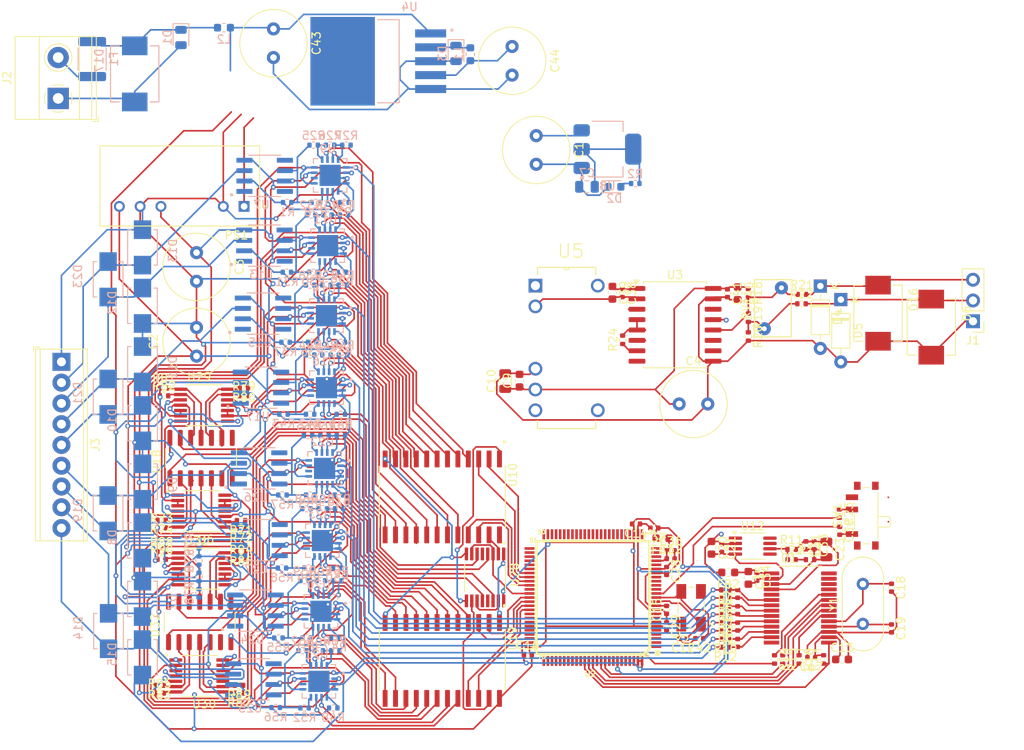
<source format=kicad_pcb>
(kicad_pcb (version 20240108) (generator "pcbnew") (generator_version "8.0")
  (layers (0 "F.Cu" signal) (31 "B.Cu" signal) (34 "B.Paste" user) (35 "F.Paste" user) (36 "B.SilkS" user "B.Silkscreen") (37 "F.SilkS" user "F.Silkscreen") (38 "B.Mask" user) (39 "F.Mask" user) (44 "Edge.Cuts" user))
  (net 0 "")
  (net 1 "+5V")
  (net 2 "GND")
  (net 3 "+12V")
  (net 4 "-12V")
  (net 5 "+3.3V")
  (net 6 "GND_ISO")
  (net 7 "+5V_ISO")
  (net 8 "Net-(U2-PH0)")
  (net 9 "Net-(U1-XTAL1{slash}CLKIN)")
  (net 10 "Net-(U1-XTAL2)")
  (net 11 "Net-(C22-Pad2)")
  (net 12 "Net-(U12-OUT)")
  (net 13 "/VREFN")
  (net 14 "/VREFP")
  (net 15 "/AIN0")
  (net 16 "/AIN1")
  (net 17 "/AIN2")
  (net 18 "/AIN3")
  (net 19 "/AIN4")
  (net 20 "/AIN5")
  (net 21 "/AIN6")
  (net 22 "/AIN7")
  (net 23 "Net-(U2-NRST)")
  (net 24 "+3.3VA")
  (net 25 "Net-(U1-AVDD)")
  (net 26 "Net-(U2-PH1)")
  (net 27 "Net-(PS1-+VIN)")
  (net 28 "Net-(D1-K)")
  (net 29 "Net-(D2-A)")
  (net 30 "Net-(D3-K)")
  (net 31 "Net-(D4-K)")
  (net 32 "Net-(D5-K)")
  (net 33 "VinN1")
  (net 34 "VinP2")
  (net 35 "VinN2")
  (net 36 "VinP3")
  (net 37 "VinN3")
  (net 38 "VinP4")
  (net 39 "VinN4")
  (net 40 "VinP1")
  (net 41 "+12V_IN")
  (net 42 "Net-(U7--IN)")
  (net 43 "Net-(U7-OUT)")
  (net 44 "Net-(U9-D4)")
  (net 45 "ADC1")
  (net 46 "ADC2")
  (net 47 "ADC3")
  (net 48 "ADC4")
  (net 49 "ADC5")
  (net 50 "ADC6")
  (net 51 "ADC7")
  (net 52 "ADC8")
  (net 53 "SPI3_SCK")
  (net 54 "Net-(U1-SCLK)")
  (net 55 "Net-(U1-DIN)")
  (net 56 "SPI3_MOSI")
  (net 57 "CS")
  (net 58 "Net-(U1-~{CS})")
  (net 59 "ADC_RESET")
  (net 60 "Net-(U3-A)")
  (net 61 "Net-(U3-B)")
  (net 62 "/SW_BOOTO")
  (net 63 "Net-(U2-BOOT0)")
  (net 64 "DE{slash}RE")
  (net 65 "Net-(U9-D2)")
  (net 66 "Net-(U9-D1)")
  (net 67 "Net-(U9-D3)")
  (net 68 "Net-(U13--IN)")
  (net 69 "Net-(U11-D4)")
  (net 70 "Net-(U13-OUT)")
  (net 71 "Net-(U11-D3)")
  (net 72 "Net-(U11-D2)")
  (net 73 "Net-(U11-D1)")
  (net 74 "Net-(U15--IN)")
  (net 75 "Net-(U14-D4)")
  (net 76 "Net-(U15-OUT)")
  (net 77 "Net-(U14-D3)")
  (net 78 "Net-(U14-D2)")
  (net 79 "Net-(U14-D1)")
  (net 80 "Net-(U17--IN)")
  (net 81 "Net-(U16-D4)")
  (net 82 "Net-(U16-D3)")
  (net 83 "Net-(U17-OUT)")
  (net 84 "Net-(U16-D2)")
  (net 85 "Net-(U16-D1)")
  (net 86 "Net-(U20-D4)")
  (net 87 "Net-(U24--IN)")
  (net 88 "Net-(U21-D4)")
  (net 89 "Net-(U25--IN)")
  (net 90 "Net-(U26--IN)")
  (net 91 "Net-(U22-D4)")
  (net 92 "Net-(U27--IN)")
  (net 93 "Net-(U23-D4)")
  (net 94 "Net-(U20-D3)")
  (net 95 "Net-(U24-OUT)")
  (net 96 "Net-(U25-OUT)")
  (net 97 "Net-(U21-D3)")
  (net 98 "Net-(U22-D3)")
  (net 99 "Net-(U26-OUT)")
  (net 100 "Net-(U23-D3)")
  (net 101 "Net-(U27-OUT)")
  (net 102 "Net-(U20-D2)")
  (net 103 "Net-(U20-D1)")
  (net 104 "Net-(U21-D2)")
  (net 105 "Net-(U21-D1)")
  (net 106 "Net-(U22-D2)")
  (net 107 "Net-(U22-D1)")
  (net 108 "Net-(U23-D2)")
  (net 109 "Net-(U23-D1)")
  (net 110 "Net-(U18-D)")
  (net 111 "Net-(U18-C)")
  (net 112 "Net-(U18-B)")
  (net 113 "Net-(U18-A)")
  (net 114 "+4V")
  (net 115 "-4V")
  (net 116 "Net-(U18-E)")
  (net 117 "Net-(U18-F)")
  (net 118 "Net-(U18-G)")
  (net 119 "Net-(U18-H)")
  (net 120 "Net-(U30-40UT)")
  (net 121 "Net-(U31-40UT)")
  (net 122 "Net-(U30-30UT)")
  (net 123 "Net-(U31-30UT)")
  (net 124 "Net-(U30-20UT)")
  (net 125 "Net-(U31-20UT)")
  (net 126 "Net-(U30-10UT)")
  (net 127 "Net-(U31-10UT)")
  (net 128 "DRDY")
  (net 134 "DECODER2_2")
  (net 137 "DECODER1_4")
  (net 138 "DECODER2_1")
  (net 139 "DECODER2_3")
  (net 143 "RESET")
  (net 161 "DECODER2_4")
  (net 171 "DECODER1_3")
  (net 174 "DECODER1_1")
  (net 193 "UART RX")
  (net 202 "UART TX")
  (net 205 "DECODER1_2")
  (net 213 "/1_IN4")
  (net 214 "/1_IN1")
  (net 215 "/1_IN2")
  (net 216 "/1_IN3")
  (net 218 "/2_IN4")
  (net 219 "/2_IN2")
  (net 220 "LOCK1")
  (net 221 "/2_in3")
  (net 222 "LOCK2")
  (net 223 "/2_IN1")
  (net 232 "Net-(U18-K=E+F+G+H)")
  (net 233 "Net-(U18-J=A+B+C+D)")
  (net 234 "/6_IN4")
  (net 235 "/6_IN1")
  (net 236 "/5_IN2")
  (net 237 "LOCK4")
  (net 238 "/7_IN4")
  (net 239 "/8_IN3")
  (net 240 "/5_IN4")
  (net 241 "LOCK3")
  (net 242 "/5_IN3")
  (net 243 "/7_IN3")
  (net 244 "/7_IN2")
  (net 245 "/6_IN3")
  (net 246 "/6_IN2")
  (net 247 "/8_IN1")
  (net 248 "/8_IN4")
  (net 249 "/8_IN2")
  (net 250 "/5_IN1")
  (net 256 "Net-(U28-S3)")
  (net 257 "Net-(U28-S4)")
  (net 258 "/3_IN1")
  (net 259 "/4_IN2")
  (net 260 "/3_IN4")
  (net 261 "/3_IN2")
  (net 262 "/4_IN1")
  (net 263 "/3_IN3")
  (net 264 "/4_IN3")
  (net 265 "/4_IN4")
  (net 266 "/7_IN1")
  (net 268 "SPI3_MISO")
  (footprint "Capacitor_SMD:C_0402_1005Metric" (layer "F.Cu") (at 630.609137 480.310735 90)
    (property "Reference" "C26")
    (property "Value" "100pF")
  )
  (footprint "CD4043BPWR:SOP65P640X120-16N" (layer "F.Cu") (at 599.749265 474.300736 -90)
    (property "Reference" "U28")
    (property "Value" "CD4043BPWR")
  )
  (footprint "Capacitor_SMD:C_0402_1005Metric" (layer "F.Cu") (at 621.924265 473.515735 -90)
    (property "Reference" "C28")
    (property "Value" "100n")
  )
  (footprint "Resistor_SMD:R_0402_1005Metric" (layer "F.Cu") (at 629.109137 477.830735 180)
    (property "Reference" "R6")
    (property "Value" "300")
  )
  (footprint "Resistor_SMD:R_0402_1005Metric" (layer "F.Cu") (at 560.235 467.3 180)
    (property "Reference" "R74")
    (property "Value" "3k")
  )
  (footprint "Capacitor_SMD:C_0402_1005Metric" (layer "F.Cu") (at 643.075 468.6 -90)
    (property "Reference" "C30")
    (property "Value" "100n")
  )
  (footprint "Capacitor_THT:C_Radial_D8.0mm_H11.5mm_P3.50mm" (layer "F.Cu") (at 573.9 407.25 -90)
    (property "Reference" "C43")
    (property "Value" "680uF")
  )
  (footprint "Capacitor_SMD:C_0402_1005Metric" (layer "F.Cu") (at 622.424265 472.015735)
    (property "Reference" "C32")
    (property "Value" "10n")
  )
  (footprint "Resistor_SMD:R_0402_1005Metric" (layer "F.Cu") (at 641.109137 484.330735 90)
    (property "Reference" "R17")
    (property "Value" "100K")
  )
  (footprint "Resistor_SMD:R_0402_1005Metric" (layer "F.Cu") (at 569.69 488.445 180)
    (property "Reference" "R87")
    (property "Value" "3k")
  )
  (footprint "SMDJ24CAH:DIOM6859X262N" (layer "F.Cu") (at 647.758749 442.00125 -90)
    (property "Reference" "D16")
    (property "Value" "SMDJ24CAH")
  )
  (footprint "Resistor_SMD:R_0402_1005Metric" (layer "F.Cu") (at 560.24 471.145)
    (property "Reference" "R88")
    (property "Value" "3k")
  )
  (footprint "Resistor_SMD:R_0402_1005Metric" (layer "F.Cu") (at 569.935 467.35 180)
    (property "Reference" "R71")
    (property "Value" "3k")
  )
  (footprint "Resistor_SMD:R_0402_1005Metric" (layer "F.Cu") (at 638.109137 484.330735 -90)
    (property "Reference" "R16")
    (property "Value" "100")
  )
  (footprint "Capacitor_SMD:C_0402_1005Metric" (layer "F.Cu") (at 639.949137 470.380735 -90)
    (property "Reference" "C33")
    (property "Value" "100pF")
  )
  (footprint "CD4072BM:SOIC127P600X175-14N" (layer "F.Cu") (at 565.054999 459.72 90)
    (property "Reference" "U18")
    (property "Value" "CD4072BM")
  )
  (footprint "Diode_THT:D_DO-35_SOD27_P7.62mm_Horizontal" (layer "F.Cu") (at 640.708749 438.69125 -90)
    (property "Reference" "D4")
    (property "Value" "ZPDxx")
  )
  (footprint "Inductor_SMD:L_0603_1608Metric" (layer "F.Cu") (at 629.454137 473.695735 180)
    (property "Reference" "FB2")
    (property "Value" "FerriteBead")
  )
  (footprint "Resistor_SMD:R_0402_1005Metric" (layer "F.Cu") (at 569.94 471.145 180)
    (property "Reference" "R86")
    (property "Value" "3k")
  )
  (footprint "Capacitor_THT:C_Radial_D8.0mm_H7.0mm_P3.50mm" (layer "F.Cu") (at 623.458749 453.10125)
    (property "Reference" "C4")
    (property "Value" "47uF")
  )
  (footprint "Resistor_SMD:R_0402_1005Metric" (layer "F.Cu") (at 629.109137 481.830735 180)
    (property "Reference" "R10")
    (property "Value" "300")
  )
  (footprint "Resistor_SMD:R_0402_1005Metric" (layer "F.Cu") (at 635.109137 484.330735 -90)
    (property "Reference" "R14")
    (property "Value" "100")
  )
  (footprint "Resistor_SMD:R_0402_1005Metric" (layer "F.Cu") (at 631.908749 442.55125 -90)
    (property "Reference" "R19")
    (property "Value" "120")
  )
  (footprint "TerminalBlock_Phoenix:TerminalBlock_Phoenix_MPT-0,5-9-2.54_1x09_P2.54mm_Horizontal" (layer "F.Cu") (at 548 447.95 -90)
    (property "Reference" "J3")
    (property "Value" "Screw_Terminal_01x09")
  )
  (footprint "Package_SO:SOIC-16W_7.5x10.3mm_P1.27mm" (layer "F.Cu") (at 622.958749 443.423749)
    (property "Reference" "U3")
    (property "Value" "ADM2483xRW")
  )
  (footprint "Capacitor_SMD:C_0402_1005Metric" (layer "F.Cu") (at 639.609137 484.080735 180)
    (property "Reference" "C17")
    (property "Value" "100nF")
  )
  (footprint "R12P212D:CONV_R12P212D" (layer "F.Cu") (at 562.4625 426.45 180)
    (property "Reference" "PS1")
    (property "Value" "R12P212D")
  )
  (footprint "Resistor_SMD:R_0402_1005Metric" (layer "F.Cu") (at 616.558749 445.25125 90)
    (property "Reference" "R24")
    (property "Value" "10k")
  )
  (footprint "Capacitor_SMD:C_0402_1005Metric" (layer "F.Cu") (at 628.656637 470.705735 -90)
    (property "Reference" "C21")
    (property "Value" "100nF")
  )
  (footprint "Capacitor_THT:C_Radial_D8.0mm_H7.0mm_P3.50mm" (layer "F.Cu") (at 564.5 447.25 90)
    (property "Reference" "C2")
    (property "Value" "47uF")
  )
  (footprint "TLV1704AIPWR:SOP65P640X120-14N" (layer "F.Cu") (at 564.840001 486.35 180)
    (property "Reference" "U30")
    (property "Value" "TLV1704AIPWR")
  )
  (footprint "Capacitor_SMD:C_0402_1005Metric" (layer "F.Cu") (at 620.424265 468.265735 180)
    (property "Reference" "C37")
    (property "Value" "1n")
  )
  (footprint "Resistor_SMD:R_0402_1005Metric" (layer "F.Cu") (at 629.109137 479.830735 180)
    (property "Reference" "R8")
    (property "Value" "300")
  )
  (footprint "Resistor_SMD:R_0402_1005Metric" (layer "F.Cu") (at 636.109137 484.330735 -90)
    (property "Reference" "R15")
    (property "Value" "100")
  )
  (footprint "Connector_PinHeader_2.54mm:PinHeader_1x03_P2.54mm_Vertical" (layer "F.Cu") (at 659.358749 442.99125 180)
    (property "Reference" "J1")
    (property "Value" "Conn_01x03_Pin")
  )
  (footprint "Resistor_SMD:R_0402_1005Metric" (layer "F.Cu") (at 629.109137 475.830735 180)
    (property "Reference" "R4")
    (property "Value" "300")
  )
  (footprint "Capacitor_SMD:C_0402_1005Metric" (layer "F.Cu") (at 618.194265 467.765735 180)
    (property "Reference" "C14")
    (property "Value" "100n")
  )
  (footprint "Capacitor_SMD:C_0603_1608Metric" (layer "F.Cu") (at 627.406637 470.680735 -90)
    (property "Reference" "C20")
    (property "Value" "10uF")
  )
  (footprint "MCU-STM32F407VET6_LQFP100_:LQFP100-0.5-13.8X13.8MM" (layer "F.Cu") (at 612.924265 476.765735 180)
    (property "Reference" "U2")
    (property "Value" "MCU-STM32F407VET6_LQFP100_")
    (property "VALUE" "STM32F407VET6-LQFP100" (hide yes))
  )
  (footprint "Package_SO:MSOP-8_3x3mm_P0.65mm" (layer "F.Cu") (at 632.441637 470.475735)
    (property "Reference" "U12")
    (property "Value" "ADR421ARMZ")
  )
  (footprint "Capacitor_SMD:C_0402_1005Metric" (layer "F.Cu") (at 621.924265 480.265735 -90)
    (property "Reference" "C29")
    (property "Value" "10n")
  )
  (footprint "TLV1704AIPWR:SOP65P640X120-14N" (layer "F.Cu") (at 565.100001 473.25)
    (property "Reference" "U31")
    (property "Value" "TLV1704AIPWR")
  )
  (footprint "Capacitor_THT:C_Radial_D8.0mm_H7.0mm_P3.50mm" (layer "F.Cu") (at 606 420.3 -90)
    (property "Reference" "C1")
    (property "Value" "47uF")
  )
  (footprint "Resistor_SMD:R_0402_1005Metric" (layer "F.Cu") (at 629.109137 478.830735 180)
    (property "Reference" "R7")
    (property "Value" "300")
  )
  (footprint "Resistor_SMD:R_0402_1005Metric" (layer "F.Cu") (at 559.99 488.445)
    (property "Reference" "R85")
    (property "Value" "3k")
  )
  (footprint "CD4514BM:SOIC127P1030X265-24N" (layer "F.Cu") (at 594.524265 464.460736 -90)
    (property "Reference" "U10")
    (property "Value" "CD4514BM")
  )
  (footprint "Capacitor_THT:C_Radial_D8.0mm_H7.0mm_P3.50mm" (layer "F.Cu") (at 564.5 434.6 -90)
    (property "Reference" "C3")
    (property "Value" "47uF")
  )
  (footprint "Resistor_SMD:R_0402_1005Metric" (layer "F.Cu") (at 560.24 472.095)
    (property "Reference" "R90")
    (property "Value" "3k")
  )
  (footprint "Capacitor_SMD:C_0402_1005Metric" (layer "F.Cu") (at 616.508749 439.55125 -90)
    (property "Reference" "C38")
    (property "Value" "100nF")
  )
  (footprint "Resistor_SMD:R_0402_1005Metric" (layer "F.Cu") (at 560.535 451.15)
    (property "Reference" "R81")
    (property "Value" "3k")
  )
  (footprint "Resistor_SMD:R_0402_1005Metric" (layer "F.Cu") (at 631.908749 439.55125 -90)
    (property "Reference" "R18")
    (property "Value" "4,7k")
  )
  (footprint "Resistor_SMD:R_0402_1005Metric" (layer "F.Cu") (at 629.119137 480.830735 180)
    (property "Reference" "R9")
    (property "Value" "300")
  )
  (footprint "Resistor_SMD:R_0402_1005Metric" (layer "F.Cu") (at 637.199137 470.880735)
    (property "Reference" "R11")
    (property "Value" "49.9")
  )
  (footprint "Crystal:Crystal_HC49-4H_Vertical" (layer "F.Cu") (at 645.901637 479.988235 90)
    (property "Reference" "Y1")
    (property "Value" "8MHz")
  )
  (footprint "Inductor_SMD:L_0603_1608Metric" (layer "F.Cu") (at 621.424265 469.515735 180)
    (property "Reference" "FB1")
    (property "Value" "FerriteBead")
  )
  (footprint "Capacitor_SMD:C_0402_1005Metric" (layer "F.Cu") (at 632.959137 474.220735 -90)
    (property "Reference" "C34")
    (property "Value" "100nF")
  )
  (footprint "SMDJ24CAH:DIOM6859X262N" (layer "F.Cu") (at 654.258749 443.706249 -90)
    (property "Reference" "D6")
    (property "Value" "SMDJ24CAH")
  )
  (footprint "Capacitor_SMD:C_0402_1005Metric" (layer "F.Cu") (at 630.609137 476.310735 90)
    (property "Reference" "C24")
    (property "Value" "100pF")
  )
  (footprint "Resistor_SMD:R_0402_1005Metric" (layer "F.Cu") (at 569.69 487.495 180)
    (property "Reference" "R89")
    (property "Value" "3k")
  )
  (footprint "Varistor:RV_Disc_D7mm_W4.5mm_P5mm" (layer "F.Cu") (at 635.958749 438.90125 -90)
    (property "Reference" "RV1")
    (property "Value" "Varistor")
  )
  (footprint "Capacitor_SMD:C_0402_1005Metric" (layer "F.Cu") (at 637.199137 472.130735)
    (property "Reference" "C22")
    (property "Value" "100nF")
  )
  (footprint "Capacitor_SMD:C_0603_1608Metric" (layer "F.Cu") (at 630.608749 439.578749 -90)
    (property "Reference" "C40")
    (property "Value" "10uF")
  )
  (footprint "Resistor_SMD:R_0402_1005Metric" (layer "F.Cu") (at 559.99 487.495 180)
    (property "Reference" "R83")
    (property "Value" "3k")
  )
  (footprint "Capacitor_SMD:C_0402_1005Metric" (layer "F.Cu") (at 649.401637 480.538235 -90)
    (property "Reference" "C19")
    (property "Value" "18pF")
  )
  (footprint "Capacitor_SMD:C_0402_1005Metric" (layer "F.Cu") (at 625.924265 481.765735 180)
    (property "Reference" "C42")
    (property "Value" "10p")
  )
  (footprint "Resistor_SMD:R_0402_1005Metric" (layer "F.Cu") (at 643.025 466.5 -90)
    (property "Reference" "R23")
    (property "Value" "10k")
  )
  (footprint "Resistor_SMD:R_0402_1005Metric" (layer "F.Cu") (at 629.109137 476.830735 180)
    (property "Reference" "R5")
    (property "Value" "300")
  )
  (footprint "Resistor_SMD:R_0402_1005Metric" (layer "F.Cu") (at 639.449137 472.130735)
    (property "Reference" "R13")
    (property "Value" "49.9")
  )
  (footprint "Capacitor_THT:C_Radial_D8.0mm_H11.5mm_P3.50mm" (layer "F.Cu") (at 603.05 409.4 -90)
    (property "Reference" "C44")
    (property "Value" "220uF")
  )
  (footprint "DCP10505BP:DIP254P762X533-7P" (layer "F.Cu") (at 613.518749 453.87125)
    (property "Reference" "U5")
    (property "Value" "DCP010505BP")
  )
  (footprint "Capacitor_SMD:C_0603_1608Metric" (layer "F.Cu") (at 631.916637 474.358235 -90)
    (property "Reference" "C35")
    (property "Value" "10uF")
  )
  (footprint "Button_Switch_SMD:SW_SPDT_PCM12" (layer "F.Cu") (at 646 466.75 90)
    (property "Reference" "SW1")
    (property "Value" "SW_SPDT")
  )
  (footprint "Diode_THT:D_DO-35_SOD27_P7.62mm_Horizontal" (layer "F.Cu") (at 643.208749 440.34125 -90)
    (property "Reference" "D5")
    (property "Value" "ZPDxx")
  )
  (footprint "Resistor_SMD:R_0402_1005Metric" (layer "F.Cu") (at 569.935 468.3 180)
    (property "Reference" "R72")
    (property "Value" "3k")
  )
  (footprint "Resistor_SMD:R_0402_1005Metric" (layer "F.Cu") (at 569.94 472.095)
    (property "Reference" "R84")
    (property "Value" "3k")
  )
  (footprint "Capacitor_SMD:C_0402_1005Metric" (layer "F.Cu") (at 621.924265 478.265735 90)
    (property "Reference" "C15")
    (property "Value" "100n")
  )
  (footprint "Resistor_SMD:R_0402_1005Metric" (layer "F.Cu") (at 560.235 468.25)
    (property "Reference" "R73")
    (property "Value" "3k")
  )
  (footprint "Capacitor_SMD:C_0603_1608Metric" (layer "F.Cu") (at 615.308749 439.50125 -90)
    (property "Reference" "C39")
    (property "Value" "10uF")
  )
  (footprint "Resistor_SMD:R_0402_1005Metric" (layer "F.Cu") (at 638.448749 439.70125)
    (property "Reference" "R21")
    (property "Value" "10")
  )
  (footprint "Resistor_SMD:R_0402_1005Metric" (layer "F.Cu") (at 631.908749 444.85125 -90)
    (property "Reference" "R20")
    (property "Value" "4,7k")
  )
  (footprint "Resistor_SMD:R_0402_1005Metric" (layer "F.Cu") (at 570.285 452.1)
    (property "Reference" "R79")
    (property "Value" "3k")
  )
  (footprint "Resistor_SMD:R_0402_1005Metric" (layer "F.Cu") (at 570.285 451.15 180)
    (property "Reference" "R80")
    (property "Value" "3k")
  )
  (footprint "Capacitor_SMD:C_0402_1005Metric" (layer "F.Cu") (at 629.358749 439.558749 -90)
    (property "Reference" "C41")
    (property "Value" "100nF")
  )
  (footprint "Capacitor_SMD:C_0402_1005Metric" (layer "F.Cu") (at 638.949137 470.380735 -90)
    (property "Reference" "C31")
    (property "Value" "100nF")
  )
  (footprint "ADS1256:SOP65P780X200-28N" (layer "F.Cu") (at 638.249137 478.040735)
    (property "Reference" "U1")
    (property "Value" "ADS1256IDBR")
  )
  (footprint "Resistor_SMD:R_0402_1005Metric" (layer "F.Cu") (at 629.109137 482.830735 180)
    (property "Reference" "R12")
    (property "Value" "300")
  )
  (footprint "CD4072BM:SOIC127P600X175-14N" (layer "F.Cu") (at 564.89 479.745 90)
    (property "Reference" "U32")
    (property "Value" "CD4072BM")
  )
  (footprint "Capacitor_SMD:C_0402_1005Metric" (layer "F.Cu") (at 649.401637 475.558235 -90)
    (property "Reference" "C18")
    (property "Value" "18pF")
  )
  (footprint "Capacitor_SMD:C_0805_2012Metric" (layer "F.Cu") (at 602.208749 450.30125 90)
    (property "Reference" "C10")
    (property "Value" "22uF")
  )
  (footprint "Resistor_SMD:R_0402_1005Metric" (layer "F.Cu") (at 638.408749 440.85125)
    (property "Reference" "R22")
    (property "Value" "10")
  )
  (footprint "Capacitor_SMD:C_0603_1608Metric" (layer "F.Cu") (at 643.359137 484.330735)
    (property "Reference" "C13")
    (property "Value" "10uF")
  )
  (footprint "Capacitor_SMD:C_0402_1005Metric" (layer "F.Cu") (at 622.424265 471.015735)
    (property "Reference" "C36")
    (property "Value" "1n")
  )
  (footprint "TerminalBlock_Phoenix:TerminalBlock_Phoenix_MKDS-1,5-2_1x02_P5.00mm_Horizontal" (layer "F.Cu") (at 547.6 415.75 90)
    (property "Reference" "J2")
    (property "Value" "Screw_Terminal_01x02")
  )
  (footprint "CD4514BM:SOIC127P1030X265-24N" (layer "F.Cu") (at 594.524265 484.453326 -90)
    (property "Reference" "U19")
    (property "Value" "CD4514BM")
  )
  (footprint "TLV1704AIPWR:SOP65P640X120-14N" (layer "F.Cu") (at 565.415 453.25)
    (property "Reference" "U29")
    (property "Value" "TLV1704AIPWR")
  )
  (footprint "Capacitor_SMD:C_0402_1005Metric" (layer "F.Cu") (at 604.974265 483.765735)
    (property "Reference" "C16")
    (property "Value" "100n")
  )
  (footprint "Capacitor_SMD:C_0402_1005Metric" (layer "F.Cu") (at 630.609137 482.310735 90)
    (property "Reference" "C27")
    (property "Value" "100pF")
  )
  (footprint "TLV1704AIPWR:SOP65P640X120-14N" (layer "F.Cu") (at 565.08 466.2 180)
    (property "Reference" "U6")
    (property "Value" "TLV1704AIPWR")
  )
  (footprint "Capacitor_SMD:C_0805_2012Metric" (layer "F.Cu") (at 641.449137 470.880735 -90)
    (property "Reference" "C23")
    (property "Value" "47uF")
  )
  (footprint "Capacitor_SMD:C_0402_1005Metric" (layer "F.Cu") (at 623.924265 481.765735 180)
    (property "Reference" "C12")
    (property "Value" "10p")
  )
  (footprint "ABM3B-25.000MHZ-D2Y-T:XTAL_ABM3B-25.000MHZ-D2Y-T" (layer "F.Cu") (at 624.924265 478.015735 180)
    (property "Reference" "Y2")
    (property "Value" "ABM3B-25.000MHZ-D2Y-T")
  )
  (footprint "Capacitor_SMD:C_0402_1005Metric" (layer "F.Cu") (at 630.609137 478.310735 90)
    (property "Reference" "C25")
    (property "Value" "100pF")
  )
  (footprint "Capacitor_SMD:C_0603_1608Metric" (layer "F.Cu") (at 603.958749 450.25125 90)
    (property "Reference" "C9")
    (property "Value" "10uF")
  )
  (footprint "Resistor_SMD:R_0402_1005Metric" (layer "F.Cu") (at 560.535 452.1)
    (property "Reference" "R82")
    (property "Value" "3k")
  )
  (footprint "Resistor_SMD:R_0402_1005Metric" (layer "B.Cu") (at 581.45 481.7)
    (property "Reference" "R47")
    (property "Value" "190")
  )
  (footprint "OPA211ID:SOIC127P599X175-8N" (layer "B.Cu") (at 572.145 460.975)
    (property "Reference" "U26")
    (property "Value" "OPA211ID")
  )
  (footprint "LED_SMD:LED_0603_1608Metric" (layer "B.Cu") (at 615.55 426.55)
    (property "Reference" "D2")
    (property "Value" "LED")
  )
  (footprint "Resistor_SMD:R_0402_1005Metric" (layer "B.Cu") (at 577.93 465.9025 180)
    (property "Reference" "R68")
    (property "Value" "1k")
  )
  (footprint "SMBJ15CA:DIOM4336X265N" (layer "B.Cu") (at 553.7 466.46 -90)
    (property "Reference" "D19")
    (property "Value" "SMBJ15CA")
  )
  (footprint "OPA211ID:SOIC127P599X175-8N" (layer "B.Cu") (at 572.825 425.21)
    (property "Reference" "U7")
    (property "Value" "OPA211ID")
  )
  (footprint "Resistor_SMD:R_0402_1005Metric" (layer "B.Cu") (at 574.505 481.7)
    (property "Reference" "R55")
    (property "Value" "2k")
  )
  (footprint "Resistor_SMD:R_0402_1005Metric" (layer "B.Cu") (at 582.815 421.46 180)
    (property "Reference" "R27")
    (property "Value" "500")
  )
  (footprint "Resistor_SMD:R_0402_1005Metric" (layer "B.Cu") (at 581.71 474.7 180)
    (property "Reference" "R61")
    (property "Value" "500")
  )
  (footprint "ADG5412FBCPZ-RL7:QFN65P400X400X80-17N" (layer "B.Cu") (at 579.45 487.01 180)
    (property "Reference" "U21")
    (property "Value" "ADG5412FBCPZ-RL7")
  )
  (footprint "Resistor_SMD:R_0402_1005Metric" (layer "B.Cu") (at 578.625 445.555)
    (property "Reference" "R36")
    (property "Value" "200")
  )
  (footprint "SMBJ15CA:DIOM4336X265N" (layer "B.Cu") (at 557.9 469.775 -90)
    (property "Reference" "D8")
    (property "Value" "SMBJ15CA")
  )
  (footprint "Resistor_SMD:R_0402_1005Metric" (layer "B.Cu") (at 578.7625 436.9925)
    (property "Reference" "R30")
    (property "Value" "200")
  )
  (footprint "ADG5412FBCPZ-RL7:QFN65P400X400X80-17N" (layer "B.Cu") (at 580.375 451.105 180)
    (property "Reference" "U16")
    (property "Value" "ADG5412FBCPZ-RL7")
  )
  (footprint "Capacitor_SMD:C_0805_2012Metric" (layer "B.Cu") (at 612.2 426.55 180)
    (property "Reference" "C7")
    (property "Value" "22uF")
  )
  (footprint "Resistor_SMD:R_0402_1005Metric" (layer "B.Cu") (at 578.5025 429.9925 180)
    (property "Reference" "R32")
    (property "Value" "1k")
  )
  (footprint "Package_TO_SOT_SMD:SOT-223-3_TabPin2" (layer "B.Cu") (at 614.7 421.95)
    (property "Reference" "U8")
    (property "Value" "AMS1117-3.3")
  )
  (footprint "Resistor_SMD:R_0402_1005Metric" (layer "B.Cu") (at 580.815 421.46 180)
    (property "Reference" "R26")
    (property "Value" "500")
  )
  (footprint "Resistor_SMD:R_0402_1005Metric" (layer "B.Cu") (at 578.375 454.355)
    (property "Reference" "R42")
    (property "Value" "200")
  )
  (footprint "OPA211ID:SOIC127P599X175-8N" (layer "B.Cu") (at 572.7925 433.7425)
    (property "Reference" "U13")
    (property "Value" "OPA211ID")
  )
  (footprint "Resistor_SMD:R_0402_1005Metric" (layer "B.Cu") (at 582.385 447.105 180)
    (property "Reference" "R46")
    (property "Value" "500")
  )
  (footprint "Resistor_SMD:R_0402_1005Metric" (layer "B.Cu") (at 578.395 464.225)
    (property "Reference" "R53")
    (property "Value" "200")
  )
  (footprint "Resistor_SMD:R_0402_1005Metric" (layer "B.Cu") (at 581.69 473.1525)
    (property "Reference" "R50")
    (property "Value" "190")
  )
  (footprint "SMBJ15CA:DIOM4336X265N" (layer "B.Cu") (at 557.9 484.075 -90)
    (property "Reference" "D15")
    (property "Value" "SMBJ15CA")
  )
  (footprint "Diode_SMD:D_0805_2012Metric" (layer "B.Cu") (at 562.6 408.3 -90)
    (property "Reference" "D1")
    (property "Value" "D_Schottky")
  )
  (footprint "Resistor_SMD:R_0402_1005Metric" (layer "B.Cu") (at 564.8 470.24 -90)
    (property "Reference" "R75")
    (property "Value" "2k")
  )
  (footprint "Resistor_SMD:R_0402_1005Metric" (layer "B.Cu") (at 574.17 490.2075)
    (property "Reference" "R56")
    (property "Value" "2k")
  )
  (footprint "Diode_SMD:D_0805_2012Metric" (layer "B.Cu") (at 596.2 410.25 -90)
    (property "Reference" "D3")
    (property "Value" "D_Schottky")
  )
  (footprint "SMBJ15CA:DIOM4336X265N" (layer "B.Cu") (at 557.9 448.245 90)
    (property "Reference" "D11")
    (property "Value" "SMBJ15CA")
  )
  (footprint "SMBJ15CA:DIOM4336X265N" (layer "B.Cu") (at 553.7 437.86 -90)
    (property "Reference" "D23")
    (property "Value" "SMBJ15CA")
  )
  (footprint "OPA211ID:SOIC127P599X175-8N" (layer "B.Cu") (at 572.19 469.7475)
    (property "Reference" "U27")
    (property "Value" "OPA211ID")
  )
  (footprint "Resistor_SMD:R_0402_1005Metric" (layer "B.Cu") (at 578.375 438.565 180)
    (property "Reference" "R38")
    (property "Value" "1k")
  )
  (footprint "Resistor_SMD:R_0402_1005Metric" (layer "B.Cu") (at 575.375 445.555)
    (property "Reference" "R37")
    (property "Value" "2k")
  )
  (footprint "SMBJ15CA:DIOM4336X265N" (layer "B.Cu") (at 557.905 462.585 90)
    (property "Reference" "D9")
    (property "Value" "SMBJ15CA")
  )
  (footprint "SMBJ15CA:DIOM4336X265N" (layer "B.Cu") (at 557.9 476.925 90)
    (property "Reference" "D7")
    (property "Value" "SMBJ15CA")
  )
  (footprint "Resistor_SMD:R_0402_1005Metric" (layer "B.Cu") (at 564.8 474.24 -90)
    (property "Reference" "R77")
    (property "Value" "1k")
  )
  (footprint "ADG5412FBCPZ-RL7:QFN65P400X400X80-17N" (layer "B.Cu") (at 580.5125 433.7425 180)
    (property "Reference" "U11")
    (property "Value" "ADG5412FBCPZ-RL7")
  )
  (footprint "Resistor_SMD:R_0402_1005Metric" (layer "B.Cu") (at 575 464.225)
    (property "Reference" "R57")
    (property "Value" "2k")
  )
  (footprint "Resistor_SMD:R_0402_1005Metric" (layer "B.Cu") (at 579.44 483.26 180)
    (property "Reference" "R63")
    (property "Value" "500")
  )
  (footprint "Inductor_SMD:L_0603_1608Metric" (layer "B.Cu") (at 597.95 410.35 -90)
    (property "Reference" "L1")
    (property "Value" "33uH")
  )
  (footprint "Resistor_SMD:R_0402_1005Metric" (layer "B.Cu") (at 577.7 490.26)
    (property "Reference" "R52")
    (property "Value" "200")
  )
  (footprint "Resistor_SMD:R_0402_1005Metric" (layer "B.Cu") (at 577.7 474.7 180)
    (property "Reference" "R59")
    (property "Value" "1k")
  )
  (footprint "Resistor_SMD:R_0402_1005Metric" (layer "B.Cu") (at 575.125 454.355)
    (property "Reference" "R43")
    (property "Value" "2k")
  )
  (footprint "Resistor_SMD:R_0402_1005Metric" (layer "B.Cu") (at 578.19 473.1525)
    (property "Reference" "R54")
    (property "Value" "200")
  )
  (footprint "ADG5412FBCPZ-RL7:QFN65P400X400X80-17N" (layer "B.Cu") (at 580.145 460.975 180)
    (property "Reference" "U22")
    (property "Value" "ADG5412FBCPZ-RL7")
  )
  (footprint "SMBJ15CA:DIOM4336X265N" (layer "B.Cu") (at 557.9 433.96 90)
    (property "Reference" "D13")
    (property "Value" "SMBJ15CA")
  )
  (footprint "Resistor_SMD:R_0402_1005Metric" (layer "B.Cu") (at 577.45 483.25 180)
    (property "Reference" "R62")
    (property "Value" "1k")
  )
  (footprint "SMBJ15CA:DIOM4336X265N" (layer "B.Cu") (at 553.7 452.21 -90)
    (property "Reference" "D21")
    (property "Value" "SMBJ15CA")
  )
  (footprint "ADG5412FBCPZ-RL7:QFN65P400X400X80-17N" (layer "B.Cu") (at 580.375 442.305 180)
    (property "Reference" "U14")
    (property "Value" "ADG5412FBCPZ-RL7")
  )
  (footprint "Resistor_SMD:R_0402_1005Metric" (layer "B.Cu") (at 581.2 490.26)
    (property "Reference" "R48")
    (property "Value" "190")
  )
  (footprint "Resistor_SMD:R_0402_1005Metric" (layer "B.Cu") (at 581.45 483.25 180)
    (property "Reference" "R64")
    (property "Value" "500")
  )
  (footprint "Resistor_SMD:R_0402_1005Metric" (layer "B.Cu") (at 582.375 438.565 180)
    (property "Reference" "R40")
    (property "Value" "500")
  )
  (footprint "LM2596S-5.0:TO170P1524X483-6N" (layer "B.Cu") (at 586.7 411.2 180)
    (property "Reference" "U4")
    (property "Value" "LM2596S-5")
  )
  (footprint "OPA211ID:SOIC127P599X175-8N" (layer "B.Cu") (at 572.375 451.105)
    (property "Reference" "U17")
    (property "Value" "OPA211ID")
  )
  (footprint "SMBJ15CA:DIOM4336X265N" (layer "B.Cu") (at 553.75 480.86 -90)
    (property "Reference" "D14")
    (property "Value" "SMBJ15CA")
  )
  (footprint "Resistor_SMD:R_0402_1005Metric" (layer "B.Cu") (at 579.93 465.9025 180)
    (property "Reference" "R69")
    (property "Value" "500")
  )
  (footprint "Resistor_SMD:R_0402_1005Metric" (layer "B.Cu") (at 582.125 454.355)
    (property "Reference" "R41")
    (property "Value" "190")
  )
  (footprint "Resistor_SMD:R_0402_1005Metric" (layer "B.Cu") (at 580.135 456.975 180)
    (property "Reference" "R66")
    (property "Value" "500")
  )
  (footprint "Resistor_SMD:R_0402_1005Metric" (layer "B.Cu") (at 581.93 465.9025 180)
    (property "Reference" "R70")
    (property "Value" "500")
  )
  (footprint "OPA211ID:SOIC127P599X175-8N" (layer "B.Cu") (at 571.45 486.76)
    (property "Reference" "U25")
    (property "Value" "OPA211ID")
  )
  (footprint "SMDJ24CAH:DIOM6859X262N" (layer "B.Cu") (at 556.95 412.75 -90)
    (property "Reference" "D17")
    (property "Value" "SMDJ24CAH")
  )
  (footprint "Resistor_SMD:R_0402_1005Metric" (layer "B.Cu") (at 582.125 445.555)
    (property "Reference" "R35")
    (property "Value" "190")
  )
  (footprint "Resistor_SMD:R_0402_1005Metric" (layer "B.Cu") (at 578.375 447.105 180)
    (property "Reference" "R44")
    (property "Value" "1k")
  )
  (footprint "Fuse:Fuse_1812_4532Metric" (layer "B.Cu") (at 551.75 410.9375 90)
    (property "Reference" "F1")
    (property "Value" "Polyfuse")
  )
  (footprint "Resistor_SMD:R_0402_1005Metric" (layer "B.Cu") (at 580.5025 429.9925 180)
    (property "Reference" "R33")
    (property "Value" "500")
  )
  (footprint "Resistor_SMD:R_0402_1005Metric" (layer "B.Cu") (at 578.125 456.975 180)
    (property "Reference" "R65")
    (property "Value" "1k")
  )
  (footprint "SMBJ15CA:DIOM4336X265N" (layer "B.Cu") (at 557.9 441.095 -90)
    (property "Reference" "D12")
    (property "Value" "SMBJ15CA")
  )
  (footprint "ADG5412FBCPZ-RL7:QFN65P400X400X80-17N" (layer "B.Cu") (at 580.825 425.155 180)
    (property "Reference" "U9")
    (property "Value" "ADG5412FBCPZ-RL7")
  )
  (footprint "Resistor_SMD:R_0402_1005Metric" (layer "B.Cu") (at 582.2625 436.9925)
    (property "Reference" "R29")
    (property "Value" "190")
  )
  (footprint "Resistor_SMD:R_0402_1005Metric" (layer "B.Cu") (at 581.895 464.225)
    (property "Reference" "R49")
    (property "Value" "190")
  )
  (footprint "Resistor_SMD:R_0402_1005Metric" (layer "B.Cu") (at 618.1 426.15 180)
    (property "Reference" "R2")
    (property "Value" "1k")
  )
  (footprint "Resistor_SMD:R_0402_1005Metric" (layer "B.Cu") (at 575.5425 436.9925)
    (property "Reference" "R31")
    (property "Value" "2k")
  )
  (footprint "ADG5412FBCPZ-RL7:QFN65P400X400X80-17N" (layer "B.Cu") (at 579.7 478.45 180)
    (property "Reference" "U20")
    (property "Value" "ADG5412FBCPZ-RL7")
  )
  (footprint "Resistor_SMD:R_0402_1005Metric" (layer "B.Cu") (at 580.375 447.105 180)
    (property "Reference" "R45")
    (property "Value" "500")
  )
  (footprint "Resistor_SMD:R_0402_1005Metric" (layer "B.Cu") (at 575.575 428.46)
    (property "Reference" "R1")
    (property "Value" "2k")
  )
  (footprint "Resistor_SMD:R_0402_1005Metric" (layer "B.Cu") (at 579.7 474.7 180)
    (property "Reference" "R60")
    (property "Value" "500")
  )
  (footprint "Resistor_SMD:R_0402_1005Metric" (layer "B.Cu") (at 579.075 428.46)
    (property "Reference" "R28")
    (property "Value" "200")
  )
  (footprint "SMBJ15CA:DIOM4336X265N" (layer "B.Cu") (at 557.905 455.445 -90)
    (property "Reference" "D10")
    (property "Value" "SMBJ15CA")
  )
  (footprint "Resistor_SMD:R_0402_1005Metric" (layer "B.Cu") (at 564.8 476.24 -90)
    (property "Reference" "R78")
    (property "Value" "2k")
  )
  (footprint "Resistor_SMD:R_0402_1005Metric" (layer "B.Cu") (at 577.95 481.7)
    (property "Reference" "R51")
    (property "Value" "200")
  )
  (footprint "Inductor_SMD:L_0603_1608Metric" (layer "B.Cu") (at 567.85 407.1)
    (property "Reference" "L2")
    (property "Value" "100uH")
  )
  (footprint "ADG5412FBCPZ-RL7:QFN65P400X400X80-17N" (layer "B.Cu") (at 579.8775 469.8 180)
    (property "Reference" "U23")
    (property "Value" "ADG5412FBCPZ-RL7")
  )
  (footprint "OPA211ID:SOIC127P599X175-8N" (layer "B.Cu") (at 572.625 442.055)
    (property "Reference" "U15")
    (property "Value" "OPA211ID")
  )
  (footprint "Resistor_SMD:R_0402_1005Metric" (layer "B.Cu") (at 582.135 456.975 180)
    (property "Reference" "R67")
    (property "Value" "500")
  )
  (footprint "Resistor_SMD:R_0402_1005Metric" (layer "B.Cu") (at 574.94 473.1525)
    (property "Reference" "R58")
    (property "Value" "2k")
  )
  (footprint "Resistor_SMD:R_0402_1005Metric" (layer "B.Cu") (at 582.575 428.46)
    (property "Reference" "R3")
    (property "Value" "190")
  )
  (footprint "Resistor_SMD:R_0402_1005Metric" (layer "B.Cu") (at 582.5125 429.9925 180)
    (property "Reference" "R34")
    (property "Value" "500")
  )
  (footprint "OPA211ID:SOIC127P599X175-8N" (layer "B.Cu") (at 571.7 478.355)
    (property "Reference" "U24")
    (property "Value" "OPA211ID")
  )
  (footprint "Resistor_SMD:R_0402_1005Metric" (layer "B.Cu") (at 580.375 438.555 180)
    (property "Reference" "R39")
    (property "Value" "500")
  )
  (footprint "Resistor_SMD:R_0402_1005Metric" (layer "B.Cu") (at 564.8 472.24 -90)
    (property "Reference" "R76")
    (property "Value" "1k")
  )
  (footprint "Resistor_SMD:R_0402_1005Metric" (layer "B.Cu") (at 578.805 421.46 180)
    (property "Reference" "R25")
    (property "Value" "1k")
  )
  (segment (start 628.656637 470.225735) (end 630.254137 470.225735) (width 0.2) (layer "F.Cu") (net 1))
  (segment (start 630.254137 470.225735) (end 630.329137 470.150735) (width 0.2) (layer "F.Cu") (net 1))
  (segment (start 628.604393 469.015735) (end 628.296637 469.015735) (width 0.2) (layer "F.Cu") (net 1))
  (segment (start 628.336637 469.905735) (end 628.656637 470.225735) (width 0.2) (layer "F.Cu") (net 1))
  (segment (start 627.406637 469.905735) (end 628.336637 469.905735) (width 0.2) (layer "F.Cu") (net 1))
  (segment (start 628.296637 469.015735) (end 627.406637 469.905735) (width 0.2) (layer "F.Cu") (net 1))
  (segment (start 626.631637 472.603235) (end 627.724137 473.695735) (width 0.2) (layer "F.Cu") (net 1))
  (segment (start 626.631637 470.680735) (end 626.631637 472.603235) (width 0.2) (layer "F.Cu") (net 1))
  (segment (start 627.406637 469.905735) (end 626.631637 470.680735) (width 0.2) (layer "F.Cu") (net 1))
  (segment (start 627.724137 473.695735) (end 628.666637 473.695735) (width 0.2) (layer "F.Cu") (net 1))
  (via (at 628.604393 469.015735) (size 0.6) (drill 0.3) (layers "F.Cu" "B.Cu") (net 1))
  (segment (start 601.2625 411.1375) (end 597.95 411.1375) (width 0.2) (layer "B.Cu") (net 1))
  (segment (start 603.05 409.4) (end 603 409.4) (width 0.2) (layer "B.Cu") (net 1))
  (segment (start 597.95 411.1375) (end 596.1875 412.9) (width 0.2) (layer "B.Cu") (net 1))
  (segment (start 606 420.3) (end 610.9 420.3) (width 0.2) (layer "B.Cu") (net 1))
  (segment (start 603 409.4) (end 601.2625 411.1375) (width 0.2) (layer "B.Cu") (net 1))
  (segment (start 596.1875 412.9) (end 593.1 412.9) (width 0.2) (layer "B.Cu") (net 1))
  (segment (start 610.9 420.3) (end 611.55 419.65) (width 0.2) (layer "B.Cu") (net 1))
  (segment (start 618.424265 473.265735) (end 618.524265 473.265735) (width 0.2) (layer "F.Cu") (net 2))
  (segment (start 567.7725 419.8775) (end 569.95 417.7) (width 0.2) (layer "F.Cu") (net 2))
  (segment (start 649.401637 476.038235) (end 650.011637 476.648235) (width 0.2) (layer "F.Cu") (net 2))
  (segment (start 636.109137 474.080735) (end 636.109137 473.330735) (width 0.2) (layer "F.Cu") (net 2))
  (segment (start 632.959137 474.700735) (end 633.194137 474.465735) (width 0.2) (layer "F.Cu") (net 2))
  (segment (start 621.924265 473.035735) (end 622.904265 472.055735) (width 0.2) (layer "F.Cu") (net 2))
  (segment (start 618.09125 440.03125) (end 618.308749 440.248749) (width 0.2) (layer "F.Cu") (net 2))
  (segment (start 606.793749 440.27625) (end 605.898749 441.17125) (width 0.2) (layer "F.Cu") (net 2))
  (segment (start 579.6225 434.0775) (end 575.2 438.5) (width 0.2) (layer "F.Cu") (net 2))
  (segment (start 605.174265 482.265735) (end 604.314265 482.265735) (width 0.2) (layer "F.Cu") (net 2))
  (segment (start 581.845363 459.176343) (end 581.898626 459.176343) (width 0.2) (layer "F.Cu") (net 2))
  (segment (start 618.924265 485.265735) (end 618.924265 484.515735) (width 0.2) (layer "F.Cu") (net 2))
  (segment (start 649.005 464.5) (end 649.025 464.52) (width 0.2) (layer "F.Cu") (net 2))
  (segment (start 618.424265 485.265735) (end 618.674265 485.515735) (width 0.2) (layer "F.Cu") (net 2))
  (segment (start 580.905687 427.544313) (end 577.105687 427.544313) (width 0.2) (layer "F.Cu") (net 2))
  (segment (start 557.6125 431.2125) (end 564.5 438.1) (width 0.2) (layer "F.Cu") (net 2))
  (segment (start 565.6 446.048528) (end 565.6 447.85) (width 0.2) (layer "F.Cu") (net 2))
  (segment (start 578.675 480.325) (end 575.45 483.55) (width 0.2) (layer "F.Cu") (net 2))
  (segment (start 615.308749 440.27625) (end 606.793749 440.27625) (width 0.2) (layer "F.Cu") (net 2))
  (segment (start 582.9 425.55) (end 580.905687 427.544313) (width 0.2) (layer "F.Cu") (net 2))
  (segment (start 616.508749 440.03125) (end 618.09125 440.03125) (width 0.2) (layer "F.Cu") (net 2))
  (segment (start 641.754137 480.965735) (end 642.704136 480.965735) (width 0.2) (layer "F.Cu") (net 2))
  (segment (start 644.57 469) (end 643.155 469) (width 0.2) (layer "F.Cu") (net 2))
  (segment (start 625.424265 481.765735) (end 624.814265 482.375735) (width 0.2) (layer "F.Cu") (net 2))
  (segment (start 618.073749 440.013749) (end 618.308749 440.248749) (width 0.2) (layer "F.Cu") (net 2))
  (segment (start 631.719137 474.970735) (end 632.689137 474.970735) (width 0.2) (layer "F.Cu") (net 2))
  (segment (start 624.814265 482.375735) (end 624.054265 482.375735) (width 0.2) (layer "F.Cu") (net 2))
  (segment (start 618.424265 484.515735) (end 618.924265 484.515735) (width 0.2) (layer "F.Cu") (net 2))
  (segment (start 621.444265 478.265735) (end 621.924265 478.745735) (width 0.2) (layer "F.Cu") (net 2))
  (segment (start 580.864907 468.775) (end 580.953218 468.775) (width 0.2) (layer "F.Cu") (net 2))
  (segment (start 622.154265 480.015735) (end 621.924265 479.785735) (width 0.2) (layer "F.Cu") (net 2))
  (segment (start 628.921637 471.450735) (end 630.329137 471.450735) (width 0.2) (layer "F.Cu") (net 2))
  (segment (start 631.719137 474.970735) (end 631.859137 474.830735) (width 0.2) (layer "F.Cu") (net 2))
  (segment (start 620.674265 478.265735) (end 621.444265 478.265735) (width 0.2) (layer "F.Cu") (net 2))
  (segment (start 615.553749 440.03125) (end 615.308749 440.27625) (width 0.2) (layer "F.Cu") (net 2))
  (segment (start 640.804138 480.965735) (end 641.754137 480.965735) (width 0.2) (layer "F.Cu") (net 2))
  (segment (start 587.539265 478.810735) (end 587.6 478.75) (width 0.2) (layer "F.Cu") (net 2))
  (segment (start 619.944265 468.265735) (end 619.444265 467.765735) (width 0.2) (layer "F.Cu") (net 2))
  (segment (start 565.1 448.35) (end 559.623332 448.35) (width 0.2) (layer "F.Cu") (net 2))
  (segment (start 618.424265 469.015735) (end 618.424265 473.265735) (width 0.2) (layer "F.Cu") (net 2))
  (segment (start 649.401637 481.018235) (end 649.381637 481.038235) (width 0.2) (layer "F.Cu") (net 2))
  (segment (start 566.8085 427.986) (end 558.5765 427.986) (width 0.2) (layer "F.Cu") (net 2))
  (segment (start 604.314265 482.265735) (end 604.274265 482.305735) (width 0.2) (layer "F.Cu") (net 2))
  (segment (start 578.675 479.438177) (end 578.675 480.325) (width 0.2) (layer "F.Cu") (net 2))
  (segment (start 641.826637 481.038235) (end 641.754137 480.965735) (width 0.2) (layer "F.Cu") (net 2))
  (segment (start 581.027757 450.054079) (end 582.290119 448.791717) (width 0.2) (layer "F.Cu") (net 2))
  (segment (start 604.274265 482.305735) (end 604.274265 483.545735) (width 0.2) (layer "F.Cu") (net 2))
  (segment (start 595.7 471.85) (end 596.821473 471.85) (width 0.2) (layer "F.Cu") (net 2))
  (segment (start 639.129137 482.640736) (end 640.804138 480.965735) (width 0.2) (layer "F.Cu") (net 2))
  (segment (start 622.904265 472.055735) (end 622.904265 471.015735) (width 0.2) (layer "F.Cu") (net 2))
  (segment (start 619.748579 478.265735) (end 620.674265 478.265735) (width 0.2) (layer "F.Cu") (net 2))
  (segment (start 636.109137 473.330735) (end 635.359137 472.580735) (width 0.2) (layer "F.Cu") (net 2))
  (segment (start 556.95 451.023332) (end 559.623332 448.35) (width 0.2) (layer "F.Cu") (net 2))
  (segment (start 620.674265 473.265735) (end 621.694265 473.265735) (width 0.2) (layer "F.Cu") (net 2))
  (segment (start 618.424265 476.941421) (end 619.748579 478.265735) (width 0.2) (layer "F.Cu") (net 2))
  (segment (start 616.508749 440.03125) (end 615.553749 440.03125) (width 0.2) (layer "F.Cu") (net 2))
  (segment (start 630.859137 472.580735) (end 630.329137 472.050735) (width 0.2) (layer "F.Cu") (net 2))
  (segment (start 596.821473 471.85) (end 597.369266 471.302207) (width 0.2) (layer "F.Cu") (net 2))
  (segment (start 618.424265 469.015735) (end 618.424265 468.015735) (width 0.2) (layer "F.Cu") (net 2))
  (segment (start 556.9 457.85) (end 556.95 457.8) (width 0.2) (layer "F.Cu") (net 2))
  (segment (start 650.011637 476.648235) (end 650.011637 480.408235) (width 0.2) (layer "F.Cu") (net 2))
  (segment (start 618.424265 484.515735) (end 618.424265 485.265735) (width 0.2) (layer "F.Cu") (net 2))
  (segment (start 564.5 438.1) (end 564.5 443.75) (width 0.2) (layer "F.Cu") (net 2))
  (segment (start 628.656637 471.185735) (end 628.921637 471.450735) (width 0.2) (layer "F.Cu") (net 2))
  (segment (start 556.85 474.35) (end 556.9 474.3) (width 0.2) (layer "F.Cu") (net 2))
  (segment (start 568.864999 461.210001) (end 568.104998 460.45) (width 0.2) (layer "F.Cu") (net 2))
  (segment (start 579.595 442.655) (end 575 447.25) (width 0.2) (layer "F.Cu") (net 2))
  (segment (start 619.444265 467.765735) (end 618.674265 467.765735) (width 0.2) (layer "F.Cu") (net 2))
  (segment (start 565.35 445.798528) (end 564.5 444.948528) (width 0.2) (layer "F.Cu") (net 2))
  (segment (start 644.134137 482.395736) (end 644.134137 484.330735) (width 0.2) (layer "F.Cu") (net 2))
  (segment (start 580.55 477.6) (end 580.55 477.551473) (width 0.2) (layer "F.Cu") (net 2))
  (segment (start 618.424265 468.015735) (end 618.674265 467.765735) (width 0.2) (layer "F.Cu") (net 2))
  (segment (start 556.9 474.3) (end 556.9 457.85) (width 0.2) (layer "F.Cu") (net 2))
  (segment (start 623.724265 480.015735) (end 622.154265 480.015735) (width 0.2) (layer "F.Cu") (net 2))
  (segment (start 581.071706 459.95) (end 581.845363 459.176343) (width 0.2) (layer "F.Cu") (net 2))
  (segment (start 618.674265 485.515735) (end 618.924265 485.265735) (width 0.2) (layer "F.Cu") (net 2))
  (segment (start 587.539265 459.820736) (end 587.539265 459.8) (width 0.2) (layer "F.Cu") (net 2))
  (segment (start 618.424265 473.265735) (end 618.424265 476.941421) (width 0.2) (layer "F.Cu") (net 2))
  (segment (start 625.444265 481.765735) (end 625.424265 481.765735) (width 0.2) (layer "F.Cu") (net 2))
  (segment (start 577.105687 427.544313) (end 574.2 430.45) (width 0.2) (layer "F.Cu") (net 2))
  (segment (start 565.35 445.798528) (end 565.6 446.048528) (width 0.2) (layer "F.Cu") (net 2))
  (segment (start 650.011637 480.408235) (end 649.381637 481.038235) (width 0.2) (layer "F.Cu") (net 2))
  (segment (start 580.953218 468.775) (end 581.625718 468.1025) (width 0.2) (layer "F.Cu") (net 2))
  (segment (start 620.674265 473.265735) (end 618.424265 473.265735) (width 0.2) (layer "F.Cu") (net 2))
  (segment (start 568.7 482.22) (end 568.7 481.45) (width 0.2) (layer "F.Cu") (net 2))
  (segment (start 621.694265 473.265735) (end 621.924265 473.035735) (width 0.2) (layer "F.Cu") (net 2))
  (segment (start 580.412587 450.054079) (end 581.027757 450.054079) (width 0.2) (layer "F.Cu") (net 2))
  (segment (start 604.774265 484.765735) (end 604.494265 484.485735) (width 0.2) (layer "F.Cu") (net 2))
  (segment (start 557.6125 428.95) (end 557.6125 431.2125) (width 0.2) (layer "F.Cu") (net 2))
  (segment (start 568.104998 460.45) (end 563.15 460.45) (width 0.2) (layer "F.Cu") (net 2))
  (segment (start 643.155 469) (end 643.075 469.08) (width 0.2) (layer "F.Cu") (net 2))
  (segment (start 634.744137 474.465735) (end 635.724137 474.465735) (width 0.2) (layer "F.Cu") (net 2))
  (segment (start 627.406637 471.455735) (end 628.386637 471.455735) (width 0.2) (layer "F.Cu") (net 2))
  (segment (start 604.274265 483.545735) (end 604.494265 483.765735) (width 0.2) (layer "F.Cu") (net 2))
  (segment (start 642.704136 480.965735) (end 644.134137 482.395736) (width 0.2) (layer "F.Cu") (net 2))
  (segment (start 582.4575 434.0775) (end 579.6225 434.0775) (width 0.2) (layer "F.Cu") (net 2))
  (segment (start 632.689137 474.970735) (end 632.959137 474.700735) (width 0.2) (layer "F.Cu") (net 2))
  (segment (start 630.329137 472.050735) (end 630.329137 471.450735) (width 0.2) (layer "F.Cu") (net 2))
  (segment (start 639.129137 484.080735) (end 639.129137 482.640736) (width 0.2) (layer "F.Cu") (net 2))
  (segment (start 623.444265 481.765735) (end 623.444265 480.295735) (width 0.2) (layer "F.Cu") (net 2))
  (segment (start 580.55 477.551473) (end 581.651473 476.45) (width 0.2) (layer "F.Cu") (net 2))
  (segment (start 582.32 442.655) (end 579.595 442.655) (width 0.2) (layer "F.Cu") (net 2))
  (segment (start 649.381637 481.038235) (end 641.826637 481.038235) (width 0.2) (layer "F.Cu") (net 2))
  (segment (start 597.474265 471.407206) (end 597.474265 471.430736) (width 0.2) (layer "F.Cu") (net 2))
  (segment (start 558.5765 427.986) (end 557.6125 428.95) (width 0.2) (layer "F.Cu") (net 2))
  (segment (start 581.651473 476.45) (end 581.85 476.45) (width 0.2) (layer "F.Cu") (net 2))
  (segment (start 635.724137 474.465735) (end 636.109137 474.080735) (width 0.2) (layer "F.Cu") (net 2))
  (segment (start 564.5 444.948528) (end 564.5 443.75) (width 0.2) (layer "F.Cu") (net 2))
  (segment (start 568.864999 462.195) (end 568.864999 461.210001) (width 0.2) (layer "F.Cu") (net 2))
  (segment (start 623.444265 480.295735) (end 623.724265 480.015735) (width 0.2) (layer "F.Cu") (net 2))
  (segment (start 635.359137 472.580735) (end 630.859137 472.580735) (width 0.2) (layer "F.Cu") (net 2))
  (segment (start 567.7725 428.95) (end 567.7725 419.8775) (width 0.2) (layer "F.Cu") (net 2))
  (segment (start 556.95 457.8) (end 556.95 451.023332) (width 0.2) (layer "F.Cu") (net 2))
  (segment (start 633.194137 474.465735) (end 634.744137 474.465735) (width 0.2) (layer "F.Cu") (net 2))
  (segment (start 628.386637 471.455735) (end 628.656637 471.185735) (width 0.2) (layer "F.Cu") (net 2))
  (segment (start 621.924265 479.785735) (end 621.924265 478.745735) (width 0.2) (layer "F.Cu") (net 2))
  (segment (start 587.539265 479.813326) (end 587.539265 478.810735) (width 0.2) (layer "F.Cu") (net 2))
  (segment (start 604.494265 484.485735) (end 604.494265 483.765735) (width 0.2) (layer "F.Cu") (net 2))
  (segment (start 567.7725 428.95) (end 566.8085 427.986) (width 0.2) (layer "F.Cu") (net 2))
  (segment (start 582.290119 448.791717) (end 582.454173 448.791717) (width 0.2) (layer "F.Cu") (net 2))
  (segment (start 624.054265 482.375735) (end 623.444265 481.765735) (width 0.2) (layer "F.Cu") (net 2))
  (segment (start 565.6 447.85) (end 565.1 448.35) (width 0.2) (layer "F.Cu") (net 2))
  (via (at 568.7 481.45) (size 0.6) (drill 0.3) (layers "F.Cu" "B.Cu") (net 2))
  (via (at 582.454173 448.791717) (size 0.6) (drill 0.3) (layers "F.Cu" "B.Cu") (net 2))
  (via (at 581.071706 459.95) (size 0.6) (drill 0.3) (layers "F.Cu" "B.Cu") (net 2))
  (via (at 580.864907 468.775) (size 0.6) (drill 0.3) (layers "F.Cu" "B.Cu") (net 2))
  (via (at 578.675 479.438177) (size 0.6) (drill 0.3) (layers "F.Cu" "B.Cu") (net 2))
  (via (at 581.85 476.45) (size 0.6) (drill 0.3) (layers "F.Cu" "B.Cu") (net 2))
  (via (at 581.898626 459.176343) (size 0.6) (drill 0.3) (layers "F.Cu" "B.Cu") (net 2))
  (via (at 618.674265 485.515735) (size 0.6) (drill 0.3) (layers "F.Cu" "B.Cu") (net 2))
  (via (at 580.55 477.6) (size 0.6) (drill 0.3) (layers "F.Cu" "B.Cu") (net 2))
  (via (at 556.95 457.8) (size 0.6) (drill 0.3) (layers "F.Cu" "B.Cu") (net 2))
  (via (at 575.45 483.55) (size 0.6) (drill 0.3) (layers "F.Cu" "B.Cu") (net 2))
  (via (at 582.32 442.655) (size 0.6) (drill 0.3) (layers "F.Cu" "B.Cu") (net 2))
  (via (at 565.35 445.798528) (size 0.6) (drill 0.3) (layers "F.Cu" "B.Cu") (net 2))
  (via (at 587.6 478.75) (size 0.6) (drill 0.3) (layers "F.Cu" "B.Cu") (net 2))
  (via (at 618.524265 473.265735) (size 0.6) (drill 0.3) (layers "F.Cu" "B.Cu") (net 2))
  (via (at 575 447.25) (size 0.6) (drill 0.3) (layers "F.Cu" "B.Cu") (net 2))
  (via (at 595.7 471.85) (size 0.6) (drill 0.3) (layers "F.Cu" "B.Cu") (net 2))
  (via (at 574.2 430.45) (size 0.6) (drill 0.3) (layers "F.Cu" "B.Cu") (net 2))
  (via (at 604.774265 484.765735) (size 0.6) (drill 0.3) (layers "F.Cu" "B.Cu") (net 2))
  (via (at 581.625718 468.1025) (size 0.6) (drill 0.3) (layers "F.Cu" "B.Cu") (net 2))
  (via (at 580.412587 450.054079) (size 0.6) (drill 0.3) (layers "F.Cu" "B.Cu") (net 2))
  (via (at 587.539265 459.8) (size 0.6) (drill 0.3) (layers "F.Cu" "B.Cu") (net 2))
  (via (at 582.9 425.55) (size 0.6) (drill 0.3) (layers "F.Cu" "B.Cu") (net 2))
  (via (at 582.09 461.4) (size 0.6) (drill 0.3) (layers "F.Cu" "B.Cu") (net 2))
  (via (at 582.4575 434.0775) (size 0.6) (drill 0.3) (layers "F.Cu" "B.Cu") (net 2))
  (via (at 556.85 474.35) (size 0.6) (drill 0.3) (layers "F.Cu" "B.Cu") (net 2))
  (via (at 563.15 460.45) (size 0.6) (drill 0.3) (layers "F.Cu" "B.Cu") (net 2))
  (via (at 575.2 438.5) (size 0.6) (drill 0.3) (layers "F.Cu" "B.Cu") (net 2))
  (segment (start 548 447.95) (end 548 437.385802) (width 0.2) (layer "B.Cu") (net 2))
  (segment (start 611.55 426.25) (end 611.25 426.55) (width 0.2) (layer "B.Cu") (net 2))
  (segment (start 581.395 487.335) (end 582.430686 487.335) (width 0.2) (layer "B.Cu") (net 2))
  (segment (start 583.3425 438.1075) (end 582.885 438.565) (width 0.2) (layer "B.Cu") (net 2))
  (segment (start 557.9 486.24) (end 556.91 487.23) (width 0.2) (layer "B.Cu") (net 2))
  (segment (start 578.29 417.1) (end 587.8 417.1) (width 0.2) (layer "B.Cu") (net 2))
  (segment (start 575 447.25) (end 573.35 445.6) (width 0.2) (layer "B.Cu") (net 2))
  (segment (start 582.32 443.28) (end 583.205 444.165) (width 0.2) (layer "B.Cu") (net 2))
  (segment (start 611.55 424.25) (end 612.25 424.25) (width 0.2) (layer "B.Cu") (net 2))
  (segment (start 583.655 427.015) (end 583.655 429.36) (width 0.2) (layer "B.Cu") (net 2))
  (segment (start 611.1 423.8) (end 611.55 424.25) (width 0.2) (layer "B.Cu") (net 2))
  (segment (start 553.590802 431.795) (end 557.9 431.795) (width 0.2) (layer "B.Cu") (net 2))
  (segment (start 595.7 467.960735) (end 595.7 471.85) (width 0.2) (layer "B.Cu") (net 2))
  (segment (start 581.4875 434.7175) (end 580.5125 433.7425) (width 0.2) (layer "B.Cu") (net 2))
  (segment (start 582.09 461.95) (end 581.6 462.44) (width 0.2) (layer "B.Cu") (net 2))
  (segment (start 557.9 431.795) (end 557.9 429.2375) (width 0.2) (layer "B.Cu") (net 2))
  (segment (start 582.77 425.48) (end 582.83 425.48) (width 0.2) (layer "B.Cu") (net 2))
  (segment (start 565.548528 445.6) (end 565.35 445.798528) (width 0.2) (layer "B.Cu") (net 2))
  (segment (start 556.95 414.8875) (end 562.6 409.2375) (width 0.2) (layer "B.Cu") (net 2))
  (segment (start 581.8225 470.775) (end 582.77 471.7225) (width 0.2) (layer "B.Cu") (net 2))
  (segment (start 629 475.4) (end 627.19147 473.59147) (width 0.2) (layer "B.Cu") (net 2))
  (segment (start 582.4575 434.7175) (end 583.3425 435.6025) (width 0.2) (layer "B.Cu") (net 2))
  (segment (start 564.8 472.75) (end 564.8 473.73) (width 0.2) (layer "B.Cu") (net 2))
  (segment (start 581.645 479.425) (end 582.53 480.31) (width 0.2) (layer "B.Cu") (net 2))
  (segment (start 582.430686 490.669314) (end 582.430686 487.335) (width 0.2) (layer "B.Cu") (net 2))
  (segment (start 582.32 443.28) (end 581.35 443.28) (width 0.2) (layer "B.Cu") (net 2))
  (segment (start 581.945 470.775) (end 580.975 470.775) (width 0.2) (layer "B.Cu") (net 2))
  (segment (start 580.7 451.43) (end 580.375 451.105) (width 0.2) (layer "B.Cu") (net 2))
  (segment (start 629 484.15) (end 629 475.4) (width 0.2) (layer "B.Cu") (net 2))
  (segment (start 556.91 487.23) (end 556.91 488.648529) (width 0.2) (layer "B.Cu") (net 2))
  (segment (start 582.77 471.7225) (end 582.77 474.15) (width 0.2) (layer "B.Cu") (net 2))
  (segment (start 579.45 487.01) (end 579.45 486.8) (width 0.2) (layer "B.Cu") (net 2))
  (segment (start 547.6 415.75) (end 556.52 415.75) (width 0.2) (layer "B.Cu") (net 2))
  (segment (start 582.4575 434.0675) (end 582.4575 434.0775) (width 0.2) (layer "B.Cu") (net 2))
  (segment (start 582.32 442.63) (end 580.7 442.63) (width 0.2) (layer "B.Cu") (net 2))
  (segment (start 582.77 425.48) (end 582.77 426.13) (width 0.2) (layer "B.Cu") (net 2))
  (segment (start 557.26 474.76) (end 556.85 474.35) (width 0.2) (layer "B.Cu") (net 2))
  (segment (start 557.9 429.2375) (end 557.6125 428.95) (width 0.2) (layer "B.Cu") (net 2))
  (segment (start 580.675 479.425) (end 579.7 478.45) (width 0.2) (layer "B.Cu") (net 2))
  (segment (start 581.395 487.335) (end 579.775 487.335) (width 0.2) (layer "B.Cu") (net 2))
  (segment (start 618.85 473.59147) (end 618.524265 473.265735) (width 0.2) (layer "B.Cu") (net 2))
  (segment (start 569.2725 430.45) (end 567.7725 428.95) (width 0.2) (layer "B.Cu") (net 2))
  (segment (start 587.6 478.75) (end 594.5 471.85) (width 0.2) (layer "B.Cu") (net 2))
  (segment (start 627.634265 485.515735) (end 629 484.15) (width 0.2) (layer "B.Cu") (net 2))
  (segment (start 583.205 446.795) (end 582.895 447.105) (width 0.2) (layer "B.Cu") (net 2))
  (segment (start 582.4575 434.7175) (end 581.4875 434.7175) (width 0.2) (layer "B.Cu") (net 2))
  (segment (start 582.44 467.288218) (end 582.44 465.9025) (width 0.2) (layer "B.Cu") (net 2))
  (segment (start 580.025 478.775) (end 579.7 478.45) (width 0.2) (layer "B.Cu") (net 2))
  (segment (start 581.625718 468.1025) (end 582.44 467.288218) (width 0.2) (layer "B.Cu") (net 2))
  (segment (start 564.8 473.73) (end 564.21966 474.31034) (width 0.2) (layer "B.Cu") (net 2))
  (segment (start 583.205 452.965) (end 583.205 456.415) (width 0.2) (layer "B.Cu") (net 2))
  (segment (start 581.645 479.425) (end 580.675 479.425) (width 0.2) (layer "B.Cu") (net 2))
  (segment (start 581.85 475.07) (end 582.22 474.7) (width 0.2) (layer "B.Cu") (net 2))
  (segment (start 582.32 452.08) (end 583.205 452.965) (width 0.2) (layer "B.Cu") (net 2))
  (segment (start 564.01 443.26) (end 564.5 443.75) (width 0.2) (layer "B.Cu") (net 2))
  (segment (start 568.7 481.45) (end 570.8 483.55) (width 0.2) (layer "B.Cu") (net 2))
  (segment (start 563.15 460.45) (end 563.15 460.151471) (width 0.2) (layer "B.Cu") (net 2))
  (segment (start 582.09 461.95) (end 582.061494 461.95) (width 0.2) (layer "B.Cu") (net 2))
  (segment (start 606 423.8) (end 611.1 423.8) (width 0.2) (layer "B.Cu") (net 2))
  (segment (start 585.015686 484.75) (end 604.75853 484.75) (width 0.2) (layer "B.Cu") (net 2))
  (segment (start 582.32 451.43) (end 582.32 451.44) (width 0.2) (layer "B.Cu") (net 2))
  (segment (start 582.77 474.15) (end 582.22 474.7) (width 0.2) (layer "B.Cu") (net 2))
  (segment (start 582.09 461.95) (end 581.12 461.95) (width 0.2) (layer "B.Cu") (net 2))
  (segment (start 582.454173 447.545827) (end 582.895 447.105) (width 0.2) (layer "B.Cu") (net 2))
  (segment (start 564.8 437.8) (end 564.5 438.1) (width 0.2) (layer "B.Cu") (net 2))
  (segment (start 579.775 487.335) (end 579.45 487.01) (width 0.2) (layer "B.Cu") (net 2))
  (segment (start 580.425 487.985) (end 579.45 487.01) (width 0.2) (layer "B.Cu") (net 2))
  (segment (start 611.55 424.25) (end 611.55 426.25) (width 0.2) (layer "B.Cu") (net 2))
  (segment (start 582.975 465.3675) (end 582.44 465.9025) (width 0.2) (layer "B.Cu") (net 2))
  (segment (start 590.5 414.6) (end 593.1 414.6) (width 0.2) (layer "B.Cu") (net 2))
  (segment (start 603.05 412.9) (end 601.35 414.6) (width 0.2) (layer "B.Cu") (net 2))
  (segment (start 557.9 443.26) (end 564.01 443.26) (width 0.2) (layer "B.Cu") (net 2))
  (segment (start 627.19147 473.59147) (end 618.85 473.59147) (width 0.2) (layer "B.Cu") (net 2))
  (segment (start 560.608529 457.61) (end 557.905 457.61) (width 0.2) (layer "B.Cu") (net 2))
  (segment (start 611 423.7) (end 611.55 424.25) (width 0.2) (layer "B.Cu") (net 2))
  (segment (start 575.2 438.5) (end 574.5 437.8) (width 0.2) (layer "B.Cu") (net 2))
  (segment (start 582.83 425.48) (end 582.9 425.55) (width 0.2) (layer "B.Cu") (net 2))
  (segment (start 557.905 457.61) (end 557.905 460.42) (width 0.2) (layer "B.Cu") (net 2))
  (segment (start 582.4575 434.0675) (end 580.8375 434.0675) (width 0.2) (layer "B.Cu") (net 2))
  (segment (start 580.47 461.3) (end 580.145 460.975) (width 0.2) (layer "B.Cu") (net 2))
  (segment (start 580.5525 470.125) (end 581.8225 470.125) (width 0.2) (layer "B.Cu") (net 2))
  (segment (start 617.924265 484.765735) (end 618.674265 485.515735) (width 0.2) (layer "B.Cu") (net 2))
  (segment (start 580.8375 434.0675) (end 580.5125 433.7425) (width 0.2) (layer "B.Cu") (net 2))
  (segment (start 556.52 415.75) (end 556.95 416.18) (width 0.2) (layer "B.Cu") (net 2))
  (segment (start 593.1 411.2) (end 590.1 411.2) (width 0.2) (layer "B.Cu") (net 2))
  (segment (start 587.8 417.1) (end 590.4 414.5) (width 0.2) (layer "B.Cu") (net 2))
  (segment (start 558.34966 474.31034) (end 557.9 474.76) (width 0.2) (layer "B.Cu") (net 2))
  (segment (start 581.395 487.985) (end 580.425 487.985) (width 0.2) (layer "B.Cu") (net 2))
  (segment (start 583.205 456.415) (end 582.645 456.975) (width 0.2) (layer "B.Cu") (net 2))
  (segment (start 581.395 487.335) (end 581.395 487.985) (width 0.2) (layer "B.Cu") (net 2))
  (segment (start 556.27 415.5) (end 556.95 416.18) (width 0.2) (layer "B.Cu") (net 2))
  (segment (start 557.68 416.18) (end 556.95 416.18) (width 0.2) (layer "B.Cu") (net 2))
  (segment (start 579.45 486.8) (end 579.19 486.54) (width 0.2) (layer "B.Cu") (net 2))
  (segment (start 593.1125 411.1875) (end 593.1 411.2) (width 0.2) (layer "B.Cu") (net 2))
  (segment (start 580.325 470.125) (end 580 469.8) (width 0.2) (layer "B.Cu") (net 2))
  (segment (start 582.32 451.43) (end 582.32 452.08) (width 0.2) (layer "B.Cu") (net 2))
  (segment (start 556.91 488.648529) (end 562.611471 494.35) (width 0.2) (layer "B.Cu") (net 2))
  (segment (start 564.21966 474.31034) (end 558.34966 474.31034) (width 0.2) (layer "B.Cu") (net 2))
  (segment (start 582.77 426.13) (end 581.8 426.13) (width 0.2) (layer "B.Cu") (net 2))
  (segment (start 582.32 451.43) (end 580.7 451.43) (width 0.2) (layer "B.Cu") (net 2))
  (segment (start 557.9 471.94) (end 557.9 474.76) (width 0.2) (layer "B.Cu") (net 2))
  (segment (start 582.32 442.63) (end 582.32 442.655) (width 0.2) (layer "B.Cu") (net 2))
  (segment (start 581.15 425.48) (end 580.825 425.155) (width 0.2) (layer "B.Cu") (net 2))
  (segment (start 582.09 461.4) (end 582.09 461.95) (width 0.2) (layer "B.Cu") (net 2))
  (segment (start 582.645 458.429969) (end 581.898626 459.176343) (width 0.2) (layer "B.Cu") (net 2))
  (segment (start 556.95 416.18) (end 556.95 414.8875) (width 0.2) (layer "B.Cu") (net 2))
  (segment (start 581.962944 463.3) (end 582.418924 463.3) (width 0.2) (layer "B.Cu") (net 2))
  (segment (start 579.8775 469.8) (end 579.8775 469.762407) (width 0.2) (layer "B.Cu") (net 2))
  (segment (start 604.75853 484.75) (end 604.774265 484.765735) (width 0.2) (layer "B.Cu") (net 2))
  (segment (start 574.5 437.8) (end 564.8 437.8) (width 0.2) (layer "B.Cu") (net 2))
  (segment (start 574.2 430.45) (end 569.2725 430.45) (width 0.2) (layer "B.Cu") (net 2))
  (segment (start 589.35 413.45) (end 590.4 414.5) (width 0.2) (layer "B.Cu") (net 2))
  (segment (start 582.430686 487.335) (end 585.015686 484.75) (width 0.2) (layer "B.Cu") (net 2))
  (segment (start 548 437.385802) (end 553.590802 431.795) (width 0.2) (layer "B.Cu") (net 2))
  (segment (start 579.8775 469.762407) (end 580.864907 468.775) (width 0.2) (layer "B.Cu") (net 2))
  (segment (start 590.1 411.2) (end 589.35 411.95) (width 0.2) (layer "B.Cu") (net 2))
  (segment (start 582.77 425.48) (end 581.15 425.48) (width 0.2) (layer "B.Cu") (net 2))
  (segment (start 582.09 461.3) (end 582.09 461.4) (width 0.2) (layer "B.Cu") (net 2))
  (segment (start 611.25 426.55) (end 612.275 427.575) (width 0.2) (layer "B.Cu") (net 2))
  (segment (start 582.645 456.975) (end 582.645 458.429969) (width 0.2) (layer "B.Cu") (net 2))
  (segment (start 601.35 414.6) (end 593.1 414.6) (width 0.2) (layer "B.Cu") (net 2))
  (segment (start 612.275 427.575) (end 613.7375 427.575) (width 0.2) (layer "B.Cu") (net 2))
  (segment (start 580.975 470.775) (end 580 469.8) (width 0.2) (layer "B.Cu") (net 2))
  (segment (start 587.539265 459.8) (end 595.7 467.960735) (width 0.2) (layer "B.Cu") (net 2))
  (segment (start 594.5 471.85) (end 595.7 471.85) (width 0.2) (layer "B.Cu") (net 2))
  (segment (start 583.655 429.36) (end 583.0225 429.9925) (width 0.2) (layer "B.Cu") (net 2))
  (segment (start 573.35 445.6) (end 565.548528 445.6) (width 0.2) (layer "B.Cu") (net 2))
  (segment (start 590.4 414.5) (end 590.5 414.6) (width 0.2) (layer "B.Cu") (net 2))
  (segment (start 613.7375 427.575) (end 614.7625 426.55) (width 0.2) (layer "B.Cu") (net 2))
  (segment (start 573.2 411) (end 573.7 410.5) (width 0.2) (layer "B.Cu") (net 2))
  (segment (start 589.35 411.95) (end 589.35 413.45) (width 0.2) (layer "B.Cu") (net 2))
  (segment (start 580.412587 450.054079) (end 580.412587 451.067413) (width 0.2) (layer "B.Cu") (net 2))
  (segment (start 562.611471 494.35) (end 578.75 494.35) (width 0.2) (layer "B.Cu") (net 2))
  (segment (start 580.145 460.975) (end 580.145 460.876706) (width 0.2) (layer "B.Cu") (net 2))
  (segment (start 581.35 452.08) (end 580.375 451.105) (width 0.2) (layer "B.Cu") (net 2))
  (segment (start 580.412587 451.067413) (end 580.375 451.105) (width 0.2) (layer "B.Cu") (net 2))
  (segment (start 581.645 478.775) (end 580.025 478.775) (width 0.2) (layer "B.Cu") (net 2))
  (segment (start 582.32 442.63) (end 582.32 443.28) (width 0.2) (layer "B.Cu") (net 2))
  (segment (start 581.8 426.13) (end 580.825 425.155) (width 0.2) (layer "B.Cu") (net 2))
  (segment (start 581.85 476.45) (end 581.85 475.07) (width 0.2) (layer "B.Cu") (net 2))
  (segment (start 582.975 463.856076) (end 582.975 465.3675) (width 0.2) (layer "B.Cu") (net 2))
  (segment (start 581.12 461.95) (end 580.145 460.975) (width 0.2) (layer "B.Cu") (net 2))
  (segment (start 579.8775 469.45) (end 580.5525 470.125) (width 0.2) (layer "B.Cu") (net 2))
  (segment (start 582.4575 434.7175) (end 582.4575 434.0675) (width 0.2) (layer "B.Cu") (net 2))
  (segment (start 557.19 415.94) (end 556.95 416.18) (width 0.2) (layer "B.Cu") (net 2))
  (segment (start 582.77 426.13) (end 583.655 427.015) (width 0.2) (layer "B.Cu") (net 2))
  (segment (start 583.205 444.165) (end 583.205 446.795) (width 0.2) (layer "B.Cu") (net 2))
  (segment (start 581.6 462.937056) (end 581.962944 463.3) (width 0.2) (layer "B.Cu") (net 2))
  (segment (start 582.09 461.3) (end 580.47 461.3) (width 0.2) (layer "B.Cu") (net 2))
  (segment (start 581.35 443.28) (end 580.375 442.305) (width 0.2) (layer "B.Cu") (net 2))
  (segment (start 582.454173 448.791717) (end 582.454173 447.545827) (width 0.2) (layer "B.Cu") (net 2))
  (segment (start 618.674265 485.515735) (end 627.634265 485.515735) (width 0.2) (layer "B.Cu") (net 2))
  (segment (start 581.6 462.44) (end 581.6 462.937056) (width 0.2) (layer "B.Cu") (net 2))
  (segment (start 578.75 494.35) (end 582.430686 490.669314) (width 0.2) (layer "B.Cu") (net 2))
  (segment (start 604.774265 484.765735) (end 617.924265 484.765735) (width 0.2) (layer "B.Cu") (net 2))
  (segment (start 582.53 480.31) (end 582.53 482.68) (width 0.2) (layer "B.Cu") (net 2))
  (segment (start 581.645 478.775) (end 581.645 479.425) (width 0.2) (layer "B.Cu") (net 2))
  (segment (start 582.53 482.68) (end 581.96 483.25) (width 0.2) (layer "B.Cu") (net 2))
  (segment (start 557.9 443.26) (end 557.9 446.08) (width 0.2) (layer "B.Cu") (net 2))
  (segment (start 573.9 410.75) (end 573.9 412.71) (width 0.2) (layer "B.Cu") (net 2))
  (segment (start 581.945 470.125) (end 580.325 470.125) (width 0.2) (layer "B.Cu") (net 2))
  (segment (start 581.945 470.125) (end 581.945 470.775) (width 0.2) (layer "B.Cu") (net 2))
  (segment (start 582.32 452.08) (end 581.35 452.08) (width 0.2) (layer "B.Cu") (net 2))
  (segment (start 557.9 474.76) (end 557.26 474.76) (width 0.2) (layer "B.Cu") (net 2))
  (segment (start 563.15 460.151471) (end 560.608529 457.61) (width 0.2) (layer "B.Cu") (net 2))
  (segment (start 570.8 483.55) (end 575.45 483.55) (width 0.2) (layer "B.Cu") (net 2))
  (segment (start 582.418924 463.3) (end 582.975 463.856076) (width 0.2) (layer "B.Cu") (net 2))
  (segment (start 579.7 478.45) (end 580.55 477.6) (width 0.2) (layer "B.Cu") (net 2))
  (segment (start 573.9 412.71) (end 578.29 417.1) (width 0.2) (layer "B.Cu") (net 2))
  (segment (start 596.2 411.1875) (end 593.1125 411.1875) (width 0.2) (layer "B.Cu") (net 2))
  (segment (start 583.3425 435.6025) (end 583.3425 438.1075) (width 0.2) (layer "B.Cu") (net 2))
  (segment (start 580.7 442.63) (end 580.375 442.305) (width 0.2) (layer "B.Cu") (net 2))
  (segment (start 580.145 460.876706) (end 581.071706 459.95) (width 0.2) (layer "B.Cu") (net 2))
  (segment (start 576.0625 434.2525) (end 577.159598 434.2525) (width 0.2) (layer "F.Cu") (net 3))
  (segment (start 572.7 465.6) (end 573.275 466.175) (width 0.2) (layer "F.Cu") (net 3))
  (segment (start 575.4925 470.27) (end 575.215354 470.27) (width 0.2) (layer "F.Cu") (net 3))
  (segment (start 582.78458 449.496051) (end 582.151471 449.496051) (width 0.2) (layer "F.Cu") (net 3))
  (segment (start 577.402098 442.435) (end 577.563915 442.273183) (width 0.2) (layer "F.Cu") (net 3))
  (segment (start 571.6 485.421764) (end 572.228236 486.05) (width 0.2) (layer "F.Cu") (net 3))
  (segment (start 583.815 450.526471) (end 582.78458 449.496051) (width 0.2) (layer "F.Cu") (net 3))
  (segment (start 583.45 452.05) (end 583.815 451.685) (width 0.2) (layer "F.Cu") (net 3))
  (segment (start 579.275 437.225) (end 579.275 439.803529) (width 0.2) (layer "F.Cu") (net 3))
  (segment (start 575.4925 470.27) (end 576.5725 470.27) (width 0.2) (layer "F.Cu") (net 3))
  (segment (start 573.275 466.175) (end 574.6025 467.5025) (width 0.2) (layer "F.Cu") (net 3))
  (segment (start 571.7 478.85) (end 572.75535 478.85) (width 0.2) (layer "F.Cu") (net 3))
  (segment (start 580.65 443.55) (end 577.680266 446.519734) (width 0.2) (layer "F.Cu") (net 3))
  (segment (start 573.301236 461.395) (end 572.7 461.996236) (width 0.2) (layer "F.Cu") (net 3))
  (segment (start 582.481893 486.334415) (end 582.481893 486.93421) (width 0.2) (layer "F.Cu") (net 3))
  (segment (start 568.734999 466.85) (end 567.95 466.85) (width 0.2) (layer "F.Cu") (net 3))
  (segment (start 582.151471 449.496051) (end 580.993443 450.654079) (width 0.2) (layer "F.Cu") (net 3))
  (segment (start 572.9 432.730101) (end 573.354749 433.18485) (width 0.2) (layer "F.Cu") (net 3))
  (segment (start 571.685735 453.862794) (end 571.685735 453.365736) (width 0.2) (layer "F.Cu") (net 3))
  (segment (start 574.90535 476.7) (end 578.45 476.7) (width 0.2) (layer "F.Cu") (net 3))
  (segment (start 583.75 441.806471) (end 583.75 442.7) (width 0.2) (layer "F.Cu") (net 3))
  (segment (start 576.155 478.745) (end 576.7 478.2) (width 0.2) (layer "F.Cu") (net 3))
  (segment (start 573.243107 466.234467) (end 573.243107 466.206893) (width 0.2) (layer "F.Cu") (net 3))
  (segment (start 573.783264 485.35105) (end 578.35 485.35105) (width 0.2) (layer "F.Cu") (net 3))
  (segment (start 561.070738 452.85) (end 561.510001 452.85) (width 0.2) (layer "F.Cu") (net 3))
  (segment (start 581 471.2) (end 578.45 473.75) (width 0.2) (layer "F.Cu") (net 3))
  (segment (start 561.445002 472.6) (end 562.230001 472.6) (width 0.2) (layer "F.Cu") (net 3))
  (segment (start 573.35 447.25) (end 573.17951 447.25) (width 0.2) (layer "F.Cu") (net 3))
  (segment (start 577.015 451.465) (end 577.625 450.855) (width 0.2) (layer "F.Cu") (net 3))
  (segment (start 568.98242 466.602579) (end 568.734999 466.85) (width 0.2) (layer "F.Cu") (net 3))
  (segment (start 576.225 425.82) (end 573.819117 425.82) (width 0.2) (layer "F.Cu") (net 3))
  (segment (start 582.368628 475.75) (end 583.55 476.931372) (width 0.2) (layer "F.Cu") (net 3))
  (segment (start 575.1 478.745) (end 576.155 478.745) (width 0.2) (layer "F.Cu") (net 3))
  (segment (start 576.01 487.2) (end 576.45 486.76) (width 0.2) (layer "F.Cu") (net 3))
  (segment (start 572.228236 486.05) (end 573.084314 486.05) (width 0.2) (layer "F.Cu") (net 3))
  (segment (start 561.760001 452.6) (end 562.545 452.6) (width 0.2) (layer "F.Cu") (net 3))
  (segment (start 578.45 476.7) (end 578.900736 476.249264) (width 0.2) (layer "F.Cu") (net 3))
  (segment (start 578.900736 476.249264) (end 579.351472 476.7) (width 0.2) (layer "F.Cu") (net 3))
  (segment (start 575.925 442.435) (end 577.402098 442.435) (width 0.2) (layer "F.Cu") (net 3))
  (segment (start 574.7 487.2) (end 576.01 487.2) (width 0.2) (layer "F.Cu") (net 3))
  (segment (start 555.94 470.574213) (end 556.15 470.364213) (width 0.2) (layer "F.Cu") (net 3))
  (segment (start 573.825 454.075) (end 577.225 454.075) (width 0.2) (layer "F.Cu") (net 3))
  (segment (start 572.9 455) (end 572.822941 455) (width 0.2) (layer "F.Cu") (net 3))
  (segment (start 583.55 476.931372) (end 583.55 478.8) (width 0.2) (layer "F.Cu") (net 3))
  (segment (start 577.215 425.82) (end 577.825 425.21) (width 0.2) (layer "F.Cu") (net 3))
  (segment (start 573.084314 486.05) (end 573.783264 485.35105) (width 0.2) (layer "F.Cu") (net 3))
  (segment (start 559.8 447.25) (end 564.5 447.25) (width 0.2) (layer "F.Cu") (net 3))
  (segment (start 572.7 461.996236) (end 572.7 465.6) (width 0.2) (layer "F.Cu") (net 3))
  (segment (start 574.13485 433.18485) (end 575.1772 432.1425) (width 0.2) (layer "F.Cu") (net 3))
  (segment (start 573.02 476.888294) (end 571.7 478.208294) (width 0.2) (layer "F.Cu") (net 3))
  (segment (start 582.925541 468.338285) (end 582.925541 470.374459) (width 0.2) (layer "F.Cu") (net 3))
  (segment (start 555.0725 437.8225) (end 564.5 447.25) (width 0.2) (layer "F.Cu") (net 3))
  (segment (start 575.545 461.395) (end 573.301236 461.395) (width 0.2) (layer "F.Cu") (net 3))
  (segment (start 575.215354 470.27) (end 573.02 472.465354) (width 0.2) (layer "F.Cu") (net 3))
  (segment (start 581.922843 452.915686) (end 582.788529 452.05) (width 0.2) (layer "F.Cu") (net 3))
  (segment (start 581.6 480.75) (end 579.8 480.75) (width 0.2) (layer "F.Cu") (net 3))
  (segment (start 582.788529 452.05) (end 583.45 452.05) (width 0.2) (layer "F.Cu") (net 3))
  (segment (start 582.561031 432.1425) (end 583.56424 433.145709) (width 0.2) (layer "F.Cu") (net 3))
  (segment (start 573.243107 466.206893) (end 573.275 466.175) (width 0.2) (layer "F.Cu") (net 3))
  (segment (start 579.275 439.803529) (end 580.176471 440.705) (width 0.2) (layer "F.Cu") (net 3))
  (segment (start 581.498528 485.35105) (end 582.481893 486.334415) (width 0.2) (layer "F.Cu") (net 3))
  (segment (start 573.049561 435.499561) (end 572.935 435.614123) (width 0.2) (layer "F.Cu") (net 3))
  (segment (start 576.475 461.395) (end 577.145 460.725) (width 0.2) (layer "F.Cu") (net 3))
  (segment (start 583.815 451.685) (end 583.815 450.526471) (width 0.2) (layer "F.Cu") (net 3))
  (segment (start 572.95 435.599122) (end 572.95 438.348529) (width 0.2) (layer "F.Cu") (net 3))
  (segment (start 571.8 489.480982) (end 574.080982 487.2) (width 0.2) (layer "F.Cu") (net 3))
  (segment (start 572.75535 478.85) (end 574.90535 476.7) (width 0.2) (layer "F.Cu") (net 3))
  (segment (start 572.822941 455) (end 571.685735 453.862794) (width 0.2) (layer "F.Cu") (net 3))
  (segment (start 573.17951 447.25) (end 573.17951 443.07622) (width 0.2) (layer "F.Cu") (net 3))
  (segment (start 573.819117 425.82) (end 572.9 426.739117) (width 0.2) (layer "F.Cu") (net 3))
  (segment (start 574.879754 478.745) (end 571.6 482.024754) (width 0.2) (layer "F.Cu") (net 3))
  (segment (start 571.875 489.975) (end 571.8 489.9) (width 0.2) (layer "F.Cu") (net 3))
  (segment (start 578.35 482.2) (end 578.35 485.35105) (width 0.2) (layer "F.Cu") (net 3))
  (segment (start 556.15 450.9) (end 559.8 447.25) (width 0.2) (layer "F.Cu") (net 3))
  (segment (start 561.119433 472.925569) (end 560.605569 472.925569) (width 0.2) (layer "F.Cu") (net 3))
  (segment (start 582.481893 486.93421) (end 582.016103 487.4) (width 0.2) (layer "F.Cu") (net 3))
  (segment (start 576.5725 470.27) (end 577.19 469.6525) (width 0.2) (layer "F.Cu") (net 3))
  (segment (start 571.6 482.024754) (end 571.6 485.421764) (width 0.2) (layer "F.Cu") (net 3))
  (segment (start 562.545 452.6) (end 562.485 452.66) (width 0.2) (layer "F.Cu") (net 3))
  (segment (start 576.0625 434.2525) (end 574.296623 434.2525) (width 0.2) (layer "F.Cu") (net 3))
  (segment (start 578.75 490.1) (end 572 490.1) (width 0.2) (layer "F.Cu") (net 3))
  (segment (start 572.95 438.348529) (end 575.306471 440.705) (width 0.2) (layer "F.Cu") (net 3))
  (segment (start 577.680266 446.519734) (end 577.680266 449.496051) (width 0.2) (layer "F.Cu") (net 3))
  (segment (start 583.55 478.8) (end 581.6 480.75) (width 0.2) (layer "F.Cu") (net 3))
  (segment (start 556.15 470.364213) (end 556.15 450.9) (width 0.2) (layer "F.Cu") (net 3))
  (segment (start 573.02 472.465354) (end 573.02 476.888294) (width 0.2) (layer "F.Cu") (net 3))
  (segment (start 581.45 435.05) (end 579.275 437.225) (width 0.2) (layer "F.Cu") (net 3))
  (segment (start 573.17951 443.07622) (end 573.82073 442.435) (width 0.2) (layer "F.Cu") (net 3))
  (segment (start 569.9 466.602579) (end 568.98242 466.602579) (width 0.2) (layer "F.Cu") (net 3))
  (segment (start 579.8 480.75) (end 578.35 482.2) (width 0.2) (layer "F.Cu") (net 3))
  (segment (start 578.45 473.75) (end 578.45 476.7) (width 0.2) (layer "F.Cu") (net 3))
  (segment (start 573.82073 442.435) (end 575.925 442.435) (width 0.2) (layer "F.Cu") (net 3))
  (segment (start 580.614216 476.7) (end 581.564216 475.75) (width 0.2) (layer "F.Cu") (net 3))
  (segment (start 583.75 442.7) (end 582.9 443.55) (width 0.2) (layer "F.Cu") (net 3))
  (segment (start 575.306471 440.705) (end 580.176471 440.705) (width 0.2) (layer "F.Cu") (net 3))
  (segment (start 583.56424 434.43576) (end 582.95 435.05) (width 0.2) (layer "F.Cu") (net 3))
  (segment (start 578.35 485.35105) (end 581.498528 485.35105) (width 0.2) (layer "F.Cu") (net 3))
  (segment (start 561.510001 452.85) (end 561.760001 452.6) (width 0.2) (layer "F.Cu") (net 3))
  (segment (start 573.354749 433.18485) (end 574.13485 433.18485) (width 0.2) (layer "F.Cu") (net 3))
  (segment (start 582.721764 440.778236) (end 583.75 441.806471) (width 0.2) (layer "F.Cu") (net 3))
  (segment (start 577.225 454.075) (end 578.384314 452.915686) (width 0.2) (layer "F.Cu") (net 3))
  (segment (start 581.45 487.4) (end 578.75 490.1) (width 0.2) (layer "F.Cu") (net 3))
  (segment (start 580.176471 440.705) (end 582.648528 440.705) (width 0.2) (layer "F.Cu") (net 3))
  (segment (start 574.297522 449.496051) (end 573.17951 448.378039) (width 0.2) (layer "F.Cu") (net 3))
  (segment (start 581.564216 475.75) (end 582.368628 475.75) (width 0.2) (layer "F.Cu") (net 3))
  (segment (start 582.089756 467.5025) (end 582.925541 468.338285) (width 0.2) (layer "F.Cu") (net 3))
  (segment (start 571.7 478.208294) (end 571.7 478.85) (width 0.2) (layer "F.Cu") (net 3))
  (segment (start 571.8 489.9) (end 571.8 489.480982) (width 0.2) (layer "F.Cu") (net 3))
  (segment (start 583.56424 433.145709) (end 583.56424 434.43576) (width 0.2) (layer "F.Cu") (net 3))
  (segment (start 572.9 426.739117) (end 572.9 432.730101) (width 0.2) (layer "F.Cu") (net 3))
  (segment (start 573.049561 435.499561) (end 572.95 435.599122) (width 0.2) (layer "F.Cu") (net 3))
  (segment (start 576.225 425.82) (end 577.215 425.82) (width 0.2) (layer "F.Cu") (net 3))
  (segment (start 577.159598 434.2525) (end 577.701415 433.710683) (width 0.2) (layer "F.Cu") (net 3))
  (segment (start 582.925541 470.374459) (end 582.1 471.2) (width 0.2) (layer "F.Cu") (net 3))
  (segment (start 574.6025 467.5025) (end 582.089756 467.5025) (width 0.2) (layer "F.Cu") (net 3))
  (segment (start 579.351472 476.7) (end 580.614216 476.7) (width 0.2) (layer "F.Cu") (net 3))
  (segment (start 573.586471 451.465) (end 571.685735 453.365736) (width 0.2) (layer "F.Cu") (net 3))
  (segment (start 580.993443 450.654079) (end 578.838294 450.654079) (width 0.2) (layer "F.Cu") (net 3))
  (segment (start 582.95 435.05) (end 581.45 435.05) (width 0.2) (layer "F.Cu") (net 3))
  (segment (start 575.545 461.395) (end 576.475 461.395) (width 0.2) (layer "F.Cu") (net 3))
  (segment (start 578.384314 452.915686) (end 581.922843 452.915686) (width 0.2) (layer "F.Cu") (net 3))
  (segment (start 561.000738 452.92) (end 561.070738 452.85) (width 0.2) (layer "F.Cu") (net 3))
  (segment (start 578.838294 450.654079) (end 577.680266 449.496051) (width 0.2) (layer "F.Cu") (net 3))
  (segment (start 577.680266 449.496051) (end 574.297522 449.496051) (width 0.2) (layer "F.Cu") (net 3))
  (segment (start 582.016103 487.4) (end 581.45 487.4) (width 0.2) (layer "F.Cu") (net 3))
  (segment (start 572 490.1) (end 571.875 489.975) (width 0.2) (layer "F.Cu") (net 3))
  (segment (start 575.865 451.465) (end 573.586471 451.465) (width 0.2) (layer "F.Cu") (net 3))
  (segment (start 575.1772 432.1425) (end 582.561031 432.1425) (width 0.2) (layer "F.Cu") (net 3))
  (segment (start 571.875 489.975) (end 571.625735 490.224265) (width 0.2) (layer "F.Cu") (net 3))
  (segment (start 582.648529 440.705) (end 582.721764 440.778236) (width 0.2) (layer "F.Cu") (net 3))
  (segment (start 572.9 455) (end 573.825 454.075) (width 0.2) (layer "F.Cu") (net 3))
  (segment (start 582.648528 440.705) (end 582.721764 440.778236) (width 0.2) (layer "F.Cu") (net 3))
  (segment (start 582.1 471.2) (end 581 471.2) (width 0.2) (layer "F.Cu") (net 3))
  (segment (start 555.0725 428.95) (end 555.0725 437.8225) (width 0.2) (layer "F.Cu") (net 3))
  (segment (start 574.080982 487.2) (end 574.7 487.2) (width 0.2) (layer "F.Cu") (net 3))
  (segment (start 582.9 443.55) (end 580.65 443.55) (width 0.2) (layer "F.Cu") (net 3))
  (segment (start 573.17951 448.378039) (end 573.17951 447.25) (width 0.2) (layer "F.Cu") (net 3))
  (segment (start 575.865 451.465) (end 577.015 451.465) (width 0.2) (layer "F.Cu") (net 3))
  (segment (start 574.296623 434.2525) (end 573.049561 435.499561) (width 0.2) (layer "F.Cu") (net 3))
  (segment (start 561.445002 472.6) (end 561.119433 472.925569) (width 0.2) (layer "F.Cu") (net 3))
  (segment (start 575.1 478.745) (end 574.879754 478.745) (width 0.2) (layer "F.Cu") (net 3))
  (via (at 576.0625 434.2525) (size 0.6) (drill 0.3) (layers "F.Cu" "B.Cu") (net 3))
  (via (at 577.625 450.855) (size 0.6) (drill 0.3) (layers "F.Cu" "B.Cu") (net 3))
  (via (at 577.701415 433.710683) (size 0.6) (drill 0.3) (layers "F.Cu" "B.Cu") (net 3))
  (via (at 576.225 425.82) (size 0.6) (drill 0.3) (layers "F.Cu" "B.Cu") (net 3))
  (via (at 574.7 487.2) (size 0.6) (drill 0.3) (layers "F.Cu" "B.Cu") (net 3))
  (via (at 555.94 470.574213) (size 0.6) (drill 0.3) (layers "F.Cu" "B.Cu") (net 3))
  (via (at 575.545 461.395) (size 0.6) (drill 0.3) (layers "F.Cu" "B.Cu") (net 3))
  (via (at 575.1 478.745) (size 0.6) (drill 0.3) (layers "F.Cu" "B.Cu") (net 3))
  (via (at 556.1 455.8) (size 0.6) (drill 0.3) (layers "F.Cu" "B.Cu") (net 3))
  (via (at 573.35 447.25) (size 0.6) (drill 0.3) (layers "F.Cu" "B.Cu") (net 3))
  (via (at 571.625735 490.224265) (size 0.6) (drill 0.3) (layers "F.Cu" "B.Cu") (net 3))
  (via (at 577.825 425.21) (size 0.6) (drill 0.3) (layers "F.Cu" "B.Cu") (net 3))
  (via (at 569.9 466.602579) (size 0.6) (drill 0.3) (layers "F.Cu" "B.Cu") (net 3))
  (via (at 576.7 478.2) (size 0.6) (drill 0.3) (layers "F.Cu" "B.Cu") (net 3))
  (via (at 575.865 451.465) (size 0.6) (drill 0.3) (layers "F.Cu" "B.Cu") (net 3))
  (via (at 561.000738 452.92) (size 0.6) (drill 0.3) (layers "F.Cu" "B.Cu") (net 3))
  (via (at 577.145 460.725) (size 0.6) (drill 0.3) (layers "F.Cu" "B.Cu") (net 3))
  (via (at 573.243107 466.234467) (size 0.6) (drill 0.3) (layers "F.Cu" "B.Cu") (net 3))
  (via (at 572.9 455) (size 0.6) (drill 0.3) (layers "F.Cu" "B.Cu") (net 3))
  (via (at 566.135329 487.125) (size 0.6) (drill 0.3) (layers "F.Cu" "B.Cu") (net 3))
  (via (at 560.605569 472.925569) (size 0.6) (drill 0.3) (layers "F.Cu" "B.Cu") (net 3))
  (via (at 575.4925 470.27) (size 0.6) (drill 0.3) (layers "F.Cu" "B.Cu") (net 3))
  (via (at 576.45 486.76) (size 0.6) (drill 0.3) (layers "F.Cu" "B.Cu") (net 3))
  (via (at 575.925 442.435) (size 0.6) (drill 0.3) (layers "F.Cu" "B.Cu") (net 3))
  (via (at 577.19 469.6525) (size 0.6) (drill 0.3) (layers "F.Cu" "B.Cu") (net 3))
  (via (at 577.563915 442.273183) (size 0.6) (drill 0.3) (layers "F.Cu" "B.Cu") (net 3))
  (segment (start 577.7 450.78) (end 577.625 450.855) (width 0.2) (layer "B.Cu") (net 3))
  (segment (start 577.22 460.65) (end 577.145 460.725) (width 0.2) (layer "B.Cu") (net 3))
  (segment (start 577.857098 441.98) (end 578.43 441.98) (width 0.2) (layer "B.Cu") (net 3))
  (segment (start 574.505 487.395) (end 573.92 487.395) (width 0.2) (layer "B.Cu") (net 3))
  (segment (start 576.225 425.82) (end 576.2 425.845) (width 0.2) (layer "B.Cu") (net 3))
  (segment (start 576.0375 434.3775) (end 575.2625 434.3775) (width 0.2) (layer "B.Cu") (net 3))
  (segment (start 559.4 455.8) (end 556.1 455.8) (width 0.2) (layer "B.Cu") (net 3))
  (segment (start 577.994598 433.4175) (end 577.701415 433.710683) (width 0.2) (layer "B.Cu") (net 3))
  (segment (start 556.331372 469.9) (end 560.6 469.9) (width 0.2) (layer "B.Cu") (net 3))
  (segment (start 560.6 469.9) (end 564.63 469.9) (width 0.2) (layer "B.Cu") (net 3))
  (segment (start 576.2 425.845) (end 575.295 425.845) (width 0.2) (layer "B.Cu") (net 3))
  (segment (start 566.135329 487.125) (end 566.135329 487.487739) (width 0.2) (layer "B.Cu") (net 3))
  (segment (start 578.88 424.83) (end 578.205 424.83) (width 0.2) (layer "B.Cu") (net 3))
  (segment (start 578.2 460.65) (end 577.22 460.65) (width 0.2) (layer "B.Cu") (net 3))
  (segment (start 575.38 470.3825) (end 574.66 470.3825) (width 0.2) (layer "B.Cu") (net 3))
  (segment (start 574.21759 461.61) (end 574.615 461.61) (width 0.2) (layer "B.Cu") (net 3))
  (segment (start 577.563915 442.273183) (end 577.857098 441.98) (width 0.2) (layer "B.Cu") (net 3))
  (segment (start 575.215 461.725) (end 574.33259 461.725) (width 0.2) (layer "B.Cu") (net 3))
  (segment (start 561.000738 452.92) (end 560.664359 453.256379) (width 0.2) (layer "B.Cu") (net 3))
  (segment (start 575.9375 434.3775) (end 576.0625 434.2525) (width 0.2) (layer "B.Cu") (net 3))
  (segment (start 568.871855 490.224265) (end 571.625735 490.224265) (width 0.2) (layer "B.Cu") (net 3))
  (segment (start 560.605569 469.905569) (end 560.6 469.9) (width 0.2) (layer "B.Cu") (net 3))
  (segment (start 560.605569 472.925569) (end 560.605569 469.905569) (width 0.2) (layer "B.Cu") (net 3))
  (segment (start 556.05 470.181372) (end 556.331372 469.9) (width 0.2) (layer "B.Cu") (net 3))
  (segment (start 560.664359 453.256379) (end 560.664359 454.535641) (width 0.2) (layer "B.Cu") (net 3))
  (segment (start 572.885735 460.278145) (end 574.21759 461.61) (width 0.2) (layer "B.Cu") (net 3))
  (segment (start 575.4925 470.27) (end 575.38 470.3825) (width 0.2) (layer "B.Cu") (net 3))
  (segment (start 572.874995 466.602579) (end 573.243107 466.234467) (width 0.2) (layer "B.Cu") (net 3))
  (segment (start 576.525 486.685) (end 576.45 486.76) (width 0.2) (layer "B.Cu") (net 3))
  (segment (start 556.05 470.464213) (end 556.05 470.181372) (width 0.2) (layer "B.Cu") (net 3))
  (segment (start 555.94 470.574213) (end 556.05 470.464213) (width 0.2) (layer "B.Cu") (net 3))
  (segment (start 576.0625 434.4025) (end 576.0375 434.3775) (width 0.2) (layer "B.Cu") (net 3))
  (segment (start 575.545 461.395) (end 575.215 461.725) (width 0.2) (layer "B.Cu") (net 3))
  (segment (start 560.664359 454.535641) (end 559.4 455.8) (width 0.2) (layer "B.Cu") (net 3))
  (segment (start 577.505 486.685) (end 576.525 486.685) (width 0.2) (layer "B.Cu") (net 3))
  (segment (start 574.7 487.2) (end 574.505 487.395) (width 0.2) (layer "B.Cu") (net 3))
  (segment (start 569.9 466.602579) (end 572.874995 466.602579) (width 0.2) (layer "B.Cu") (net 3))
  (segment (start 575.2625 434.3775) (end 575.9375 434.3775) (width 0.2) (layer "B.Cu") (net 3))
  (segment (start 578.5675 433.4175) (end 577.994598 433.4175) (width 0.2) (layer "B.Cu") (net 3))
  (segment (start 572.885735 455.014265) (end 572.885735 460.278145) (width 0.2) (layer "B.Cu") (net 3))
  (segment (start 577.755 478.125) (end 576.775 478.125) (width 0.2) (layer "B.Cu") (net 3))
  (segment (start 578.205 424.83) (end 577.825 425.21) (width 0.2) (layer "B.Cu") (net 3))
  (segment (start 578.055 469.475) (end 577.3675 469.475) (width 0.2) (layer "B.Cu") (net 3))
  (segment (start 578.43 450.78) (end 577.7 450.78) (width 0.2) (layer "B.Cu") (net 3))
  (segment (start 564.5 447.25) (end 573.35 447.25) (width 0.2) (layer "B.Cu") (net 3))
  (segment (start 566.135329 487.487739) (end 568.871855 490.224265) (width 0.2) (layer "B.Cu") (net 3))
  (segment (start 576.775 478.125) (end 576.7 478.2) (width 0.2) (layer "B.Cu") (net 3))
  (segment (start 572.9 455) (end 572.885735 455.014265) (width 0.2) (layer "B.Cu") (net 3))
  (segment (start 564.63 469.9) (end 564.8 469.73) (width 0.2) (layer "B.Cu") (net 3))
  (segment (start 577.3675 469.475) (end 577.19 469.6525) (width 0.2) (layer "B.Cu") (net 3))
  (segment (start 577.3975 435.1525) (end 579.131232 433.418768) (width 0.2) (layer "F.Cu") (net 4))
  (segment (start 557.55 476.6) (end 557.55 488.36) (width 0.2) (layer "F.Cu") (net 4))
  (segment (start 569.902706 472.818061) (end 569.870767 472.85) (width 0.2) (layer "F.Cu") (net 4))
  (segment (start 568.95 472.6) (end 567.970001 472.6) (width 0.2) (layer "F.Cu") (net 4))
  (segment (start 559.2 462.755) (end 559.2 466.473924) (width 0.2) (layer "F.Cu") (net 4))
  (segment (start 572.62951 489.5) (end 573.67951 488.45) (width 0.2) (layer "F.Cu") (net 4))
  (segment (start 566.3 447.85) (end 566.3 436.4) (width 0.2) (layer "F.Cu") (net 4))
  (segment (start 577.55 470.45) (end 580.711471 470.45) (width 0.2) (layer "F.Cu") (net 4))
  (segment (start 555.774265 476.675735) (end 557.474265 476.675735) (width 0.2) (layer "F.Cu") (net 4))
  (segment (start 573.2 462.344765) (end 573.299765 462.245) (width 0.2) (layer "F.Cu") (net 4))
  (segment (start 572.325735 453.614265) (end 573.154265 452.785735) (width 0.2) (layer "F.Cu") (net 4))
  (segment (start 572.696645 478.060176) (end 573.55 477.206821) (width 0.2) (layer "F.Cu") (net 4))
  (segment (start 581.567574 487) (end 581.881893 486.685681) (width 0.2) (layer "F.Cu") (net 4))
  (segment (start 557.474265 476.675735) (end 557.55 476.6) (width 0.2) (layer "F.Cu") (net 4))
  (segment (start 561.255001 466.68) (end 561.425001 466.85) (width 0.2) (layer "F.Cu") (net 4))
  (segment (start 569.1 452.6) (end 568.285 452.6) (width 0.2) (layer "F.Cu") (net 4))
  (segment (start 577.56 443.29) (end 578.795 442.055) (width 0.2) (layer "F.Cu") (net 4))
  (segment (start 573.85 448.2) (end 574 448.05) (width 0.2) (layer "F.Cu") (net 4))
  (segment (start 570.000001 453.21) (end 569.71 453.21) (width 0.2) (layer "F.Cu") (net 4))
  (segment (start 566.3 436.4) (end 564.5 434.6) (width 0.2) (layer "F.Cu") (net 4))
  (segment (start 560.863071 486.62807) (end 561.335001 487.1) (width 0.2) (layer "F.Cu") (net 4))
  (segment (start 573.4 465.45) (end 573.2 465.25) (width 0.2) (layer "F.Cu") (net 4))
  (segment (start 574 448.05) (end 574 443.545239) (width 0.2) (layer "F.Cu") (net 4))
  (segment (start 578.795 442.055) (end 583.15 442.055) (width 0.2) (layer "F.Cu") (net 4))
  (segment (start 573.7775 435.620152) (end 574.245152 435.1525) (width 0.2) (layer "F.Cu") (net 4))
  (segment (start 557.55 462.65) (end 557.55 450.989018) (width 0.2) (layer "F.Cu") (net 4))
  (segment (start 579.685352 479.6) (end 580.697582 479.6) (width 0.2) (layer "F.Cu") (net 4))
  (segment (start 579.49 424.86) (end 583.435 424.86) (width 0.2) (layer "F.Cu") (net 4))
  (segment (start 573.9705 462.915735) (end 573.299765 462.245) (width 0.2) (layer "F.Cu") (net 4))
  (segment (start 581.972792 462.915735) (end 573.9705 462.915735) (width 0.2) (layer "F.Cu") (net 4))
  (segment (start 577.311823 478.838177) (end 578.923529 478.838177) (width 0.2) (layer "F.Cu") (net 4))
  (segment (start 579.131232 433.418768) (end 582.96424 433.418768) (width 0.2) (layer "F.Cu") (net 4))
  (segment (start 557.55 488.36) (end 557.51 488.4) (width 0.2) (layer "F.Cu") (net 4))
  (segment (start 581.686471 469.475) (end 582.325541 469.475) (width 0.2) (layer "F.Cu") (net 4))
  (segment (start 573.85 438.4) (end 573.35 437.9) (width 0.2) (layer "F.Cu") (net 4))
  (segment (start 573.814259 443.29) (end 577.56 443.29) (width 0.2) (layer "F.Cu") (net 4))
  (segment (start 559.739018 448.8) (end 565.35 448.8) (width 0.2) (layer "F.Cu") (net 4))
  (segment (start 578.923529 478.838177) (end 579.685352 479.6) (width 0.2) (layer "F.Cu") (net 4))
  (segment (start 570.6 453.809999) (end 570.000001 453.21) (width 0.2) (layer "F.Cu") (net 4))
  (segment (start 573.568428 426.919218) (end 573.887831 426.599815) (width 0.2) (layer "F.Cu") (net 4))
  (segment (start 577.76 426.59) (end 579.49 424.86) (width 0.2) (layer "F.Cu") (net 4))
  (segment (start 577.95 451.5) (end 582.1 451.5) (width 0.2) (layer "F.Cu") (net 4))
  (segment (start 569.870767 472.85) (end 569.2 472.85) (width 0.2) (layer "F.Cu") (net 4))
  (segment (start 575.9 488.45) (end 577.35 487) (width 0.2) (layer "F.Cu") (net 4))
  (segment (start 576.671765 471.328235) (end 577.55 470.45) (width 0.2) (layer "F.Cu") (net 4))
  (segment (start 580.711471 470.45) (end 581.686471 469.475) (width 0.2) (layer "F.Cu") (net 4))
  (segment (start 576.664265 452.785735) (end 577.95 451.5) (width 0.2) (layer "F.Cu") (net 4))
  (segment (start 573.154265 452.785735) (end 576.664265 452.785735) (width 0.2) (layer "F.Cu") (net 4))
  (segment (start 573.568428 432.55) (end 573.568428 426.919218) (width 0.2) (layer "F.Cu") (net 4))
  (segment (start 560.1525 428.95) (end 560.1525 430.2525) (width 0.2) (layer "F.Cu") (net 4))
  (segment (start 574 443.545239) (end 573.77951 443.324749) (width 0.2) (layer "F.Cu") (net 4))
  (segment (start 560.641025 486.62807) (end 560.863071 486.62807) (width 0.2) (layer "F.Cu") (net 4))
  (segment (start 573.67951 488.45) (end 575.9 488.45) (width 0.2) (layer "F.Cu") (net 4))
  (segment (start 559.255 462.7) (end 559.2 462.755) (width 0.2) (layer "F.Cu") (net 4))
  (segment (start 569.71 453.21) (end 569.1 452.6) (width 0.2) (layer "F.Cu") (net 4))
  (segment (start 573.897646 426.59) (end 577.76 426.59) (width 0.2) (layer "F.Cu") (net 4))
  (segment (start 574.245152 435.1525) (end 577.3975 435.1525) (width 0.2) (layer "F.Cu") (net 4))
  (segment (start 573.2 465.25) (end 573.2 462.344765) (width 0.2) (layer "F.Cu") (net 4))
  (segment (start 561.335001 487.1) (end 561.4 487.1) (width 0.2) (layer "F.Cu") (net 4))
  (segment (start 573.413283 481.06) (end 574.395048 480.078235) (width 0.2) (layer "F.Cu") (net 4))
  (segment (start 572.285735 453.614265) (end 572.325735 453.614265) (width 0.2) (layer "F.Cu") (net 4))
  (segment (start 577.35 487) (end 581.567574 487) (width 0.2) (layer "F.Cu") (net 4))
  (segment (start 582.1 451.5) (end 582.825 450.775) (width 0.2) (layer "F.Cu") (net 4))
  (segment (start 561.425001 466.85) (end 562.21 466.85) (width 0.2) (layer "F.Cu") (net 4))
  (segment (start 573.77951 443.324749) (end 573.814259 443.29) (width 0.2) (layer "F.Cu") (net 4))
  (segment (start 573.55 472.783883) (end 573.781383 472.5525) (width 0.2) (layer "F.Cu") (net 4))
  (segment (start 573.55 477.206821) (end 573.55 472.783883) (width 0.2) (layer "F.Cu") (net 4))
  (segment (start 572.426765 485.4) (end 572.426765 482.046518) (width 0.2) (layer "F.Cu") (net 4))
  (segment (start 573.35 437.9) (end 573.35 436.047652) (width 0.2) (layer "F.Cu") (net 4))
  (segment (start 560.1525 430.2525) (end 564.5 434.6) (width 0.2) (layer "F.Cu") (net 4))
  (segment (start 557.5 462.7) (end 557.55 462.65) (width 0.2) (layer "F.Cu") (net 4))
  (segment (start 582.2 462.688527) (end 581.972792 462.915735) (width 0.2) (layer "F.Cu") (net 4))
  (segment (start 573.887831 426.599815) (end 573.897646 426.59) (width 0.2) (layer "F.Cu") (net 4))
  (segment (start 561.5 487) (end 561.970001 487) (width 0.2) (layer "F.Cu") (net 4))
  (segment (start 569.2 472.85) (end 568.95 472.6) (width 0.2) (layer "F.Cu") (net 4))
  (segment (start 573.781383 472.5525) (end 575.005648 471.328235) (width 0.2) (layer "F.Cu") (net 4))
  (segment (start 557.55 450.989018) (end 559.739018 448.8) (width 0.2) (layer "F.Cu") (net 4))
  (segment (start 557.55 462.75) (end 557.55 476.6) (width 0.2) (layer "F.Cu") (net 4))
  (segment (start 561.4 487.1) (end 561.5 487) (width 0.2) (layer "F.Cu") (net 4))
  (segment (start 559.2 466.473924) (end 559.406076 466.68) (width 0.2) (layer "F.Cu") (net 4))
  (segment (start 576.071765 480.078235) (end 577.311823 478.838177) (width 0.2) (layer "F.Cu") (net 4))
  (segment (start 573.35 436.047652) (end 573.7775 435.620152) (width 0.2) (layer "F.Cu") (net 4))
  (segment (start 575.005648 471.328235) (end 576.671765 471.328235) (width 0.2) (layer "F.Cu") (net 4))
  (segment (start 559.406076 466.68) (end 561.255001 466.68) (width 0.2) (layer "F.Cu") (net 4))
  (segment (start 582.825 450.775) (end 583.215 450.775) (width 0.2) (layer "F.Cu") (net 4))
  (segment (start 557.5 462.7) (end 557.55 462.75) (width 0.2) (layer "F.Cu") (net 4))
  (segment (start 572.426765 482.046518) (end 573.413283 481.06) (width 0.2) (layer "F.Cu") (net 4))
  (segment (start 580.697582 479.6) (end 582.164635 478.132947) (width 0.2) (layer "F.Cu") (net 4))
  (segment (start 565.35 448.8) (end 566.3 447.85) (width 0.2) (layer "F.Cu") (net 4))
  (segment (start 574.395048 480.078235) (end 576.071765 480.078235) (width 0.2) (layer "F.Cu") (net 4))
  (via (at 573.887831 426.599815) (size 0.6) (drill 0.3) (layers "F.Cu" "B.Cu") (net 4))
  (via (at 573.85 438.4) (size 0.6) (drill 0.3) (layers "F.Cu" "B.Cu") (net 4))
  (via (at 583.435 424.86) (size 0.6) (drill 0.3) (layers "F.Cu" "B.Cu") (net 4))
  (via (at 569.902706 472.818061) (size 0.6) (drill 0.3) (layers "F.Cu" "B.Cu") (net 4))
  (via (at 560.641025 486.62807) (size 0.6) (drill 0.3) (layers "F.Cu" "B.Cu") (net 4))
  (via (at 573.154265 452.785735) (size 0.6) (drill 0.3) (layers "F.Cu" "B.Cu") (net 4))
  (via (at 572.285735 453.614265) (size 0.6) (drill 0.3) (layers "F.Cu" "B.Cu") (net 4))
  (via (at 572.426765 485.4) (size 0.6) (drill 0.3) (layers "F.Cu" "B.Cu") (net 4))
  (via (at 582.325541 469.475) (size 0.6) (drill 0.3) (layers "F.Cu" "B.Cu") (net 4))
  (via (at 583.215 450.775) (size 0.6) (drill 0.3) (layers "F.Cu" "B.Cu") (net 4))
  (via (at 583.15 442.055) (size 0.6) (drill 0.3) (layers "F.Cu" "B.Cu") (net 4))
  (via (at 582.2 462.688527) (size 0.6) (drill 0.3) (layers "F.Cu" "B.Cu") (net 4))
  (via (at 573.568428 432.55) (size 0.6) (drill 0.3) (layers "F.Cu" "B.Cu") (net 4))
  (via (at 559.255 462.7) (size 0.6) (drill 0.3) (layers "F.Cu" "B.Cu") (net 4))
  (via (at 573.77951 443.324749) (size 0.6) (drill 0.3) (layers "F.Cu" "B.Cu") (net 4))
  (via (at 557.51 488.4) (size 0.6) (drill 0.3) (layers "F.Cu" "B.Cu") (net 4))
  (via (at 572.696645 478.060176) (size 0.6) (drill 0.3) (layers "F.Cu" "B.Cu") (net 4))
  (via (at 572.62951 489.5) (size 0.6) (drill 0.3) (layers "F.Cu" "B.Cu") (net 4))
  (via (at 573.85 448.2) (size 0.6) (drill 0.3) (layers "F.Cu" "B.Cu") (net 4))
  (via (at 582.96424 433.418768) (size 0.6) (drill 0.3) (layers "F.Cu" "B.Cu") (net 4))
  (via (at 582.164635 478.132947) (size 0.6) (drill 0.3) (layers "F.Cu" "B.Cu") (net 4))
  (via (at 557.5 462.7) (size 0.6) (drill 0.3) (layers "F.Cu" "B.Cu") (net 4))
  (via (at 581.881893 486.685681) (size 0.6) (drill 0.3) (layers "F.Cu" "B.Cu") (net 4))
  (via (at 573.7775 435.620152) (size 0.6) (drill 0.3) (layers "F.Cu" "B.Cu") (net 4))
  (via (at 573.413283 481.06) (size 0.6) (drill 0.3) (layers "F.Cu" "B.Cu") (net 4))
  (via (at 573.4 465.45) (size 0.6) (drill 0.3) (layers "F.Cu" "B.Cu") (net 4))
  (via (at 570.6 453.809999) (size 0.6) (drill 0.3) (layers "F.Cu" "B.Cu") (net 4))
  (via (at 573.781383 472.5525) (size 0.6) (drill 0.3) (layers "F.Cu" "B.Cu") (net 4))
  (via (at 555.774265 476.675735) (size 0.6) (drill 0.3) (layers "F.Cu" "B.Cu") (net 4))
  (via (at 573.299765 462.245) (size 0.6) (drill 0.3) (layers "F.Cu" "B.Cu") (net 4))
  (segment (start 572.426765 485.4) (end 571.881765 484.855) (width 0.2) (layer "B.Cu") (net 4))
  (segment (start 572.435 485.408235) (end 572.426765 485.4) (width 0.2) (layer "B.Cu") (net 4))
  (segment (start 555.84853 476.75) (end 555.774265 476.675735) (width 0.2) (layer "B.Cu") (net 4))
  (segment (start 564.8 476.75) (end 564.55 476.5) (width 0.2) (layer "B.Cu") (net 4))
  (segment (start 573.213283 480.86) (end 573.10259 480.86) (width 0.2) (layer "B.Cu") (net 4))
  (segment (start 571.339999 423.305) (end 570.355 423.305) (width 0.2) (layer "B.Cu") (net 4))
  (segment (start 573.375 471.696117) (end 573.375 467.46009) (width 0.2) (layer "B.Cu") (net 4))
  (segment (start 581.881893 486.685681) (end 581.881212 486.685) (width 0.2) (layer "B.Cu") (net 4))
  (segment (start 558.869095 488.4) (end 560.641025 486.62807) (width 0.2) (layer "B.Cu") (net 4))
  (segment (start 573.95 466.88509) (end 573.95 466) (width 0.2) (layer "B.Cu") (net 4))
  (segment (start 572.725 441.735001) (end 571.139999 440.15) (width 0.2) (layer "B.Cu") (net 4))
  (segment (start 572.435 489.30549) (end 572.435 485.408235) (width 0.2) (layer "B.Cu") (net 4))
  (segment (start 582.95 461.09) (end 582.51 460.65) (width 0.2) (layer "B.Cu") (net 4))
  (segment (start 582.8 424.86) (end 582.77 424.83) (width 0.2) (layer "B.Cu") (net 4))
  (segment (start 570.889999 449.2) (end 573.154265 451.464266) (width 0.2) (layer "B.Cu") (net 4))
  (segment (start 583.075 441.98) (end 582.32 441.98) (width 0.2) (layer "B.Cu") (net 4))
  (segment (start 569.905 449.2) (end 570.889999 449.2) (width 0.2) (layer "B.Cu") (net 4))
  (segment (start 569.675 459.07) (end 572.285735 456.459265) (width 0.2) (layer "B.Cu") (net 4))
  (segment (start 582.325541 469.475) (end 581.945 469.475) (width 0.2) (layer "B.Cu") (net 4))
  (segment (start 582.156688 478.125) (end 581.645 478.125) (width 0.2) (layer "B.Cu") (net 4))
  (segment (start 573.154265 451.464266) (end 573.154265 452.785735) (width 0.2) (layer "B.Cu") (net 4))
  (segment (start 559.965686 476.5) (end 559.715686 476.75) (width 0.2) (layer "B.Cu") (net 4))
  (segment (start 582.95 462.071942) (end 582.95 461.09) (width 0.2) (layer "B.Cu") (net 4))
  (segment (start 573.154265 448.895735) (end 573.154265 451.464266) (width 0.2) (layer "B.Cu") (net 4))
  (segment (start 572.696645 475.612) (end 572.696645 478.060176) (width 0.2) (layer "B.Cu") (net 4))
  (segment (start 564.55 476.5) (end 559.965686 476.5) (width 0.2) (layer "B.Cu") (net 4))
  (segment (start 582.96424 433.418768) (end 582.962972 433.4175) (width 0.2) (layer "B.Cu") (net 4))
  (segment (start 582.32 450.78) (end 583.21 450.78) (width 0.2) (layer "B.Cu") (net 4))
  (segment (start 573.10259 480.86) (end 572.885 480.64241) (width 0.2) (layer "B.Cu") (net 4))
  (segment (start 570.704999 467.8425) (end 573.15 470.287501) (width 0.2) (layer "B.Cu") (net 4))
  (segment (start 572.725 442.270239) (end 572.725 441.735001) (width 0.2) (layer "B.Cu") (net 4))
  (segment (start 573.77951 443.324749) (end 573.35 442.895239) (width 0.2) (layer "B.Cu") (net 4))
  (segment (start 573.35 438.9) (end 573.85 438.4) (width 0.2) (layer "B.Cu") (net 4))
  (segment (start 573.413283 480.86) (end 573.10259 480.86) (width 0.2) (layer "B.Cu") (net 4))
  (segment (start 583.15 442.055) (end 583.075 441.98) (width 0.2) (layer "B.Cu") (net 4))
  (segment (start 582.51 460.65) (end 582.09 460.65) (width 0.2) (layer "B.Cu") (net 4))
  (segment (start 573.77951 443.324749) (end 572.725 442.270239) (width 0.2) (layer "B.Cu") (net 4))
  (segment (start 581.881212 486.685) (end 581.395 486.685) (width 0.2) (layer "B.Cu") (net 4))
  (segment (start 572.62951 489.5) (end 572.435 489.30549) (width 0.2) (layer "B.Cu") (net 4))
  (segment (start 582.962972 433.4175) (end 582.4575 433.4175) (width 0.2) (layer "B.Cu") (net 4))
  (segment (start 570.214999 476.45) (end 569.23 476.45) (width 0.2) (layer "B.Cu") (net 4))
  (segment (start 582.333415 462.688527) (end 582.95 462.071942) (width 0.2) (layer "B.Cu") (net 4))
  (segment (start 572.090001 453.809999) (end 572.285735 453.614265) (width 0.2) (layer "B.Cu") (net 4))
  (segment (start 559.715686 476.75) (end 555.84853 476.75) (width 0.2) (layer "B.Cu") (net 4))
  (segment (start 573.35 442.895239) (end 573.35 438.9) (width 0.2) (layer "B.Cu") (net 4))
  (segment (start 573.781383 472.5525) (end 573.15 471.921117) (width 0.2) (layer "B.Cu") (net 4))
  (segment (start 571.881765 484.855) (end 568.98 484.855) (width 0.2) (layer "B.Cu") (net 4))
  (segment (start 570.6 453.809999) (end 572.090001 453.809999) (width 0.2) (layer "B.Cu") (net 4))
  (segment (start 573.7775 432.759072) (end 573.568428 432.55) (width 0.2) (layer "B.Cu") (net 4))
  (segment (start 569.72 467.8425) (end 570.704999 467.8425) (width 0.2) (layer "B.Cu") (net 4))
  (segment (start 573.413283 481.06) (end 573.213283 480.86) (width 0.2) (layer "B.Cu") (net 4))
  (segment (start 583.21 450.78) (end 583.215 450.775) (width 0.2) (layer "B.Cu") (net 4))
  (segment (start 573.10259 480.86) (end 572.696645 480.454055) (width 0.2) (layer "B.Cu") (net 4))
  (segment (start 573.7775 435.620152) (end 573.7775 432.759072) (width 0.2) (layer "B.Cu") (net 4))
  (segment (start 573.15 471.921117) (end 573.375 471.696117) (width 0.2) (layer "B.Cu") (net 4))
  (segment (start 572.885 479.120001) (end 570.214999 476.45) (width 0.2) (layer "B.Cu") (net 4))
  (segment (start 582.164635 478.132947) (end 582.156688 478.125) (width 0.2) (layer "B.Cu") (net 4))
  (segment (start 573.95 466) (end 573.4 465.45) (width 0.2) (layer "B.Cu") (net 4))
  (segment (start 572.855928 431.8375) (end 570.3225 431.8375) (width 0.2) (layer "B.Cu") (net 4))
  (segment (start 573.85 448.2) (end 573.154265 448.895735) (width 0.2) (layer "B.Cu") (net 4))
  (segment (start 559.255 462.7) (end 557.5 462.7) (width 0.2) (layer "B.Cu") (net 4))
  (segment (start 573.299765 461.709766) (end 570.659999 459.07) (width 0.2) (layer "B.Cu") (net 4))
  (segment (start 582.2 462.688527) (end 582.333415 462.688527) (width 0.2) (layer "B.Cu") (net 4))
  (segment (start 573.887831 426.599815) (end 573.887831 425.852832) (width 0.2) (layer "B.Cu") (net 4))
  (segment (start 570.659999 459.07) (end 569.675 459.07) (width 0.2) (layer "B.Cu") (net 4))
  (segment (start 573.568428 432.55) (end 572.855928 431.8375) (width 0.2) (layer "B.Cu") (net 4))
  (segment (start 569.902706 472.818061) (end 572.696645 475.612) (width 0.2) (layer "B.Cu") (net 4))
  (segment (start 564.5 434.6) (end 567.2625 431.8375) (width 0.2) (layer "B.Cu") (net 4))
  (segment (start 557.51 488.4) (end 558.869095 488.4) (width 0.2) (layer "B.Cu") (net 4))
  (segment (start 572.885 480.64241) (end 572.885 479.120001) (width 0.2) (layer "B.Cu") (net 4))
  (segment (start 582.6 460.65) (end 582.09 460.65) (width 0.2) (layer "B.Cu") (net 4))
  (segment (start 573.375 467.46009) (end 573.95 466.88509) (width 0.2) (layer "B.Cu") (net 4))
  (segment (start 572.696645 480.454055) (end 572.696645 478.060176) (width 0.2) (layer "B.Cu") (net 4))
  (segment (start 573.887831 425.852832) (end 571.339999 423.305) (width 0.2) (layer "B.Cu") (net 4))
  (segment (start 573.15 470.287501) (end 573.15 471.921117) (width 0.2) (layer "B.Cu") (net 4))
  (segment (start 571.139999 440.15) (end 570.155 440.15) (width 0.2) (layer "B.Cu") (net 4))
  (segment (start 567.2625 431.8375) (end 570.3225 431.8375) (width 0.2) (layer "B.Cu") (net 4))
  (segment (start 573.299765 462.245) (end 573.299765 461.709766) (width 0.2) (layer "B.Cu") (net 4))
  (segment (start 573.413283 481.06) (end 573.413283 480.86) (width 0.2) (layer "B.Cu") (net 4))
  (segment (start 583.435 424.86) (end 582.8 424.86) (width 0.2) (layer "B.Cu") (net 4))
  (segment (start 573.77951 443.324749) (end 573.744761 443.29) (width 0.2) (layer "B.Cu") (net 4))
  (segment (start 572.285735 456.459265) (end 572.285735 453.614265) (width 0.2) (layer "B.Cu") (net 4))
  (segment (start 617.924265 467.975735) (end 617.924265 469.015735) (width 0.2) (layer "F.Cu") (net 5))
  (segment (start 561.244999 457.245) (end 561.244999 459.094999) (width 0.2) (layer "F.Cu") (net 5))
  (segment (start 559.73 472.095) (end 559.615002 472.095) (width 0.2) (layer "F.Cu") (net 5))
  (segment (start 560.431076 470.525) (end 569.83 470.525) (width 0.2) (layer "F.Cu") (net 5))
  (segment (start 559.725 468.25) (end 559.725 468.21) (width 0.2) (layer "F.Cu") (net 5))
  (segment (start 618.216248 439.07125) (end 618.308749 438.978749) (width 0.2) (layer "F.Cu") (net 5))
  (segment (start 619.353883 477.305353) (end 619.353883 474.19147) (width 0.2) (layer "F.Cu") (net 5))
  (segment (start 601.974265 477.120736) (end 602.024265 477.170736) (width 0.2) (layer "F.Cu") (net 5))
  (segment (start 617.824265 471.065735) (end 617.924265 470.965735) (width 0.2) (layer "F.Cu") (net 5))
  (segment (start 564.2 488.7) (end 564.25 488.65) (width 0.2) (layer "F.Cu") (net 5))
  (segment (start 554.1085 428.5415) (end 562.95 419.7) (width 0.2) (layer "F.Cu") (net 5))
  (segment (start 605.174265 482.765735) (end 605.174265 483.485735) (width 0.2) (layer "F.Cu") (net 5))
  (segment (start 559.48 488.445) (end 559.48 488.83) (width 0.2) (layer "F.Cu") (net 5))
  (segment (start 607.174265 470.015735) (end 607.424265 470.265735) (width 0.2) (layer "F.Cu") (net 5))
  (segment (start 617.924265 480.265735) (end 620.674265 480.265735) (width 0.2) (layer "F.Cu") (net 5))
  (segment (start 642.704136 481.615735) (end 643.109137 482.020736) (width 0.2) (layer "F.Cu") (net 5))
  (segment (start 554.65 472.800125) (end 556.09012 471.360005) (width 0.2) (layer "F.Cu") (net 5))
  (segment (start 570.795 451.15) (end 570.795 452.1) (width 0.2) (layer "F.Cu") (net 5))
  (segment (start 615.653749 439.07125) (end 615.308749 438.72625) (width 0.2) (layer "F.Cu") (net 5))
  (segment (start 569.795 468.95) (end 570.445 468.3) (width 0.2) (layer "F.Cu") (net 5))
  (segment (start 619.779618 473.765735) (end 619.353883 474.19147) (width 0.2) (layer "F.Cu") (net 5))
  (segment (start 621.904265 477.765735) (end 621.924265 477.785735) (width 0.2) (layer "F.Cu") (net 5))
  (segment (start 560.051762 468.95) (end 569.795 468.95) (width 0.2) (layer "F.Cu") (net 5))
  (segment (start 622.176451 468.265735) (end 620.904265 468.265735) (width 0.2) (layer "F.Cu") (net 5))
  (segment (start 601.509265 489.640735) (end 601.509265 489.093326) (width 0.2) (layer "F.Cu") (net 5))
  (segment (start 564.2 489.1) (end 564.2 488.7) (width 0.2) (layer "F.Cu") (net 5))
  (segment (start 607.174265 482.114264) (end 607.174265 470.015735) (width 0.2) (layer "F.Cu") (net 5))
  (segment (start 643.109137 483.805735) (end 642.584137 484.330735) (width 0.2) (layer "F.Cu") (net 5))
  (segment (start 620.674265 473.765735) (end 619.779618 473.765735) (width 0.2) (layer "F.Cu") (net 5))
  (segment (start 559.615002 472.095) (end 559.460002 472.25) (width 0.2) (layer "F.Cu") (net 5))
  (segment (start 570.445 467.35) (end 570.445 468.3) (width 0.2) (layer "F.Cu") (net 5))
  (segment (start 607.174265 470.015735) (end 617.924265 470.015735) (width 0.2) (layer "F.Cu") (net 5))
  (segment (start 618.284265 467.155735) (end 619.794265 467.155735) (width 0.2) (layer "F.Cu") (net 5))
  (segment (start 619.794265 467.155735) (end 620.904265 468.265735) (width 0.2) (layer "F.Cu") (net 5))
  (segment (start 620.674265 480.265735) (end 621.444265 480.265735) (width 0.2) (layer "F.Cu") (net 5))
  (segment (start 605.454265 485.148326) (end 605.454265 483.765735) (width 0.2) (layer "F.Cu") (net 5))
  (segment (start 598.326674 492.823326) (end 601.509265 489.640735) (width 0.2) (layer "F.Cu") (net 5))
  (segment (start 643.109137 482.020736) (end 643.109137 483.805735) (width 0.2) (layer "F.Cu") (net 5))
  (segment (start 616.508749 439.07125) (end 618.216248 439.07125) (width 0.2) (layer "F.Cu") (net 5))
  (segment (start 617.924265 469.015735) (end 617.924265 470.015735) (width 0.2) (layer "F.Cu") (net 5))
  (segment (start 620.636765 469.515735) (end 620.636765 468.533235) (width 0.2) (layer "F.Cu") (net 5))
  (segment (start 559.73 471.145) (end 559.73 472.095) (width 0.2) (layer "F.Cu") (net 5))
  (segment (start 617.714265 467.765735) (end 617.714265 467.725735) (width 0.2) (layer "F.Cu") (net 5))
  (segment (start 617.924265 470.015735) (end 617.924265 480.265735) (width 0.2) (layer "F.Cu") (net 5))
  (segment (start 617.924265 470.965735) (end 617.924265 470.015735) (width 0.2) (layer "F.Cu") (net 5))
  (segment (start 641.109137 483.820735) (end 640.349137 483.820735) (width 0.2) (layer "F.Cu") (net 5))
  (segment (start 561.245 457.245) (end 561.3 457.3) (width 0.2) (layer "F.Cu") (net 5))
  (segment (start 559.725 468.25) (end 559.725 468.623238) (width 0.2) (layer "F.Cu") (net 5))
  (segment (start 601.509265 489.093326) (end 605.454265 485.148326) (width 0.2) (layer "F.Cu") (net 5))
  (segment (start 623.484265 472.435735) (end 623.484265 469.573549) (width 0.2) (layer "F.Cu") (net 5))
  (segment (start 606.924265 469.015735) (end 606.924265 469.765735) (width 0.2) (layer "F.Cu") (net 5))
  (segment (start 640.349137 483.820735) (end 640.089137 484.080735) (width 0.2) (layer "F.Cu") (net 5))
  (segment (start 559.48 487.495) (end 559.48 488.445) (width 0.2) (layer "F.Cu") (net 5))
  (segment (start 620.674265 477.765735) (end 619.814265 477.765735) (width 0.2) (layer "F.Cu") (net 5))
  (segment (start 559.725 468.623238) (end 560.051762 468.95) (width 0.2) (layer "F.Cu") (net 5))
  (segment (start 562.95 419.7) (end 566.45 419.7) (width 0.2) (layer "F.Cu") (net 5))
  (segment (start 620.636765 468.533235) (end 620.904265 468.265735) (width 0.2) (layer "F.Cu") (net 5))
  (segment (start 616.558749 445.76125) (end 617.396248 446.598749) (width 0.2) (layer "F.Cu") (net 5))
  (segment (start 640.804138 481.615735) (end 641.754137 481.615735) (width 0.2) (layer "F.Cu") (net 5))
  (segment (start 560.025 452.1) (end 560.025 452.236765) (width 0.2) (layer "F.Cu") (net 5))
  (segment (start 561.08 477.27) (end 561.08 477.17) (width 0.2) (layer "F.Cu") (net 5))
  (segment (start 560.025 452.236765) (end 560.055 452.266765) (width 0.2) (layer "F.Cu") (net 5))
  (segment (start 554.65 442.25) (end 554.1085 441.7085) (width 0.2) (layer "F.Cu") (net 5))
  (segment (start 560.025 451.15) (end 560.725 450.45) (width 0.2) (layer "F.Cu") (net 5))
  (segment (start 554.65 474.1) (end 554.65 442.25) (width 0.2) (layer "F.Cu") (net 5))
  (segment (start 640.089137 484.080735) (end 640.089137 482.330736) (width 0.2) (layer "F.Cu") (net 5))
  (segment (start 641.754137 481.615735) (end 642.704136 481.615735) (width 0.2) (layer "F.Cu") (net 5))
  (segment (start 617.396248 446.598749) (end 618.308749 446.598749) (width 0.2) (layer "F.Cu") (net 5))
  (segment (start 606.924265 469.765735) (end 607.174265 470.015735) (width 0.2) (layer "F.Cu") (net 5))
  (segment (start 570.45 471.145) (end 570.45 472.095) (width 0.2) (layer "F.Cu") (net 5))
  (segment (start 621.444265 480.265735) (end 621.924265 480.745735) (width 0.2) (layer "F.Cu") (net 5))
  (segment (start 560.725 450.45) (end 570.095 450.45) (width 0.2) (layer "F.Cu") (net 5))
  (segment (start 616.508749 439.07125) (end 615.653749 439.07125) (width 0.2) (layer "F.Cu") (net 5))
  (segment (start 601.974265 475.99926) (end 601.974265 477.120736) (width 0.2) (layer "F.Cu") (net 5))
  (segment (start 559.48 488.83) (end 559.75 489.1) (width 0.2) (layer "F.Cu") (net 5))
  (segment (start 622.154265 477.765735) (end 622.174265 477.785735) (width 0.2) (layer "F.Cu") (net 5))
  (segment (start 640.089137 482.330736) (end 640.804138 481.615735) (width 0.2) (layer "F.Cu") (net 5))
  (segment (start 607.174265 480.265735) (end 617.924265 480.265735) (width 0.2) (layer "F.Cu") (net 5))
  (segment (start 570.2 487.495) (end 570.2 488.445) (width 0.2) (layer "F.Cu") (net 5))
  (segment (start 569.545 489.1) (end 570.2 488.445) (width 0.2) (layer "F.Cu") (net 5))
  (segment (start 554.65 474.1) (end 554.65 486.397057) (width 0.2) (layer "F.Cu") (net 5))
  (segment (start 621.924265 473.995735) (end 623.484265 472.435735) (width 0.2) (layer "F.Cu") (net 5))
  (segment (start 620.674265 477.765735) (end 621.904265 477.765735) (width 0.2) (layer "F.Cu") (net 5))
  (segment (start 559.811076 471.145) (end 560.431076 470.525) (width 0.2) (layer "F.Cu") (net 5))
  (segment (start 554.65 486.397057) (end 561.076269 492.823326) (width 0.2) (layer "F.Cu") (net 5))
  (segment (start 617.714265 467.765735) (end 617.924265 467.975735) (width 0.2) (layer "F.Cu") (net 5))
  (segment (start 569.83 470.525) (end 570.45 471.145) (width 0.2) (layer "F.Cu") (net 5))
  (segment (start 559.73 471.145) (end 559.811076 471.145) (width 0.2) (layer "F.Cu") (net 5))
  (segment (start 554.65 474.1) (end 554.65 472.800125) (width 0.2) (layer "F.Cu") (net 5))
  (segment (start 560.025 451.15) (end 560.025 452.1) (width 0.2) (layer "F.Cu") (net 5))
  (segment (start 619.814265 477.765735) (end 619.353883 477.305353) (width 0.2) (layer "F.Cu") (net 5))
  (segment (start 605.174265 482.765735) (end 606.522794 482.765735) (width 0.2) (layer "F.Cu") (net 5))
  (segment (start 623.484265 469.573549) (end 622.176451 468.265735) (width 0.2) (layer "F.Cu") (net 5))
  (segment (start 561.244999 457.245) (end 561.245 457.245) (width 0.2) (layer "F.Cu") (net 5))
  (segment (start 606.522794 482.765735) (end 607.174265 482.114264) (width 0.2) (layer "F.Cu") (net 5))
  (segment (start 559.725 467.3) (end 559.725 468.25) (width 0.2) (layer "F.Cu") (net 5))
  (segment (start 564.2 489.1) (end 569.545 489.1) (width 0.2) (layer "F.Cu") (net 5))
  (segment (start 554.1085 441.7085) (end 554.1085 428.5415) (width 0.2) (layer "F.Cu") (net 5))
  (segment (start 620.674265 473.765735) (end 621.694265 473.765735) (width 0.2) (layer "F.Cu") (net 5))
  (segment (start 566.45 419.7) (end 568.75 417.4) (width 0.2) (layer "F.Cu") (net 5))
  (segment (start 559.75 489.1) (end 564.2 489.1) (width 0.2) (layer "F.Cu") (net 5))
  (segment (start 605.174265 483.485735) (end 605.454265 483.765735) (width 0.2) (layer "F.Cu") (net 5))
  (segment (start 561.244999 459.094999) (end 561.4 459.25) (width 0.2) (layer "F.Cu") (net 5))
  (segment (start 617.714265 467.725735) (end 618.284265 467.155735) (width 0.2) (layer "F.Cu") (net 5))
  (segment (start 561.076269 492.823326) (end 598.326674 492.823326) (width 0.2) (layer "F.Cu") (net 5))
  (segment (start 570.095 450.45) (end 570.795 451.15) (width 0.2) (layer "F.Cu") (net 5))
  (segment (start 561.08 477.17) (end 561.15 477.1) (width 0.2) (layer "F.Cu") (net 5))
  (segment (start 621.694265 473.765735) (end 621.924265 473.995735) (width 0.2) (layer "F.Cu") (net 5))
  (via (at 559.725 468.21) (size 0.6) (drill 0.3) (layers "F.Cu" "B.Cu") (net 5))
  (via (at 607.424265 470.265735) (size 0.6) (drill 0.3) (layers "F.Cu" "B.Cu") (net 5))
  (via (at 554.65 456.55) (size 0.6) (drill 0.3) (layers "F.Cu" "B.Cu") (net 5))
  (via (at 554.65 474.1) (size 0.6) (drill 0.3) (layers "F.Cu" "B.Cu") (net 5))
  (via (at 564.2 492.8) (size 0.6) (drill 0.3) (layers "F.Cu" "B.Cu") (net 5))
  (via (at 617.824265 471.065735) (size 0.6) (drill 0.3) (layers "F.Cu" "B.Cu") (net 5))
  (via (at 561.15 477.1) (size 0.6) (drill 0.3) (layers "F.Cu" "B.Cu") (net 5))
  (via (at 559.460002 472.25) (size 0.6) (drill 0.3) (layers "F.Cu" "B.Cu") (net 5))
  (via (at 561.4 459.25) (size 0.6) (drill 0.3) (layers "F.Cu" "B.Cu") (net 5))
  (via (at 601.974265 475.99926) (size 0.6) (drill 0.3) (layers "F.Cu" "B.Cu") (net 5))
  (via (at 556.09012 471.360005) (size 0.6) (drill 0.3) (layers "F.Cu" "B.Cu") (net 5))
  (via (at 560.055 452.266765) (size 0.6) (drill 0.3) (layers "F.Cu" "B.Cu") (net 5))
  (via (at 564.25 488.65) (size 0.6) (drill 0.3) (layers "F.Cu" "B.Cu") (net 5))
  (segment (start 559.075 462.05) (end 556.735 462.05) (width 0.2) (layer "B.Cu") (net 5))
  (segment (start 560.055 452.266765) (end 560.055 453.93) (width 0.2) (layer "B.Cu") (net 5))
  (segment (start 556.735 462.05) (end 554.65 459.965) (width 0.2) (layer "B.Cu") (net 5))
  (segment (start 559.174314 477.25) (end 561 477.25) (width 0.2) (layer "B.Cu") (net 5))
  (segment (start 556.09012 471.272622) (end 556.09012 471.360005) (width 0.2) (layer "B.Cu") (net 5))
  (segment (start 554.65 459.965) (end 554.65 456.55) (width 0.2) (layer "B.Cu") (net 5))
  (segment (start 561.4 459.725) (end 559.075 462.05) (width 0.2) (layer "B.Cu") (net 5))
  (segment (start 558.785 455.2) (end 555.851471 455.2) (width 0.2) (layer "B.Cu") (net 5))
  (segment (start 556 469.1) (end 559.21 469.1) (width 0.2) (layer "B.Cu") (net 5))
  (segment (start 564.25 492.75) (end 564.2 492.8) (width 0.2) (layer "B.Cu") (net 5))
  (segment (start 561 477.25) (end 561.15 477.1) (width 0.2) (layer "B.Cu") (net 5))
  (segment (start 558.924314 477.5) (end 559.174314 477.25) (width 0.2) (layer "B.Cu") (net 5))
  (segment (start 556.69 470.35) (end 556.54 470.5) (width 0.2) (layer "B.Cu") (net 5))
  (segment (start 560.055 453.93) (end 558.785 455.2) (width 0.2) (layer "B.Cu") (net 5))
  (segment (start 611.55 421.95) (end 617.85 421.95) (width 0.2) (layer "B.Cu") (net 5))
  (segment (start 554.65 456.401471) (end 554.65 456.55) (width 0.2) (layer "B.Cu") (net 5))
  (segment (start 613.15 426.55) (end 613.15 423.55) (width 0.2) (layer "B.Cu") (net 5))
  (segment (start 559.21 469.1) (end 559.725 468.585) (width 0.2) (layer "B.Cu") (net 5))
  (segment (start 618.61 426.15) (end 618.61 422.71) (width 0.2) (layer "B.Cu") (net 5))
  (segment (start 555.851471 455.2) (end 554.65 456.401471) (width 0.2) (layer "B.Cu") (net 5))
  (segment (start 554.65 474.1) (end 554.65 470.45) (width 0.2) (layer "B.Cu") (net 5))
  (segment (start 554.65 474.1) (end 554.65 476.4) (width 0.2) (layer "B.Cu") (net 5))
  (segment (start 559.051136 470.35) (end 556.69 470.35) (width 0.2) (layer "B.Cu") (net 5))
  (segment (start 559.460002 470.758866) (end 559.051136 470.35) (width 0.2) (layer "B.Cu") (net 5))
  (segment (start 559.460002 472.25) (end 559.460002 470.758866) (width 0.2) (layer "B.Cu") (net 5))
  (segment (start 556.54 470.822742) (end 556.09012 471.272622) (width 0.2) (layer "B.Cu") (net 5))
  (segment (start 601.974265 475.715735) (end 607.424265 470.265735) (width 0.2) (layer "B.Cu") (net 5))
  (segment (start 555.75 477.5) (end 558.924314 477.5) (width 0.2) (layer "B.Cu") (net 5))
  (segment (start 618.61 422.71) (end 617.85 421.95) (width 0.2) (layer "B.Cu") (net 5))
  (segment (start 559.725 468.585) (end 559.725 468.21) (width 0.2) (layer "B.Cu") (net 5))
  (segment (start 564.25 488.65) (end 564.25 492.75) (width 0.2) (layer "B.Cu") (net 5))
  (segment (start 618.35 421.45) (end 617.85 421.95) (width 0.2) (layer "B.Cu") (net 5))
  (segment (start 561.4 459.25) (end 561.4 459.725) (width 0.2) (layer "B.Cu") (net 5))
  (segment (start 556.54 470.5) (end 556.54 470.822742) (width 0.2) (layer "B.Cu") (net 5))
  (segment (start 554.65 476.4) (end 555.75 477.5) (width 0.2) (layer "B.Cu") (net 5))
  (segment (start 554.65 470.45) (end 556 469.1) (width 0.2) (layer "B.Cu") (net 5))
  (segment (start 613.15 423.55) (end 611.55 421.95) (width 0.2) (layer "B.Cu") (net 5))
  (segment (start 601.974265 475.99926) (end 601.974265 475.715735) (width 0.2) (layer "B.Cu") (net 5))
  (segment (start 639.758749 445.36125) (end 640.708749 446.31125) (width 0.2) (layer "F.Cu") (net 6))
  (segment (start 630.608749 440.353749) (end 629.673749 440.353749) (width 0.2) (layer "F.Cu") (net 6))
  (segment (start 602.208749 449.35125) (end 603.833749 449.35125) (width 0.2) (layer "F.Cu") (net 6))
  (segment (start 658.403748 442.99125) (end 654.258749 447.136249) (width 0.2) (layer "F.Cu") (net 6))
  (segment (start 629.673749 440.353749) (end 629.358749 440.038749) (width 0.2) (layer "F.Cu") (net 6))
  (segment (start 601.183749 451.87625) (end 604.358749 455.05125) (width 0.2) (layer "F.Cu") (net 6))
  (segment (start 603.958749 449.47625) (end 605.213749 449.47625) (width 0.2) (layer "F.Cu") (net 6))
  (segment (start 626.398749 447.868749) (end 627.608749 447.868749) (width 0.2) (layer "F.Cu") (net 6))
  (segment (start 627.818749 440.038749) (end 627.608749 440.248749) (width 0.2) (layer "F.Cu") (net 6))
  (segment (start 626.958749 453.10125) (end 626.958749 448.518749) (width 0.2) (layer "F.Cu") (net 6))
  (segment (start 631.908749 445.36125) (end 639.758749 445.36125) (width 0.2) (layer "F.Cu") (net 6))
  (segment (start 643.208749 447.96125) (end 645.228749 447.96125) (width 0.2) (layer "F.Cu") (net 6))
  (segment (start 602.208749 449.35125) (end 601.183749 450.37625) (width 0.2) (layer "F.Cu") (net 6))
  (segment (start 626.58375 440.248749) (end 625.858749 440.97375) (width 0.2) (layer "F.Cu") (net 6))
  (segment (start 625.858749 447.328749) (end 626.398749 447.868749) (width 0.2) (layer "F.Cu") (net 6))
  (segment (start 645.228749 447.96125) (end 647.758749 445.43125) (width 0.2) (layer "F.Cu") (net 6))
  (segment (start 629.40125 447.868749) (end 631.908749 445.36125) (width 0.2) (layer "F.Cu") (net 6))
  (segment (start 629.358749 440.038749) (end 627.818749 440.038749) (width 0.2) (layer "F.Cu") (net 6))
  (segment (start 652.55375 445.43125) (end 654.258749 447.136249) (width 0.2) (layer "F.Cu") (net 6))
  (segment (start 625.858749 440.97375) (end 625.858749 447.328749) (width 0.2) (layer "F.Cu") (net 6))
  (segment (start 605.213749 449.47625) (end 605.898749 448.79125) (width 0.2) (layer "F.Cu") (net 6))
  (segment (start 627.608749 447.868749) (end 629.40125 447.868749) (width 0.2) (layer "F.Cu") (net 6))
  (segment (start 647.758749 445.43125) (end 652.55375 445.43125) (width 0.2) (layer "F.Cu") (net 6))
  (segment (start 641.558749 446.31125) (end 640.708749 446.31125) (width 0.2) (layer "F.Cu") (net 6))
  (segment (start 626.958749 448.518749) (end 627.608749 447.868749) (width 0.2) (layer "F.Cu") (net 6))
  (segment (start 643.208749 447.96125) (end 641.558749 446.31125) (width 0.2) (layer "F.Cu") (net 6))
  (segment (start 625.008749 455.05125) (end 626.958749 453.10125) (width 0.2) (layer "F.Cu") (net 6))
  (segment (start 659.358749 442.99125) (end 658.403748 442.99125) (width 0.2) (layer "F.Cu") (net 6))
  (segment (start 627.608749 440.248749) (end 626.58375 440.248749) (width 0.2) (layer "F.Cu") (net 6))
  (segment (start 603.833749 449.35125) (end 603.958749 449.47625) (width 0.2) (layer "F.Cu") (net 6))
  (segment (start 604.358749 455.05125) (end 625.008749 455.05125) (width 0.2) (layer "F.Cu") (net 6))
  (segment (start 601.183749 450.37625) (end 601.183749 451.87625) (width 0.2) (layer "F.Cu") (net 6))
  (segment (start 605.568749 451.00125) (end 605.898749 451.33125) (width 0.2) (layer "F.Cu") (net 7))
  (segment (start 629.633749 438.803749) (end 629.358749 439.078749) (width 0.2) (layer "F.Cu") (net 7))
  (segment (start 622.298749 453.10125) (end 620.528749 451.33125) (width 0.2) (layer "F.Cu") (net 7))
  (segment (start 630.608749 438.803749) (end 629.633749 438.803749) (width 0.2) (layer "F.Cu") (net 7))
  (segment (start 627.608749 438.978749) (end 629.258749 438.978749) (width 0.2) (layer "F.Cu") (net 7))
  (segment (start 622.858749 441.45125) (end 625.33125 438.978749) (width 0.2) (layer "F.Cu") (net 7))
  (segment (start 605.898749 451.33125) (end 620.528749 451.33125) (width 0.2) (layer "F.Cu") (net 7))
  (segment (start 631.671248 438.803749) (end 631.908749 439.04125) (width 0.2) (layer "F.Cu") (net 7))
  (segment (start 602.208749 451.25125) (end 603.733749 451.25125) (width 0.2) (layer "F.Cu") (net 7))
  (segment (start 603.958749 451.02625) (end 604.233749 451.02625) (width 0.2) (layer "F.Cu") (net 7))
  (segment (start 622.858749 449.00125) (end 622.858749 441.45125) (width 0.2) (layer "F.Cu") (net 7))
  (segment (start 629.258749 438.978749) (end 629.358749 439.078749) (width 0.2) (layer "F.Cu") (net 7))
  (segment (start 630.608749 438.803749) (end 631.671248 438.803749) (width 0.2) (layer "F.Cu") (net 7))
  (segment (start 604.233749 451.02625) (end 604.538749 451.33125) (width 0.2) (layer "F.Cu") (net 7))
  (segment (start 603.733749 451.25125) (end 603.958749 451.02625) (width 0.2) (layer "F.Cu") (net 7))
  (segment (start 604.538749 451.33125) (end 605.898749 451.33125) (width 0.2) (layer "F.Cu") (net 7))
  (segment (start 623.458749 453.10125) (end 622.298749 453.10125) (width 0.2) (layer "F.Cu") (net 7))
  (segment (start 620.528749 451.33125) (end 622.858749 449.00125) (width 0.2) (layer "F.Cu") (net 7))
  (segment (start 625.33125 438.978749) (end 627.608749 438.978749) (width 0.2) (layer "F.Cu") (net 7))
  (segment (start 622.280399 477.205735) (end 621.594265 477.205735) (width 0.2) (layer "F.Cu") (net 8))
  (segment (start 623.568131 477.459601) (end 622.534265 477.459601) (width 0.2) (layer "F.Cu") (net 8))
  (segment (start 622.534265 477.459601) (end 622.280399 477.205735) (width 0.2) (layer "F.Cu") (net 8))
  (segment (start 626.124265 480.015735) (end 624.404265 481.735735) (width 0.2) (layer "F.Cu") (net 8))
  (segment (start 626.124265 480.015735) (end 625.674265 480.015735) (width 0.2) (layer "F.Cu") (net 8))
  (segment (start 626.124265 480.015735) (end 623.568131 477.459601) (width 0.2) (layer "F.Cu") (net 8))
  (segment (start 621.594265 477.205735) (end 621.574265 477.225735) (width 0.2) (layer "F.Cu") (net 8))
  (segment (start 621.574265 477.225735) (end 620.174265 477.225735) (width 0.2) (layer "F.Cu") (net 8))
  (segment (start 620.174265 477.225735) (end 620.174265 477.265735) (width 0.2) (layer "F.Cu") (net 8))
  (segment (start 624.404265 481.735735) (end 624.404265 481.765735) (width 0.2) (layer "F.Cu") (net 8))
  (segment (start 620.634265 477.305735) (end 620.674265 477.265735) (width 0.2) (layer "F.Cu") (net 8))
  (segment (start 645.901637 477.538235) (end 643.774137 479.665735) (width 0.2) (layer "F.Cu") (net 9))
  (segment (start 645.901637 475.108235) (end 645.901637 477.538235) (width 0.2) (layer "F.Cu") (net 9))
  (segment (start 649.401637 475.078235) (end 645.931637 475.078235) (width 0.2) (layer "F.Cu") (net 9))
  (segment (start 645.931637 475.078235) (end 645.901637 475.108235) (width 0.2) (layer "F.Cu") (net 9))
  (segment (start 643.774137 479.665735) (end 641.754137 479.665735) (width 0.2) (layer "F.Cu") (net 9))
  (segment (start 649.401637 480.058235) (end 645.971637 480.058235) (width 0.2) (layer "F.Cu") (net 10))
  (segment (start 641.754137 480.315735) (end 645.574137 480.315735) (width 0.2) (layer "F.Cu") (net 10))
  (segment (start 645.971637 480.058235) (end 645.901637 479.988235) (width 0.2) (layer "F.Cu") (net 10))
  (segment (start 645.574137 480.315735) (end 645.901637 479.988235) (width 0.2) (layer "F.Cu") (net 10))
  (segment (start 637.679137 472.130735) (end 638.939137 472.130735) (width 0.2) (layer "F.Cu") (net 11))
  (segment (start 636.689137 470.880735) (end 636.689137 472.100735) (width 0.2) (layer "F.Cu") (net 12))
  (segment (start 634.554137 470.800735) (end 636.609137 470.800735) (width 0.2) (layer "F.Cu") (net 12))
  (segment (start 636.609137 470.800735) (end 636.689137 470.880735) (width 0.2) (layer "F.Cu") (net 12))
  (segment (start 636.689137 472.100735) (end 636.719137 472.130735) (width 0.2) (layer "F.Cu") (net 12))
  (segment (start 640.479137 470.860735) (end 641.449137 471.830735) (width 0.2) (layer "F.Cu") (net 13))
  (segment (start 636.974137 475.115735) (end 634.744137 475.115735) (width 0.2) (layer "F.Cu") (net 13))
  (segment (start 639.949137 470.860735) (end 640.479137 470.860735) (width 0.2) (layer "F.Cu") (net 13))
  (segment (start 639.949137 470.860735) (end 639.949137 472.120735) (width 0.2) (layer "F.Cu") (net 13))
  (segment (start 641.149137 472.130735) (end 641.449137 471.830735) (width 0.2) (layer "F.Cu") (net 13))
  (segment (start 639.959137 472.130735) (end 641.149137 472.130735) (width 0.2) (layer "F.Cu") (net 13))
  (segment (start 638.949137 470.860735) (end 639.949137 470.860735) (width 0.2) (layer "F.Cu") (net 13))
  (segment (start 639.959137 472.130735) (end 636.974137 475.115735) (width 0.2) (layer "F.Cu") (net 13))
  (segment (start 639.949137 472.120735) (end 639.959137 472.130735) (width 0.2) (layer "F.Cu") (net 13))
  (segment (start 638.949137 469.900735) (end 639.949137 469.900735) (width 0.2) (layer "F.Cu") (net 14))
  (segment (start 642.859137 471.340735) (end 641.449137 469.930735) (width 0.2) (layer "F.Cu") (net 14))
  (segment (start 641.449137 469.930735) (end 638.659137 469.930735) (width 0.2) (layer "F.Cu") (net 14))
  (segment (start 634.744137 475.765735) (end 637.604393 475.765735) (width 0.2) (layer "F.Cu") (net 14))
  (segment (start 642.859137 472.580735) (end 642.859137 471.340735) (width 0.2) (layer "F.Cu") (net 14))
  (segment (start 642.609137 472.830735) (end 642.859137 472.580735) (width 0.2) (layer "F.Cu") (net 14))
  (segment (start 637.604393 475.765735) (end 640.539393 472.830735) (width 0.2) (layer "F.Cu") (net 14))
  (segment (start 638.659137 469.930735) (end 637.709137 470.880735) (width 0.2) (layer "F.Cu") (net 14))
  (segment (start 640.539393 472.830735) (end 642.609137 472.830735) (width 0.2) (layer "F.Cu") (net 14))
  (segment (start 630.674823 475.830735) (end 630.609137 475.830735) (width 0.2) (layer "F.Cu") (net 15))
  (segment (start 629.619137 475.830735) (end 630.609137 475.830735) (width 0.2) (layer "F.Cu") (net 15))
  (segment (start 634.744137 477.065735) (end 631.909823 477.065735) (width 0.2) (layer "F.Cu") (net 15))
  (segment (start 631.909823 477.065735) (end 630.674823 475.830735) (width 0.2) (layer "F.Cu") (net 15))
  (segment (start 630.569137 476.830735) (end 630.609137 476.790735) (width 0.2) (layer "F.Cu") (net 16))
  (segment (start 629.619137 476.830735) (end 630.569137 476.830735) (width 0.2) (layer "F.Cu") (net 16))
  (segment (start 631.994137 477.715735) (end 631.069137 476.790735) (width 0.2) (layer "F.Cu") (net 16))
  (segment (start 634.744137 477.715735) (end 631.994137 477.715735) (width 0.2) (layer "F.Cu") (net 16))
  (segment (start 631.069137 476.790735) (end 630.609137 476.790735) (width 0.2) (layer "F.Cu") (net 16))
  (segment (start 631.644137 478.365735) (end 634.744137 478.365735) (width 0.2) (layer "F.Cu") (net 17))
  (segment (start 629.619137 477.830735) (end 630.609137 477.830735) (width 0.2) (layer "F.Cu") (net 17))
  (segment (start 630.609137 477.830735) (end 631.109137 477.830735) (width 0.2) (layer "F.Cu") (net 17))
  (segment (start 631.109137 477.830735) (end 631.644137 478.365735) (width 0.2) (layer "F.Cu") (net 17))
  (segment (start 630.569137 478.830735) (end 630.609137 478.790735) (width 0.2) (layer "F.Cu") (net 18))
  (segment (start 630.609137 478.790735) (end 630.834137 479.015735) (width 0.2) (layer "F.Cu") (net 18))
  (segment (start 630.834137 479.015735) (end 634.744137 479.015735) (width 0.2) (layer "F.Cu") (net 18))
  (segment (start 629.619137 478.830735) (end 630.569137 478.830735) (width 0.2) (layer "F.Cu") (net 18))
  (segment (start 629.619137 479.830735) (end 630.609137 479.830735) (width 0.2) (layer "F.Cu") (net 19))
  (segment (start 630.774137 479.665735) (end 630.609137 479.830735) (width 0.2) (layer "F.Cu") (net 19))
  (segment (start 634.744137 479.665735) (end 630.774137 479.665735) (width 0.2) (layer "F.Cu") (net 19))
  (segment (start 630.569137 480.830735) (end 630.609137 480.790735) (width 0.2) (layer "F.Cu") (net 20))
  (segment (start 630.899137 480.790735) (end 631.374137 480.315735) (width 0.2) (layer "F.Cu") (net 20))
  (segment (start 630.609137 480.790735) (end 630.899137 480.790735) (width 0.2) (layer "F.Cu") (net 20))
  (segment (start 629.629137 480.830735) (end 630.569137 480.830735) (width 0.2) (layer "F.Cu") (net 20))
  (segment (start 631.374137 480.315735) (end 634.744137 480.315735) (width 0.2) (layer "F.Cu") (net 20))
  (segment (start 631.974137 480.965735) (end 634.744137 480.965735) (width 0.2) (layer "F.Cu") (net 21))
  (segment (start 631.109137 481.830735) (end 631.974137 480.965735) (width 0.2) (layer "F.Cu") (net 21))
  (segment (start 630.609137 481.830735) (end 631.109137 481.830735) (width 0.2) (layer "F.Cu") (net 21))
  (segment (start 629.619137 481.830735) (end 630.609137 481.830735) (width 0.2) (layer "F.Cu") (net 21))
  (segment (start 631.149137 482.790735) (end 632.324137 481.615735) (width 0.2) (layer "F.Cu") (net 22))
  (segment (start 632.324137 481.615735) (end 634.744137 481.615735) (width 0.2) (layer "F.Cu") (net 22))
  (segment (start 630.609137 482.790735) (end 631.149137 482.790735) (width 0.2) (layer "F.Cu") (net 22))
  (segment (start 630.569137 482.830735) (end 630.609137 482.790735) (width 0.2) (layer "F.Cu") (net 22))
  (segment (start 629.619137 482.830735) (end 630.569137 482.830735) (width 0.2) (layer "F.Cu") (net 22))
  (segment (start 625.2 470.4) (end 625.2 472.6) (width 0.2) (layer "F.Cu") (net 23))
  (segment (start 627.5 468.1) (end 625.2 470.4) (width 0.2) (layer "F.Cu") (net 23))
  (segment (start 643.055 468.1) (end 627.5 468.1) (width 0.2) (layer "F.Cu") (net 23))
  (segment (start 625.2 472.6) (end 621.534265 476.265735) (width 0.2) (layer "F.Cu") (net 23))
  (segment (start 621.534265 476.265735) (end 620.674265 476.265735) (width 0.2) (layer "F.Cu") (net 23))
  (segment (start 643.075 468.12) (end 643.055 468.1) (width 0.2) (layer "F.Cu") (net 23))
  (segment (start 622.211765 469.515735) (end 622.211765 470.748235) (width 0.2) (layer "F.Cu") (net 24))
  (segment (start 621.944265 471.855735) (end 621.944265 471.015735) (width 0.2) (layer "F.Cu") (net 24))
  (segment (start 621.534265 472.265735) (end 621.944265 471.855735) (width 0.2) (layer "F.Cu") (net 24))
  (segment (start 622.211765 470.748235) (end 621.944265 471.015735) (width 0.2) (layer "F.Cu") (net 24))
  (segment (start 620.674265 472.265735) (end 621.534265 472.265735) (width 0.2) (layer "F.Cu") (net 24))
  (segment (start 634.669137 473.740735) (end 634.744137 473.815735) (width 0.2) (layer "F.Cu") (net 25))
  (segment (start 632.959137 473.740735) (end 634.669137 473.740735) (width 0.2) (layer "F.Cu") (net 25))
  (segment (start 631.804137 473.695735) (end 631.916637 473.583235) (width 0.2) (layer "F.Cu") (net 25))
  (segment (start 632.639137 473.420735) (end 632.959137 473.740735) (width 0.2) (layer "F.Cu") (net 25))
  (segment (start 630.241637 473.695735) (end 631.804137 473.695735) (width 0.2) (layer "F.Cu") (net 25))
  (segment (start 631.719137 473.420735) (end 632.639137 473.420735) (width 0.2) (layer "F.Cu") (net 25))
  (segment (start 631.444137 473.695735) (end 631.719137 473.420735) (width 0.2) (layer "F.Cu") (net 25))
  (segment (start 623.724265 477.050049) (end 623.724265 476.015735) (width 0.2) (layer "F.Cu") (net 26))
  (segment (start 626.474265 478.265735) (end 624.939951 478.265735) (width 0.2) (layer "F.Cu") (net 26))
  (segment (start 622.974265 476.765735) (end 623.724265 476.015735) (width 0.2) (layer "F.Cu") (net 26))
  (segment (start 620.674265 476.765735) (end 622.974265 476.765735) (width 0.2) (layer "F.Cu") (net 26))
  (segment (start 627.024265 478.815735) (end 626.474265 478.265735) (width 0.2) (layer "F.Cu") (net 26))
  (segment (start 627.024265 481.145735) (end 627.024265 478.815735) (width 0.2) (layer "F.Cu") (net 26))
  (segment (start 626.404265 481.765735) (end 627.024265 481.145735) (width 0.2) (layer "F.Cu") (net 26))
  (segment (start 624.939951 478.265735) (end 623.724265 477.050049) (width 0.2) (layer "F.Cu") (net 26))
  (segment (start 570.3125 419.2875) (end 571.45 418.15) (width 0.2) (layer "F.Cu") (net 27))
  (segment (start 570.3125 428.95) (end 570.3125 419.2875) (width 0.2) (layer "F.Cu") (net 27))
  (segment (start 577.58863 405.48) (end 575.81863 407.25) (width 0.2) (layer "B.Cu") (net 27))
  (segment (start 590.78 405.48) (end 593.1 407.8) (width 0.2) (layer "B.Cu") (net 27))
  (segment (start 568.6375 407.1) (end 568.6375 412.3625) (width 0.2) (layer "B.Cu") (net 27))
  (segment (start 577.58863 405.48) (end 590.78 405.48) (width 0.2) (layer "B.Cu") (net 27))
  (segment (start 573.75 407.1) (end 573.9 407.25) (width 0.2) (layer "B.Cu") (net 27))
  (segment (start 575.81863 407.25) (end 573.9 407.25) (width 0.2) (layer "B.Cu") (net 27))
  (segment (start 568.6375 407.1) (end 573.75 407.1) (width 0.2) (layer "B.Cu") (net 27))
  (segment (start 562.6 407.3625) (end 558.9075 407.3625) (width 0.2) (layer "B.Cu") (net 28))
  (segment (start 558.9075 407.3625) (end 556.95 409.32) (width 0.2) (layer "B.Cu") (net 28))
  (segment (start 552.35 408.8) (end 552.87 409.32) (width 0.2) (layer "B.Cu") (net 28))
  (segment (start 552.87 409.32) (end 556.95 409.32) (width 0.2) (layer "B.Cu") (net 28))
  (segment (start 567.0625 407.1) (end 562.8625 407.1) (width 0.2) (layer "B.Cu") (net 28))
  (segment (start 551.75 408.8) (end 552.35 408.8) (width 0.2) (layer "B.Cu") (net 28))
  (segment (start 562.8625 407.1) (end 562.6 407.3625) (width 0.2) (layer "B.Cu") (net 28))
  (segment (start 617.59 426.15) (end 616.7375 426.15) (width 0.2) (layer "B.Cu") (net 29))
  (segment (start 616.7375 426.15) (end 616.3375 426.55) (width 0.2) (layer "B.Cu") (net 29))
  (segment (start 597.95 409.5625) (end 596.45 409.5625) (width 0.2) (layer "B.Cu") (net 30))
  (segment (start 596.45 409.5625) (end 596.2 409.3125) (width 0.2) (layer "B.Cu") (net 30))
  (segment (start 596 409.5) (end 593.1 409.5) (width 0.2) (layer "B.Cu") (net 30))
  (segment (start 596.2 409.3125) (end 596.1875 409.3125) (width 0.2) (layer "B.Cu") (net 30))
  (segment (start 596.1875 409.3125) (end 596 409.5) (width 0.2) (layer "B.Cu") (net 30))
  (segment (start 639.698749 439.70125) (end 640.708749 438.69125) (width 0.2) (layer "F.Cu") (net 31))
  (segment (start 638.958749 439.70125) (end 639.698749 439.70125) (width 0.2) (layer "F.Cu") (net 31))
  (segment (start 647.638749 438.69125) (end 647.758749 438.57125) (width 0.2) (layer "F.Cu") (net 31))
  (segment (start 659.358749 437.91125) (end 648.418749 437.91125) (width 0.2) (layer "F.Cu") (net 31))
  (segment (start 640.708749 438.69125) (end 647.638749 438.69125) (width 0.2) (layer "F.Cu") (net 31))
  (segment (start 648.418749 437.91125) (end 647.758749 438.57125) (width 0.2) (layer "F.Cu") (net 31))
  (segment (start 659.358749 440.45125) (end 654.43375 440.45125) (width 0.2) (layer "F.Cu") (net 32))
  (segment (start 638.918749 440.85125) (end 642.698749 440.85125) (width 0.2) (layer "F.Cu") (net 32))
  (segment (start 642.698749 440.85125) (end 643.208749 440.34125) (width 0.2) (layer "F.Cu") (net 32))
  (segment (start 654.43375 440.45125) (end 654.258749 440.276249) (width 0.2) (layer "F.Cu") (net 32))
  (segment (start 643.208749 440.34125) (end 654.193748 440.34125) (width 0.2) (layer "F.Cu") (net 32))
  (segment (start 654.193748 440.34125) (end 654.258749 440.276249) (width 0.2) (layer "F.Cu") (net 32))
  (segment (start 548 453.03) (end 553.7 447.33) (width 0.2) (layer "B.Cu") (net 33))
  (segment (start 553.7 447.33) (end 553.7 440.025) (width 0.2) (layer "B.Cu") (net 33))
  (segment (start 556.805 440.025) (end 557.9 438.93) (width 0.2) (layer "B.Cu") (net 33))
  (segment (start 569.0925 433.1075) (end 565.9 436.3) (width 0.2) (layer "B.Cu") (net 33))
  (segment (start 560.53 436.3) (end 557.9 438.93) (width 0.2) (layer "B.Cu") (net 33))
  (segment (start 553.7 440.025) (end 556.805 440.025) (width 0.2) (layer "B.Cu") (net 33))
  (segment (start 570.3225 433.1075) (end 569.0925 433.1075) (width 0.2) (layer "B.Cu") (net 33))
  (segment (start 565.9 436.3) (end 560.53 436.3) (width 0.2) (layer "B.Cu") (net 33))
  (segment (start 553.525 450.045) (end 553.7 450.045) (width 0.2) (layer "B.Cu") (net 34))
  (segment (start 568.88 441.42) (end 570.155 441.42) (width 0.2) (layer "B.Cu") (net 34))
  (segment (start 548 455.57) (end 553.525 450.045) (width 0.2) (layer "B.Cu") (net 34))
  (segment (start 557.9 450.35) (end 562.85 445.4) (width 0.2) (layer "B.Cu") (net 34))
  (segment (start 564.9 445.4) (end 568.88 441.42) (width 0.2) (layer "B.Cu") (net 34))
  (segment (start 557.9 450.41) (end 557.9 450.35) (width 0.2) (layer "B.Cu") (net 34))
  (segment (start 562.85 445.4) (end 564.9 445.4) (width 0.2) (layer "B.Cu") (net 34))
  (segment (start 557.535 450.045) (end 557.9 450.41) (width 0.2) (layer "B.Cu") (net 34))
  (segment (start 553.7 450.045) (end 557.535 450.045) (width 0.2) (layer "B.Cu") (net 34))
  (segment (start 556.81 454.375) (end 557.905 453.28) (width 0.2) (layer "B.Cu") (net 35))
  (segment (start 553.7 454.375) (end 556.81 454.375) (width 0.2) (layer "B.Cu") (net 35))
  (segment (start 569.905 450.47) (end 560.715 450.47) (width 0.2) (layer "B.Cu") (net 35))
  (segment (start 553.7 454.375) (end 551.735 454.375) (width 0.2) (layer "B.Cu") (net 35))
  (segment (start 560.715 450.47) (end 557.905 453.28) (width 0.2) (layer "B.Cu") (net 35))
  (segment (start 551.735 454.375) (end 548 458.11) (width 0.2) (layer "B.Cu") (net 35))
  (segment (start 568.711904 460.34) (end 567.251904 461.8) (width 0.2) (layer "B.Cu") (net 36))
  (segment (start 553.7 464.295) (end 557.45 464.295) (width 0.2) (layer "B.Cu") (net 36))
  (segment (start 569.675 460.34) (end 568.711904 460.34) (width 0.2) (layer "B.Cu") (net 36))
  (segment (start 559.075 465.92) (end 557.905 464.75) (width 0.2) (layer "B.Cu") (net 36))
  (segment (start 551.645 464.295) (end 548 460.65) (width 0.2) (layer "B.Cu") (net 36))
  (segment (start 557.45 464.295) (end 557.905 464.75) (width 0.2) (layer "B.Cu") (net 36))
  (segment (start 567.251904 461.8) (end 561.45 461.8) (width 0.2) (layer "B.Cu") (net 36))
  (segment (start 561.45 461.8) (end 558.5 464.75) (width 0.2) (layer "B.Cu") (net 36))
  (segment (start 553.7 464.295) (end 551.645 464.295) (width 0.2) (layer "B.Cu") (net 36))
  (segment (start 558.5 464.75) (end 557.905 464.75) (width 0.2) (layer "B.Cu") (net 36))
  (segment (start 556.885 468.625) (end 557.9 467.61) (width 0.2) (layer "B.Cu") (net 37))
  (segment (start 553.7 468.625) (end 553.435 468.625) (width 0.2) (layer "B.Cu") (net 37))
  (segment (start 553.7 468.625) (end 556.885 468.625) (width 0.2) (layer "B.Cu") (net 37))
  (segment (start 553.435 468.625) (end 548 463.19) (width 0.2) (layer "B.Cu") (net 37))
  (segment (start 566.66 467.61) (end 568.1625 469.1125) (width 0.2) (layer "B.Cu") (net 37))
  (segment (start 557.9 467.61) (end 566.66 467.61) (width 0.2) (layer "B.Cu") (net 37))
  (segment (start 568.1625 469.1125) (end 569.72 469.1125) (width 0.2) (layer "B.Cu") (net 37))
  (segment (start 548 465.73) (end 553.75 471.48) (width 0.2) (layer "B.Cu") (net 38))
  (segment (start 559.27 477.72) (end 557.9 479.09) (width 0.2) (layer "B.Cu") (net 38))
  (segment (start 553.75 478.695) (end 557.505 478.695) (width 0.2) (layer "B.Cu") (net 38))
  (segment (start 557.505 478.695) (end 557.9 479.09) (width 0.2) (layer "B.Cu") (net 38))
  (segment (start 569.23 477.72) (end 559.27 477.72) (width 0.2) (layer "B.Cu") (net 38))
  (segment (start 553.75 471.48) (end 553.75 478.695) (width 0.2) (layer "B.Cu") (net 38))
  (segment (start 548 477.275) (end 548 468.27) (width 0.2) (layer "B.Cu") (net 39))
  (segment (start 556.785 483.025) (end 557.9 481.91) (width 0.2) (layer "B.Cu") (net 39))
  (segment (start 562.115 486.125) (end 557.9 481.91) (width 0.2) (layer "B.Cu") (net 39))
  (segment (start 553.75 483.025) (end 556.785 483.025) (width 0.2) (layer "B.Cu") (net 39))
  (segment (start 568.98 486.125) (end 562.115 486.125) (width 0.2) (layer "B.Cu") (net 39))
  (segment (start 553.75 483.025) (end 548 477.275) (width 0.2) (layer "B.Cu") (net 39))
  (segment (start 548 450.49) (end 548.26 450.49) (width 0.2) (layer "B.Cu") (net 40))
  (segment (start 569.45 424.575) (end 570.355 424.575) (width 0.2) (layer "B.Cu") (net 40))
  (segment (start 548.26 450.49) (end 550.65 448.1) (width 0.2) (layer "B.Cu") (net 40))
  (segment (start 550.65 438.745) (end 553.7 435.695) (width 0.2) (layer "B.Cu") (net 40))
  (segment (start 557.9 436.125) (end 554.13 436.125) (width 0.2) (layer "B.Cu") (net 40))
  (segment (start 550.65 448.1) (end 550.65 438.745) (width 0.2) (layer "B.Cu") (net 40))
  (segment (start 554.13 436.125) (end 553.7 435.695) (width 0.2) (layer "B.Cu") (net 40))
  (segment (start 557.9 436.125) (end 569.45 424.575) (width 0.2) (layer "B.Cu") (net 40))
  (segment (start 549.925 413.075) (end 547.6 410.75) (width 0.2) (layer "B.Cu") (net 41))
  (segment (start 551.75 413.075) (end 549.925 413.075) (width 0.2) (layer "B.Cu") (net 41))
  (segment (start 571.46 425.845) (end 574.075 428.46) (width 0.2) (layer "B.Cu") (net 42))
  (segment (start 582.065 428.46) (end 581.215 429.31) (width 0.2) (layer "B.Cu") (net 42))
  (segment (start 574.075 428.46) (end 575.065 428.46) (width 0.2) (layer "B.Cu") (net 42))
  (segment (start 581.215 429.31) (end 575.915 429.31) (width 0.2) (layer "B.Cu") (net 42))
  (segment (start 570.355 425.845) (end 571.46 425.845) (width 0.2) (layer "B.Cu") (net 42))
  (segment (start 575.915 429.31) (end 575.065 428.46) (width 0.2) (layer "B.Cu") (net 42))
  (segment (start 576.825 424.46) (end 576.825 422.93) (width 0.2) (layer "B.Cu") (net 43))
  (segment (start 576.825 428.46) (end 578.565 428.46) (width 0.2) (layer "B.Cu") (net 43))
  (segment (start 576.71 424.575) (end 576.825 424.46) (width 0.2) (layer "B.Cu") (net 43))
  (segment (start 576.085 428.46) (end 576.825 428.46) (width 0.2) (layer "B.Cu") (net 43))
  (segment (start 576.825 428.46) (end 576.825 424.46) (width 0.2) (layer "B.Cu") (net 43))
  (segment (start 575.295 424.575) (end 576.71 424.575) (width 0.2) (layer "B.Cu") (net 43))
  (segment (start 576.825 422.93) (end 578.295 421.46) (width 0.2) (layer "B.Cu") (net 43))
  (segment (start 581.8 427.1) (end 582.215 427.1) (width 0.2) (layer "B.Cu") (net 44))
  (segment (start 582.215 427.1) (end 583.085 427.97) (width 0.2) (layer "B.Cu") (net 44))
  (segment (start 583.085 427.97) (end 583.085 428.46) (width 0.2) (layer "B.Cu") (net 44))
  (segment (start 571.015 468.835) (end 570.5 469.35) (width 0.2) (layer "F.Cu") (net 45))
  (segment (start 577.575 424.21) (end 583.957498 424.21) (width 0.2) (layer "F.Cu") (net 45))
  (segment (start 567.95 465.55) (end 567.95 464.9) (width 0.2) (layer "F.Cu") (net 45))
  (segment (start 567.95 464.9) (end 569.95 464.9) (width 0.2) (layer "F.Cu") (net 45))
  (segment (start 558.655 450.449704) (end 559.904704 449.2) (width 0.2) (layer "F.Cu") (net 45))
  (segment (start 570.418628 449.2) (end 571.95 447.668628) (width 0.2) (layer "F.Cu") (net 45))
  (segment (start 558.655 468.118924) (end 558.655 450.449704) (width 0.2) (layer "F.Cu") (net 45))
  (segment (start 571.95 447.668628) (end 571.95 426.85) (width 0.2) (layer "F.Cu") (net 45))
  (segment (start 571.015 465.965) (end 571.015 468.835) (width 0.2) (layer "F.Cu") (net 45))
  (segment (start 569.95 464.9) (end 571.015 465.965) (width 0.2) (layer "F.Cu") (net 45))
  (segment (start 559.886076 469.35) (end 558.655 468.118924) (width 0.2) (layer "F.Cu") (net 45))
  (segment (start 559.904704 449.2) (end 570.418628 449.2) (width 0.2) (layer "F.Cu") (net 45))
  (segment (start 574.59 424.21) (end 577.575 424.21) (width 0.2) (layer "F.Cu") (net 45))
  (segment (start 627.609137 475.830735) (end 628.599137 475.830735) (width 0.2) (layer "F.Cu") (net 45))
  (segment (start 571.95 426.85) (end 574.59 424.21) (width 0.2) (layer "F.Cu") (net 45))
  (segment (start 570.5 469.35) (end 559.886076 469.35) (width 0.2) (layer "F.Cu") (net 45))
  (via (at 583.957498 424.21) (size 0.6) (drill 0.3) (layers "F.Cu" "B.Cu") (net 45))
  (via (at 577.575 424.21) (size 0.6) (drill 0.3) (layers "F.Cu" "B.Cu") (net 45))
  (via (at 627.609137 475.830735) (size 0.6) (drill 0.3) (layers "F.Cu" "B.Cu") (net 45))
  (segment (start 577.896471 426.13) (end 578.88 426.13) (width 0.2) (layer "B.Cu") (net 45))
  (segment (start 578.88 424.18) (end 578.006471 424.18) (width 0.2) (layer "B.Cu") (net 45))
  (segment (start 586.15 478.45) (end 587.05 479.35) (width 0.2) (layer "B.Cu") (net 45))
  (segment (start 577.225 424.961471) (end 577.225 425.458529) (width 0.2) (layer "B.Cu") (net 45))
  (segment (start 583.927498 424.18) (end 582.77 424.18) (width 0.2) (layer "B.Cu") (net 45))
  (segment (start 577.225 425.458529) (end 577.896471 426.13) (width 0.2) (layer "B.Cu") (net 45))
  (segment (start 624.089872 479.35) (end 627.609137 475.830735) (width 0.2) (layer "B.Cu") (net 45))
  (segment (start 587.05 479.35) (end 624.089872 479.35) (width 0.2) (layer "B.Cu") (net 45))
  (segment (start 583.957498 424.21) (end 583.927498 424.18) (width 0.2) (layer "B.Cu") (net 45))
  (segment (start 583.957498 424.21) (end 586.15 426.402502) (width 0.2) (layer "B.Cu") (net 45))
  (segment (start 586.15 426.402502) (end 586.15 478.45) (width 0.2) (layer "B.Cu") (net 45))
  (segment (start 578.006471 424.18) (end 577.225 424.961471) (width 0.2) (layer "B.Cu") (net 45))
  (segment (start 572.35 447.834314) (end 572.35 435.535386) (width 0.2) (layer "F.Cu") (net 46))
  (segment (start 582.312502 432.7425) (end 577.2625 432.7425) (width 0.2) (layer "F.Cu") (net 46))
  (segment (start 559.055 452.930174) (end 559.055 450.61539) (width 0.2) (layer "F.Cu") (net 46))
  (segment (start 560.07039 449.6) (end 570.584314 449.6) (width 0.2) (layer "F.Cu") (net 46))
  (segment (start 570.584314 449.6) (end 572.35 447.834314) (width 0.2) (layer "F.Cu") (net 46))
  (segment (start 562.21 465.55) (end 562.21 464.9) (width 0.2) (layer "F.Cu") (net 46))
  (segment (start 572.35 435.535386) (end 575.142886 432.7425) (width 0.2) (layer "F.Cu") (net 46))
  (segment (start 560.244999 464.444999) (end 560.244999 454.120173) (width 0.2) (layer "F.Cu") (net 46))
  (segment (start 560.244999 454.120173) (end 559.055 452.930174) (width 0.2) (layer "F.Cu") (net 46))
  (segment (start 627.609137 476.830735) (end 628.599137 476.830735) (width 0.2) (layer "F.Cu") (net 46))
  (segment (start 562.21 464.9) (end 560.7 464.9) (width 0.2) (layer "F.Cu") (net 46))
  (segment (start 560.7 464.9) (end 560.244999 464.444999) (width 0.2) (layer "F.Cu") (net 46))
  (segment (start 575.142886 432.7425) (end 577.2625 432.7425) (width 0.2) (layer "F.Cu") (net 46))
  (segment (start 559.055 450.61539) (end 560.07039 449.6) (width 0.2) (layer "F.Cu") (net 46))
  (via (at 577.2625 432.7425) (size 0.6) (drill 0.3) (layers "F.Cu" "B.Cu") (net 46))
  (via (at 582.312502 432.7425) (size 0.6) (drill 0.3) (layers "F.Cu" "B.Cu") (net 46))
  (via (at 627.609137 476.830735) (size 0.6) (drill 0.3) (layers "F.Cu" "B.Cu") (net 46))
  (segment (start 577.4875 432.7675) (end 577.101415 433.153585) (width 0.2) (layer "B.Cu") (net 46))
  (segment (start 577.101415 433.153585) (end 577.101415 434.331415) (width 0.2) (layer "B.Cu") (net 46))
  (segment (start 585.55 435.155999) (end 585.55 478.6) (width 0.2) (layer "B.Cu") (net 46))
  (segment (start 582.312502 432.7425) (end 583.136501 432.7425) (width 0.2) (layer "B.Cu") (net 46))
  (segment (start 585.55 478.6) (end 586.9 479.95) (width 0.2) (layer "B.Cu") (net 46))
  (segment (start 586.9 479.95) (end 624.489872 479.95) (width 0.2) (layer "B.Cu") (net 46))
  (segment (start 624.489872 479.95) (end 627.609137 476.830735) (width 0.2) (layer "B.Cu") (net 46))
  (segment (start 577.101415 434.331415) (end 577.4875 434.7175) (width 0.2) (layer "B.Cu") (net 46))
  (segment (start 578.5675 432.7675) (end 577.4875 432.7675) (width 0.2) (layer "B.Cu") (net 46))
  (segment (start 583.136501 432.7425) (end 585.55 435.155999) (width 0.2) (layer "B.Cu") (net 46))
  (segment (start 582.4325 432.7425) (end 582.4575 432.7675) (width 0.2) (layer "B.Cu") (net 46))
  (segment (start 582.312502 432.7425) (end 582.4325 432.7425) (width 0.2) (layer "B.Cu") (net 46))
  (segment (start 577.4875 434.7175) (end 578.5675 434.7175) (width 0.2) (layer "B.Cu") (net 46))
  (segment (start 559.455 452.764488) (end 561.240512 454.55) (width 0.2) (layer "F.Cu") (net 47))
  (segment (start 561.240512 454.55) (end 562.545 454.55) (width 0.2) (layer "F.Cu") (net 47))
  (segment (start 570.75 450) (end 560.236076 450) (width 0.2) (layer "F.Cu") (net 47))
  (segment (start 572.75 442.45) (end 572.75 448) (width 0.2) (layer "F.Cu") (net 47))
  (segment (start 577.125 441.305) (end 573.895 441.305) (width 0.2) (layer "F.Cu") (net 47))
  (segment (start 582.175002 441.305) (end 577.125 441.305) (width 0.2) (layer "F.Cu") (net 47))
  (segment (start 560.236076 450) (end 559.455 450.781076) (width 0.2) (layer "F.Cu") (net 47))
  (segment (start 562.545 453.9) (end 562.545 454.55) (width 0.2) (layer "F.Cu") (net 47))
  (segment (start 559.455 450.781076) (end 559.455 452.764488) (width 0.2) (layer "F.Cu") (net 47))
  (segment (start 627.609137 477.830735) (end 628.599137 477.830735) (width 0.2) (layer "F.Cu") (net 47))
  (segment (start 572.75 448) (end 570.75 450) (width 0.2) (layer "F.Cu") (net 47))
  (segment (start 573.895 441.305) (end 572.75 442.45) (width 0.2) (layer "F.Cu") (net 47))
  (via (at 627.609137 477.830735) (size 0.6) (drill 0.3) (layers "F.Cu" "B.Cu") (net 47))
  (via (at 577.125 441.305) (size 0.6) (drill 0.3) (layers "F.Cu" "B.Cu") (net 47))
  (via (at 582.175002 441.305) (size 0.6) (drill 0.3) (layers "F.Cu" "B.Cu") (net 47))
  (segment (start 577.35 441.33) (end 576.963915 441.716085) (width 0.2) (layer "B.Cu") (net 47))
  (segment (start 577.35 443.28) (end 578.43 443.28) (width 0.2) (layer "B.Cu") (net 47))
  (segment (start 576.963915 441.716085) (end 576.963915 442.893915) (width 0.2) (layer "B.Cu") (net 47))
  (segment (start 584.95 479) (end 586.45 480.5) (width 0.2) (layer "B.Cu") (net 47))
  (segment (start 583.879808 441.379808) (end 584.95 442.45) (width 0.2) (layer "B.Cu") (net 47))
  (segment (start 582.175002 441.305) (end 582.295 441.305) (width 0.2) (layer "B.Cu") (net 47))
  (segment (start 584.95 442.45) (end 584.95 479) (width 0.2) (layer "B.Cu") (net 47))
  (segment (start 582.295 441.305) (end 582.32 441.33) (width 0.2) (layer "B.Cu") (net 47))
  (segment (start 582.24981 441.379808) (end 583.879808 441.379808) (width 0.2) (layer "B.Cu") (net 47))
  (segment (start 624.939872 480.5) (end 627.609137 477.830735) (width 0.2) (layer "B.Cu") (net 47))
  (segment (start 586.45 480.5) (end 624.939872 480.5) (width 0.2) (layer "B.Cu") (net 47))
  (segment (start 578.43 441.33) (end 577.35 441.33) (width 0.2) (layer "B.Cu") (net 47))
  (segment (start 576.963915 442.893915) (end 577.35 443.28) (width 0.2) (layer "B.Cu") (net 47))
  (segment (start 582.175002 441.305) (end 582.24981 441.379808) (width 0.2) (layer "B.Cu") (net 47))
  (segment (start 581.396051 451.1) (end 578.718529 451.1) (width 0.2) (layer "F.Cu") (net 48))
  (segment (start 571.25 453.235785) (end 571.25 454.2) (width 0.2) (layer "F.Cu") (net 48))
  (segment (start 577.372017 450.096051) (end 574.389734 450.096051) (width 0.2) (layer "F.Cu") (net 48))
  (segment (start 568.285 453.9) (end 568.285 454.55) (width 0.2) (layer "F.Cu") (net 48))
  (segment (start 578.718529 451.1) (end 577.71458 450.096051) (width 0.2) (layer "F.Cu") (net 48))
  (segment (start 582.4 450.096051) (end 581.396051 451.1) (width 0.2) (layer "F.Cu") (net 48))
  (segment (start 570.9 454.55) (end 568.285 454.55) (width 0.2) (layer "F.Cu") (net 48))
  (segment (start 627.609137 478.830735) (end 628.599137 478.830735) (width 0.2) (layer "F.Cu") (net 48))
  (segment (start 574.389734 450.096051) (end 571.25 453.235785) (width 0.2) (layer "F.Cu") (net 48))
  (segment (start 571.25 454.2) (end 570.9 454.55) (width 0.2) (layer "F.Cu") (net 48))
  (segment (start 577.71458 450.096051) (end 577.372017 450.096051) (width 0.2) (layer "F.Cu") (net 48))
  (via (at 627.609137 478.830735) (size 0.6) (drill 0.3) (layers "F.Cu" "B.Cu") (net 48))
  (via (at 577.372017 450.096051) (size 0.6) (drill 0.3) (layers "F.Cu" "B.Cu") (net 48))
  (via (at 582.4 450.096051) (size 0.6) (drill 0.3) (layers "F.Cu" "B.Cu") (net 48))
  (segment (start 625.339872 481.1) (end 627.609137 478.830735) (width 0.2) (layer "B.Cu") (net 48))
  (segment (start 584.4 451.111471) (end 584.4 479.55) (width 0.2) (layer "B.Cu") (net 48))
  (segment (start 582.366051 450.13) (end 582.4 450.096051) (width 0.2) (layer "B.Cu") (net 48))
  (segment (start 577.501471 450.13) (end 577.025 450.606471) (width 0.2) (layer "B.Cu") (net 48))
  (segment (start 577.025 450.606471) (end 577.025 451.755) (width 0.2) (layer "B.Cu") (net 48))
  (segment (start 577.35 452.08) (end 578.43 452.08) (width 0.2) (layer "B.Cu") (net 48))
  (segment (start 582.32 450.13) (end 582.366051 450.13) (width 0.2) (layer "B.Cu") (net 48))
  (segment (start 577.025 451.755) (end 577.35 452.08) (width 0.2) (layer "B.Cu") (net 48))
  (segment (start 583.38458 450.096051) (end 584.4 451.111471) (width 0.2) (layer "B.Cu") (net 48))
  (segment (start 578.43 450.13) (end 577.501471 450.13) (width 0.2) (layer "B.Cu") (net 48))
  (segment (start 582.4 450.096051) (end 583.38458 450.096051) (width 0.2) (layer "B.Cu") (net 48))
  (segment (start 585.95 481.1) (end 625.339872 481.1) (width 0.2) (layer "B.Cu") (net 48))
  (segment (start 584.4 479.55) (end 585.95 481.1) (width 0.2) (layer "B.Cu") (net 48))
  (segment (start 567.710001 485.7) (end 568.495 485.7) (width 0.2) (layer "F.Cu") (net 49))
  (segment (start 569.750001 479.026921) (end 572.22 476.556922) (width 0.2) (layer "F.Cu") (net 49))
  (segment (start 569.750001 484.444999) (end 569.750001 479.026921) (width 0.2) (layer "F.Cu") (net 49))
  (segment (start 581.070002 460.85) (end 578.118529 460.85) (width 0.2) (layer "F.Cu") (net 49))
  (segment (start 568.495 485.7) (end 569.750001 484.444999) (width 0.2) (layer "F.Cu") (net 49))
  (segment (start 577.23458 459.966051) (end 576.892017 459.966051) (width 0.2) (layer "F.Cu") (net 49))
  (segment (start 581.945002 459.975) (end 581.070002 460.85) (width 0.2) (layer "F.Cu") (net 49))
  (segment (start 567.710001 485.7) (end 567.710001 485.05) (width 0.2) (layer "F.Cu") (net 49))
  (segment (start 572.22 476.556922) (end 572.22 461.08) (width 0.2) (layer "F.Cu") (net 49))
  (segment (start 627.609137 479.830735) (end 628.599137 479.830735) (width 0.2) (layer "F.Cu") (net 49))
  (segment (start 578.118529 460.85) (end 577.23458 459.966051) (width 0.2) (layer "F.Cu") (net 49))
  (segment (start 572.22 461.08) (end 573.333949 459.966051) (width 0.2) (layer "F.Cu") (net 49))
  (segment (start 573.333949 459.966051) (end 576.892017 459.966051) (width 0.2) (layer "F.Cu") (net 49))
  (via (at 576.892017 459.966051) (size 0.6) (drill 0.3) (layers "F.Cu" "B.Cu") (net 49))
  (via (at 627.609137 479.830735) (size 0.6) (drill 0.3) (layers "F.Cu" "B.Cu") (net 49))
  (via (at 581.945002 459.975) (size 0.6) (drill 0.3) (layers "F.Cu" "B.Cu") (net 49))
  (segment (start 625.589872 481.85) (end 585.55 481.85) (width 0.2) (layer "B.Cu") (net 49))
  (segment (start 582.55 460) (end 582.09 460) (width 0.2) (layer "B.Cu") (net 49))
  (segment (start 627.609137 479.830735) (end 625.589872 481.85) (width 0.2) (layer "B.Cu") (net 49))
  (segment (start 581.945002 459.975) (end 581.970002 460) (width 0.2) (layer "B.Cu") (net 49))
  (segment (start 584 469.610785) (end 583.45 469.060785) (width 0.2) (layer "B.Cu") (net 49))
  (segment (start 576.545 460.476471) (end 576.545 461.625) (width 0.2) (layer "B.Cu") (net 49))
  (segment (start 581.970002 460) (end 582.09 460) (width 0.2) (layer "B.Cu") (net 49))
  (segment (start 578.2 460) (end 577.021471 460) (width 0.2) (layer "B.Cu") (net 49))
  (segment (start 577.021471 460) (end 576.545 460.476471) (width 0.2) (layer "B.Cu") (net 49))
  (segment (start 584 480.3) (end 584 469.610785) (width 0.2) (layer "B.Cu") (net 49))
  (segment (start 583.45 469.060785) (end 583.45 460.9) (width 0.2) (layer "B.Cu") (net 49))
  (segment (start 583.45 460.9) (end 582.55 460) (width 0.2) (layer "B.Cu") (net 49))
  (segment (start 585.55 481.85) (end 584 480.3) (width 0.2) (layer "B.Cu") (net 49))
  (segment (start 576.87 461.95) (end 578.2 461.95) (width 0.2) (layer "B.Cu") (net 49))
  (segment (start 576.545 461.625) (end 576.87 461.95) (width 0.2) (layer "B.Cu") (net 49))
  (segment (start 570.77 478.572608) (end 570.77 488.813924) (width 0.2) (layer "F.Cu") (net 50))
  (segment (start 572.62 470.08) (end 572.62 476.722608) (width 0.2) (layer "F.Cu") (net 50))
  (segment (start 582.167995 468.690664) (end 581.905121 468.690664) (width 0.2) (layer "F.Cu") (net 50))
  (segment (start 572.62 476.722608) (end 570.77 478.572608) (width 0.2) (layer "F.Cu") (net 50))
  (segment (start 570.083924 489.5) (end 559.450001 489.5) (width 0.2) (layer "F.Cu") (net 50))
  (segment (start 577.27958 468.893551) (end 576.937017 468.893551) (width 0.2) (layer "F.Cu") (net 50))
  (segment (start 627.609137 480.830735) (end 628.609137 480.830735) (width 0.2) (layer "F.Cu") (net 50))
  (segment (start 573.806449 468.893551) (end 572.62 470.08) (width 0.2) (layer "F.Cu") (net 50))
  (segment (start 580.545785 470.05) (end 578.436029 470.05) (width 0.2) (layer "F.Cu") (net 50))
  (segment (start 558.91 488.959999) (end 558.91 486.74999) (width 0.2) (layer "F.Cu") (net 50))
  (segment (start 561.970001 485.7) (end 561.970001 485.05) (width 0.2) (layer "F.Cu") (net 50))
  (segment (start 560.60999 485.05) (end 561.970001 485.05) (width 0.2) (layer "F.Cu") (net 50))
  (segment (start 578.436029 470.05) (end 577.27958 468.893551) (width 0.2) (layer "F.Cu") (net 50))
  (segment (start 581.905121 468.690664) (end 580.545785 470.05) (width 0.2) (layer "F.Cu") (net 50))
  (segment (start 576.937017 468.893551) (end 573.806449 468.893551) (width 0.2) (layer "F.Cu") (net 50))
  (segment (start 559.450001 489.5) (end 558.91 488.959999) (width 0.2) (layer "F.Cu") (net 50))
  (segment (start 570.77 488.813924) (end 570.083924 489.5) (width 0.2) (layer "F.Cu") (net 50))
  (segment (start 558.91 486.74999) (end 560.60999 485.05) (width 0.2) (layer "F.Cu") (net 50))
  (via (at 576.937017 468.893551) (size 0.6) (drill 0.3) (layers "F.Cu" "B.Cu") (net 50))
  (via (at 582.167995 468.690664) (size 0.6) (drill 0.3) (layers "F.Cu" "B.Cu") (net 50))
  (via (at 627.609137 480.830735) (size 0.6) (drill 0.3) (layers "F.Cu" "B.Cu") (net 50))
  (segment (start 582.167995 468.690664) (end 582.079336 468.690664) (width 0.2) (layer "B.Cu") (net 50))
  (segment (start 578.055 468.825) (end 577.168971 468.825) (width 0.2) (layer "B.Cu") (net 50))
  (segment (start 583.6 469.776471) (end 583.6 480.9) (width 0.2) (layer "B.Cu") (net 50))
  (segment (start 577.0625 470.775) (end 578.055 470.775) (width 0.2) (layer "B.Cu") (net 50))
  (segment (start 582.167995 468.690664) (end 582.514193 468.690664) (width 0.2) (layer "B.Cu") (net 50))
  (segment (start 625.789872 482.65) (end 627.609137 480.830735) (width 0.2) (layer "B.Cu") (net 50))
  (segment (start 576.59 469.403971) (end 576.59 470.3025) (width 0.2) (layer "B.Cu") (net 50))
  (segment (start 582.514193 468.690664) (end 583.6 469.776471) (width 0.2) (layer "B.Cu") (net 50))
  (segment (start 585.35 482.65) (end 625.789872 482.65) (width 0.2) (layer "B.Cu") (net 50))
  (segment (start 577.168971 468.825) (end 576.59 469.403971) (width 0.2) (layer "B.Cu") (net 50))
  (segment (start 582.079336 468.690664) (end 581.945 468.825) (width 0.2) (layer "B.Cu") (net 50))
  (segment (start 576.59 470.3025) (end 577.0625 470.775) (width 0.2) (layer "B.Cu") (net 50))
  (segment (start 583.6 480.9) (end 585.35 482.65) (width 0.2) (layer "B.Cu") (net 50))
  (segment (start 559.284315 489.9) (end 570.24961 489.9) (width 0.2) (layer "F.Cu") (net 51))
  (segment (start 558.51 489.125685) (end 559.284315 489.9) (width 0.2) (layer "F.Cu") (net 51))
  (segment (start 562.230001 474.55) (end 561.1 474.55) (width 0.2) (layer "F.Cu") (net 51))
  (segment (start 581.500002 477.45) (end 581.500002 478.231894) (width 0.2) (layer "F.Cu") (net 51))
  (segment (start 578.092089 477.441051) (end 576.447017 477.441051) (width 0.2) (layer "F.Cu") (net 51))
  (segment (start 579.851038 479.2) (end 578.092089 477.441051) (width 0.2) (layer "F.Cu") (net 51))
  (segment (start 562.230001 473.9) (end 562.230001 474.55) (width 0.2) (layer "F.Cu") (net 51))
  (segment (start 558.51 477.14) (end 558.51 489.125685) (width 0.2) (layer "F.Cu") (net 51))
  (segment (start 571.2 488.94961) (end 571.2 481.25) (width 0.2) (layer "F.Cu") (net 51))
  (segment (start 570.24961 489.9) (end 571.2 488.94961) (width 0.2) (layer "F.Cu") (net 51))
  (segment (start 561.1 474.55) (end 558.51 477.14) (width 0.2) (layer "F.Cu") (net 51))
  (segment (start 580.531896 479.2) (end 579.851038 479.2) (width 0.2) (layer "F.Cu") (net 51))
  (segment (start 627.609137 481.830735) (end 628.599137 481.830735) (width 0.2) (layer "F.Cu") (net 51))
  (segment (start 581.500002 478.231894) (end 580.531896 479.2) (width 0.2) (layer "F.Cu") (net 51))
  (segment (start 575.008949 477.441051) (end 576.447017 477.441051) (width 0.2) (layer "F.Cu") (net 51))
  (segment (start 571.2 481.25) (end 575.008949 477.441051) (width 0.2) (layer "F.Cu") (net 51))
  (via (at 576.447017 477.441051) (size 0.6) (drill 0.3) (layers "F.Cu" "B.Cu") (net 51))
  (via (at 627.609137 481.830735) (size 0.6) (drill 0.3) (layers "F.Cu" "B.Cu") (net 51))
  (via (at 581.500002 477.45) (size 0.6) (drill 0.3) (layers "F.Cu" "B.Cu") (net 51))
  (segment (start 581.500002 477.45) (end 582.330217 477.45) (width 0.2) (layer "B.Cu") (net 51))
  (segment (start 576.576471 477.475) (end 576.1 477.951471) (width 0.2) (layer "B.Cu") (net 51))
  (segment (start 583.11 481.56) (end 585.05 483.5) (width 0.2) (layer "B.Cu") (net 51))
  (segment (start 576.425 479.425) (end 577.755 479.425) (width 0.2) (layer "B.Cu") (net 51))
  (segment (start 582.330217 477.45) (end 583.11 478.229783) (width 0.2) (layer "B.Cu") (net 51))
  (segment (start 625.939872 483.5) (end 627.609137 481.830735) (width 0.2) (layer "B.Cu") (net 51))
  (segment (start 576.1 479.1) (end 576.425 479.425) (width 0.2) (layer "B.Cu") (net 51))
  (segment (start 581.62 477.45) (end 581.645 477.475) (width 0.2) (layer "B.Cu") (net 51))
  (segment (start 585.05 483.5) (end 625.939872 483.5) (width 0.2) (layer "B.Cu") (net 51))
  (segment (start 583.11 478.229783) (end 583.11 481.56) (width 0.2) (layer "B.Cu") (net 51))
  (segment (start 576.1 477.951471) (end 576.1 479.1) (width 0.2) (layer "B.Cu") (net 51))
  (segment (start 581.500002 477.45) (end 581.62 477.45) (width 0.2) (layer "B.Cu") (net 51))
  (segment (start 577.755 477.475) (end 576.576471 477.475) (width 0.2) (layer "B.Cu") (net 51))
  (segment (start 581.249999 485.95105) (end 581.199998 486.001051) (width 0.2) (layer "F.Cu") (net 52))
  (segment (start 558.11 470.99) (end 559.2 469.9) (width 0.2) (layer "F.Cu") (net 52))
  (segment (start 570.25 474.55) (end 567.970001 474.55) (width 0.2) (layer "F.Cu") (net 52))
  (segment (start 571.6 488.1) (end 571.6 489.115296) (width 0.2) (layer "F.Cu") (net 52))
  (segment (start 559.118629 490.3) (end 558.11 489.291371) (width 0.2) (layer "F.Cu") (net 52))
  (segment (start 570.143924 469.9) (end 571.02 470.776076) (width 0.2) (layer "F.Cu") (net 52))
  (segment (start 627.609137 482.830735) (end 628.599137 482.830735) (width 0.2) (layer "F.Cu") (net 52))
  (segment (start 571.02 470.776076) (end 571.02 473.78) (width 0.2) (layer "F.Cu") (net 52))
  (segment (start 567.970001 473.9) (end 567.970001 474.55) (width 0.2) (layer "F.Cu") (net 52))
  (segment (start 581.199998 486.001051) (end 576.197017 486.001051) (width 0.2) (layer "F.Cu") (net 52))
  (segment (start 559.2 469.9) (end 570.143924 469.9) (width 0.2) (layer "F.Cu") (net 52))
  (segment (start 573.698949 486.001051) (end 571.6 488.1) (width 0.2) (layer "F.Cu") (net 52))
  (segment (start 571.02 473.78) (end 570.25 474.55) (width 0.2) (layer "F.Cu") (net 52))
  (segment (start 568.055665 474.55) (end 568.105665 474.5) (width 0.2) (layer "F.Cu") (net 52))
  (segment (start 567.970001 474.55) (end 568.055665 474.55) (width 0.2) (layer "F.Cu") (net 52))
  (segment (start 576.197017 486.001051) (end 573.698949 486.001051) (width 0.2) (layer "F.Cu") (net 52))
  (segment (start 571.6 489.115296) (end 570.415296 490.3) (width 0.2) (layer "F.Cu") (net 52))
  (segment (start 558.11 489.291371) (end 558.11 470.99) (width 0.2) (layer "F.Cu") (net 52))
  (segment (start 570.415296 490.3) (end 559.118629 490.3) (width 0.2) (layer "F.Cu") (net 52))
  (via (at 581.249999 485.95105) (size 0.6) (drill 0.3) (layers "F.Cu" "B.Cu") (net 52))
  (via (at 576.197017 486.001051) (size 0.6) (drill 0.3) (layers "F.Cu" "B.Cu") (net 52))
  (via (at 627.609137 482.830735) (size 0.6) (drill 0.3) (layers "F.Cu" "B.Cu") (net 52))
  (segment (start 581.249999 485.95105) (end 581.31105 485.95105) (width 0.2) (layer "B.Cu") (net 52))
  (segment (start 576.240686 486.035) (end 575.7 486.575686) (width 0.2) (layer "B.Cu") (net 52))
  (segment (start 581.249999 485.95105) (end 583.24895 485.95105) (width 0.2) (layer "B.Cu") (net 52))
  (segment (start 577.505 486.035) (end 576.240686 486.035) (width 0.2) (layer "B.Cu") (net 52))
  (segment (start 575.7 486.575686) (end 575.7 487.51) (width 0.2) (layer "B.Cu") (net 52))
  (segment (start 575.7 487.51) (end 576.175 487.985) (width 0.2) (layer "B.Cu") (net 52))
  (segment (start 585.034265 484.165735) (end 626.274137 484.165735) (width 0.2) (layer "B.Cu") (net 52))
  (segment (start 576.175 487.985) (end 577.505 487.985) (width 0.2) (layer "B.Cu") (net 52))
  (segment (start 581.31105 485.95105) (end 581.395 486.035) (width 0.2) (layer "B.Cu") (net 52))
  (segment (start 626.274137 484.165735) (end 627.609137 482.830735) (width 0.2) (layer "B.Cu") (net 52))
  (segment (start 583.24895 485.95105) (end 585.034265 484.165735) (width 0.2) (layer "B.Cu") (net 52))
  (segment (start 619.274265 483.615735) (end 613.464265 483.615735) (width 0.2) (layer "F.Cu") (net 53))
  (segment (start 619.274265 483.615735) (end 620.499265 484.840735) (width 0.2) (layer "F.Cu") (net 53))
  (segment (start 620.499265 484.840735) (end 635.109137 484.840735) (width 0.2) (layer "F.Cu") (net 53))
  (segment (start 613.464265 483.615735) (end 613.424265 483.655735) (width 0.2) (layer "F.Cu") (net 53))
  (segment (start 613.424265 483.655735) (end 613.424265 484.515735) (width 0.2) (layer "F.Cu") (net 53))
  (segment (start 641.754137 476.415735) (end 640.524137 476.415735) (width 0.2) (layer "F.Cu") (net 54))
  (segment (start 635.994137 482.935735) (end 635.109137 483.820735) (width 0.2) (layer "F.Cu") (net 54))
  (segment (start 635.994137 480.945735) (end 635.994137 482.935735) (width 0.2) (layer "F.Cu") (net 54))
  (segment (start 640.524137 476.415735) (end 635.994137 480.945735) (width 0.2) (layer "F.Cu") (net 54))
  (segment (start 636.394137 483.535735) (end 636.394137 481.475736) (width 0.2) (layer "F.Cu") (net 55))
  (segment (start 640.804138 477.065735) (end 641.754137 477.065735) (width 0.2) (layer "F.Cu") (net 55))
  (segment (start 636.109137 483.820735) (end 636.394137 483.535735) (width 0.2) (layer "F.Cu") (net 55))
  (segment (start 636.394137 481.475736) (end 640.804138 477.065735) (width 0.2) (layer "F.Cu") (net 55))
  (segment (start 615.164265 486.115735) (end 634.834137 486.115735) (width 0.2) (layer "F.Cu") (net 56))
  (segment (start 614.424265 485.375735) (end 615.164265 486.115735) (width 0.2) (layer "F.Cu") (net 56))
  (segment (start 614.424265 484.515735) (end 614.424265 485.375735) (width 0.2) (layer "F.Cu") (net 56))
  (segment (start 634.834137 486.115735) (end 636.109137 484.840735) (width 0.2) (layer "F.Cu") (net 56))
  (segment (start 635.704432 487.315735) (end 614.298579 487.315735) (width 0.2) (layer "F.Cu") (net 57))
  (segment (start 638.109137 484.840735) (end 638.109137 484.91103) (width 0.2) (layer "F.Cu") (net 57))
  (segment (start 638.109137 484.91103) (end 635.704432 487.315735) (width 0.2) (layer "F.Cu") (net 57))
  (segment (start 614.298579 487.315735) (end 612.424265 485.441421) (width 0.2) (layer "F.Cu") (net 57))
  (segment (start 612.424265 485.441421) (end 612.424265 484.515735) (width 0.2) (layer "F.Cu") (net 57))
  (segment (start 638.109137 483.820735) (end 638.109137 481.626422) (width 0.2) (layer "F.Cu") (net 58))
  (segment (start 640.719824 479.015735) (end 641.754137 479.015735) (width 0.2) (layer "F.Cu") (net 58))
  (segment (start 638.109137 481.626422) (end 640.719824 479.015735) (width 0.2) (layer "F.Cu") (net 58))
  (segment (start 638.869137 487.715735) (end 614.132893 487.715735) (width 0.2) (layer "F.Cu") (net 59))
  (segment (start 641.754137 484.830735) (end 638.869137 487.715735) (width 0.2) (layer "F.Cu") (net 59))
  (segment (start 641.744137 484.840735) (end 641.754137 484.830735) (width 0.2) (layer "F.Cu") (net 59))
  (segment (start 611.924265 485.507107) (end 611.924265 484.515735) (width 0.2) (layer "F.Cu") (net 59))
  (segment (start 641.754137 482.265735) (end 641.754137 484.830735) (width 0.2) (layer "F.Cu") (net 59))
  (segment (start 614.132893 487.715735) (end 611.924265 485.507107) (width 0.2) (layer "F.Cu") (net 59))
  (segment (start 641.109137 484.840735) (end 641.744137 484.840735) (width 0.2) (layer "F.Cu") (net 59))
  (segment (start 634.798749 440.06125) (end 635.958749 438.90125) (width 0.2) (layer "F.Cu") (net 60))
  (segment (start 636.758749 439.70125) (end 635.958749 438.90125) (width 0.2) (layer "F.Cu") (net 60))
  (segment (start 631.908749 440.06125) (end 634.798749 440.06125) (width 0.2) (layer "F.Cu") (net 60))
  (segment (start 631.908749 440.06125) (end 631.908749 442.04125) (width 0.2) (layer "F.Cu") (net 60))
  (segment (start 629.89125 444.058749) (end 631.908749 442.04125) (width 0.2) (layer "F.Cu") (net 60))
  (segment (start 627.608749 444.058749) (end 629.89125 444.058749) (width 0.2) (layer "F.Cu") (net 60))
  (segment (start 637.938749 439.70125) (end 636.758749 439.70125) (width 0.2) (layer "F.Cu") (net 60))
  (segment (start 636.908749 440.85125) (end 633.858749 443.90125) (width 0.2) (layer "F.Cu") (net 61))
  (segment (start 627.608749 442.788749) (end 629.146248 442.788749) (width 0.2) (layer "F.Cu") (net 61))
  (segment (start 629.146248 442.788749) (end 629.208749 442.85125) (width 0.2) (layer "F.Cu") (net 61))
  (segment (start 633.018749 443.06125) (end 631.908749 443.06125) (width 0.2) (layer "F.Cu") (net 61))
  (segment (start 631.908749 443.06125) (end 631.908749 444.34125) (width 0.2) (layer "F.Cu") (net 61))
  (segment (start 637.898749 440.85125) (end 636.908749 440.85125) (width 0.2) (layer "F.Cu") (net 61))
  (segment (start 633.858749 443.90125) (end 633.018749 443.06125) (width 0.2) (layer "F.Cu") (net 61))
  (via (at 629.208749 442.85125) (size 0.6) (drill 0.3) (layers "F.Cu" "B.Cu") (net 61))
  (segment (start 644.57 466) (end 643.035 466) (width 0.2) (layer "F.Cu") (net 62))
  (segment (start 643.035 466) (end 643.025 465.99) (width 0.2) (layer "F.Cu") (net 62))
  (segment (start 649.015 467.5) (end 649.025 467.49) (width 0.2) (layer "F.Cu") (net 62))
  (segment (start 615.924265 484.515735) (end 615.924265 485.515735) (width 0.2) (layer "F.Cu") (net 63))
  (segment (start 623.9 470.7) (end 623.9 472.99147) (width 0.2) (layer "F.Cu") (net 63))
  (segment (start 643.025 467.01) (end 642.985 467.05) (width 0.2) (layer "F.Cu") (net 63))
  (segment (start 627.55 467.05) (end 623.9 470.7) (width 0.2) (layer "F.Cu") (net 63))
  (segment (start 642.985 467.05) (end 627.55 467.05) (width 0.2) (layer "F.Cu") (net 63))
  (via (at 623.9 472.99147) (size 0.6) (drill 0.3) (layers "F.Cu" "B.Cu") (net 63))
  (via (at 615.924265 485.515735) (size 0.6) (drill 0.3) (layers "F.Cu" "B.Cu") (net 63))
  (segment (start 627.157156 472.99147) (end 623.9 472.99147) (width 0.2) (layer "B.Cu") (net 63))
  (segment (start 627.599951 486.115735) (end 629.4 484.315686) (width 0.2) (layer "B.Cu") (net 63))
  (segment (start 629.4 475.234314) (end 627.157156 472.99147) (width 0.2) (layer "B.Cu") (net 63))
  (segment (start 616.524265 486.115735) (end 627.599951 486.115735) (width 0.2) (layer "B.Cu") (net 63))
  (segment (start 615.924265 485.515735) (end 616.524265 486.115735) (width 0.2) (layer "B.Cu") (net 63))
  (segment (start 629.4 484.315686) (end 629.4 475.234314) (width 0.2) (layer "B.Cu") (net 63))
  (segment (start 616.558749 444.70125) (end 617.20125 444.058749) (width 0.2) (layer "F.Cu") (net 64))
  (segment (start 616.558749 444.74125) (end 616.558749 444.70125) (width 0.2) (layer "F.Cu") (net 64))
  (segment (start 618.308749 442.788749) (end 618.308749 444.058749) (width 0.2) (layer "F.Cu") (net 64))
  (segment (start 618.298749 444.068749) (end 618.308749 444.058749) (width 0.2) (layer "F.Cu") (net 64))
  (segment (start 617.20125 444.058749) (end 618.308749 444.058749) (width 0.2) (layer "F.Cu") (net 64))
  (segment (start 619.333748 444.058749) (end 618.308749 444.058749) (width 0.2) (layer "F.Cu") (net 64))
  (segment (start 619.339987 444.058749) (end 618.308749 444.058749) (width 0.2) (layer "F.Cu") (net 64))
  (segment (start 579.315 421.46) (end 580.305 421.46) (width 0.2) (layer "B.Cu") (net 65))
  (segment (start 579.315 422.675) (end 579.85 423.21) (width 0.2) (layer "B.Cu") (net 65))
  (segment (start 579.315 421.46) (end 579.315 422.675) (width 0.2) (layer "B.Cu") (net 65))
  (segment (start 582.305 421.46) (end 582.305 422.705) (width 0.2) (layer "B.Cu") (net 66))
  (segment (start 582.305 422.705) (end 581.8 423.21) (width 0.2) (layer "B.Cu") (net 66))
  (segment (start 581.325 421.46) (end 582.305 421.46) (width 0.2) (layer "B.Cu") (net 66))
  (segment (start 579.85 427.1) (end 579.85 428.195) (width 0.2) (layer "B.Cu") (net 67))
  (segment (start 579.85 428.195) (end 579.585 428.46) (width 0.2) (layer "B.Cu") (net 67))
  (segment (start 570.3225 434.3775) (end 571.307499 434.3775) (width 0.2) (layer "B.Cu") (net 68))
  (segment (start 581.7525 436.9925) (end 580.9025 437.8425) (width 0.2) (layer "B.Cu") (net 68))
  (segment (start 575.8825 437.8425) (end 575.0325 436.9925) (width 0.2) (layer "B.Cu") (net 68))
  (segment (start 571.307499 434.3775) (end 573.922499 436.9925) (width 0.2) (layer "B.Cu") (net 68))
  (segment (start 580.9025 437.8425) (end 575.8825 437.8425) (width 0.2) (layer "B.Cu") (net 68))
  (segment (start 573.922499 436.9925) (end 575.0325 436.9925) (width 0.2) (layer "B.Cu") (net 68))
  (segment (start 581.4875 435.7075) (end 582.7725 436.9925) (width 0.2) (layer "B.Cu") (net 69))
  (segment (start 581.4875 435.6875) (end 581.4875 435.7075) (width 0.2) (layer "B.Cu") (net 69))
  (segment (start 576.6625 436.8925) (end 576.6625 433.2425) (width 0.2) (layer "B.Cu") (net 70))
  (segment (start 576.6625 433.2425) (end 576.6625 431.3225) (width 0.2) (layer "B.Cu") (net 70))
  (segment (start 576.5275 433.1075) (end 576.6625 433.2425) (width 0.2) (layer "B.Cu") (net 70))
  (segment (start 576.6625 431.3225) (end 577.9925 429.9925) (width 0.2) (layer "B.Cu") (net 70))
  (segment (start 576.7625 436.9925) (end 576.6625 436.8925) (width 0.2) (layer "B.Cu") (net 70))
  (segment (start 576.0525 436.9925) (end 576.7625 436.9925) (width 0.2) (layer "B.Cu") (net 70))
  (segment (start 575.2625 433.1075) (end 576.5275 433.1075) (width 0.2) (layer "B.Cu") (net 70))
  (segment (start 576.7625 436.9925) (end 578.2525 436.9925) (width 0.2) (layer "B.Cu") (net 70))
  (segment (start 579.5375 435.6875) (end 579.5375 436.7275) (width 0.2) (layer "B.Cu") (net 71))
  (segment (start 579.5375 436.7275) (end 579.2725 436.9925) (width 0.2) (layer "B.Cu") (net 71))
  (segment (start 579.0125 431.2725) (end 579.5375 431.7975) (width 0.2) (layer "B.Cu") (net 72))
  (segment (start 579.0125 429.9925) (end 579.0125 431.2725) (width 0.2) (layer "B.Cu") (net 72))
  (segment (start 579.9925 429.9925) (end 579.0125 429.9925) (width 0.2) (layer "B.Cu") (net 72))
  (segment (start 581.0125 429.9925) (end 582.0025 429.9925) (width 0.2) (layer "B.Cu") (net 73))
  (segment (start 582.0025 429.9925) (end 582.0025 431.2825) (width 0.2) (layer "B.Cu") (net 73))
  (segment (start 582.0025 431.2825) (end 581.4875 431.7975) (width 0.2) (layer "B.Cu") (net 73))
  (segment (start 581.615 445.555) (end 580.765 446.405) (width 0.2) (layer "B.Cu") (net 74))
  (segment (start 571.26 442.69) (end 570.155 442.69) (width 0.2) (layer "B.Cu") (net 74))
  (segment (start 580.765 446.405) (end 575.715 446.405) (width 0.2) (layer "B.Cu") (net 74))
  (segment (start 574.125 445.555) (end 571.26 442.69) (width 0.2) (layer "B.Cu") (net 74))
  (segment (start 575.715 446.405) (end 574.865 445.555) (width 0.2) (layer "B.Cu") (net 74))
  (segment (start 574.865 445.555) (end 574.125 445.555) (width 0.2) (layer "B.Cu") (net 74))
  (segment (start 582.635 445.555) (end 582.635 445.065) (width 0.2) (layer "B.Cu") (net 75))
  (segment (start 582.635 445.065) (end 581.82 444.25) (width 0.2) (layer "B.Cu") (net 75))
  (segment (start 581.82 444.25) (end 581.35 444.25) (width 0.2) (layer "B.Cu") (net 75))
  (segment (start 575.885 445.555) (end 576.625 445.555) (width 0.2) (layer "B.Cu") (net 76))
  (segment (start 577.615 438.565) (end 577.865 438.565) (width 0.2) (layer "B.Cu") (net 76))
  (segment (start 576.625 445.555) (end 576.525 445.455) (width 0.2) (layer "B.Cu") (net 76))
  (segment (start 576.525 441.555) (end 576.525 439.655) (width 0.2) (layer "B.Cu") (net 76))
  (segment (start 576.525 439.655) (end 577.615 438.565) (width 0.2) (layer "B.Cu") (net 76))
  (segment (start 576.39 441.42) (end 576.525 441.555) (width 0.2) (layer "B.Cu") (net 76))
  (segment (start 576.525 445.455) (end 576.525 441.555) (width 0.2) (layer "B.Cu") (net 76))
  (segment (start 575.095 441.42) (end 576.39 441.42) (width 0.2) (layer "B.Cu") (net 76))
  (segment (start 576.625 445.555) (end 578.115 445.555) (width 0.2) (layer "B.Cu") (net 76))
  (segment (start 579.4 444.25) (end 579.4 445.29) (width 0.2) (layer "B.Cu") (net 77))
  (segment (start 579.4 445.29) (end 579.135 445.555) (width 0.2) (layer "B.Cu") (net 77))
  (segment (start 578.885 439.845) (end 579.4 440.36) (width 0.2) (layer "B.Cu") (net 78))
  (segment (start 579.855 438.565) (end 579.865 438.555) (width 0.2) (layer "B.Cu") (net 78))
  (segment (start 578.885 438.565) (end 579.855 438.565) (width 0.2) (layer "B.Cu") (net 78))
  (segment (start 578.885 438.565) (end 578.885 439.845) (width 0.2) (layer "B.Cu") (net 78))
  (segment (start 580.885 438.555) (end 581.855 438.555) (width 0.2) (layer "B.Cu") (net 79))
  (segment (start 581.855 438.555) (end 581.865 438.565) (width 0.2) (layer "B.Cu") (net 79))
  (segment (start 581.865 438.565) (end 581.865 439.845) (width 0.2) (layer "B.Cu") (net 79))
  (segment (start 581.865 439.845) (end 581.35 440.36) (width 0.2) (layer "B.Cu") (net 79))
  (segment (start 575.235 454.975) (end 574.615 454.355) (width 0.2) (layer "B.Cu") (net 80))
  (segment (start 580.995 454.975) (end 575.235 454.975) (width 0.2) (layer "B.Cu") (net 80))
  (segment (start 573.875 454.355) (end 574.615 454.355) (width 0.2) (layer "B.Cu") (net 80))
  (segment (start 569.905 451.74) (end 571.26 451.74) (width 0.2) (layer "B.Cu") (net 80))
  (segment (start 571.26 451.74) (end 573.875 454.355) (width 0.2) (layer "B.Cu") (net 80))
  (segment (start 581.615 454.355) (end 580.995 454.975) (width 0.2) (layer "B.Cu") (net 80))
  (segment (start 582.635 453.865) (end 581.82 453.05) (width 0.2) (layer "B.Cu") (net 81))
  (segment (start 582.635 454.355) (end 582.635 453.865) (width 0.2) (layer "B.Cu") (net 81))
  (segment (start 581.82 453.05) (end 581.35 453.05) (width 0.2) (layer "B.Cu") (net 81))
  (segment (start 578.885 454.355) (end 578.885 453.565) (width 0.2) (layer "B.Cu") (net 82))
  (segment (start 578.885 453.565) (end 579.4 453.05) (width 0.2) (layer "B.Cu") (net 82))
  (segment (start 576.625 447.855) (end 577.375 447.105) (width 0.2) (layer "B.Cu") (net 83))
  (segment (start 575.635 454.355) (end 576.625 454.355) (width 0.2) (layer "B.Cu") (net 83))
  (segment (start 576.625 454.355) (end 577.865 454.355) (width 0.2) (layer "B.Cu") (net 83))
  (segment (start 576.625 450.355) (end 576.625 447.855) (width 0.2) (layer "B.Cu") (net 83))
  (segment (start 577.375 447.105) (end 577.865 447.105) (width 0.2) (layer "B.Cu") (net 83))
  (segment (start 574.845 450.47) (end 576.51 450.47) (width 0.2) (layer "B.Cu") (net 83))
  (segment (start 576.51 450.47) (end 576.625 450.355) (width 0.2) (layer "B.Cu") (net 83))
  (segment (start 576.625 454.355) (end 576.625 450.355) (width 0.2) (layer "B.Cu") (net 83))
  (segment (start 578.885 447.105) (end 578.885 448.645) (width 0.2) (layer "B.Cu") (net 84))
  (segment (start 579.4 449.16) (end 578.885 448.645) (width 0.2) (layer "B.Cu") (net 84))
  (segment (start 581.875 447.105) (end 581.875 448.635) (width 0.2) (layer "B.Cu") (net 85))
  (segment (start 581.875 448.635) (end 581.35 449.16) (width 0.2) (layer "B.Cu") (net 85))
  (segment (start 580.675 480.395) (end 580.675 480.415) (width 0.2) (layer "B.Cu") (net 86))
  (segment (start 580.675 480.415) (end 581.96 481.7) (width 0.2) (layer "B.Cu") (net 86))
  (segment (start 569.23 478.99) (end 570.49 478.99) (width 0.2) (layer "B.Cu") (net 87))
  (segment (start 574.845 482.55) (end 573.995 481.7) (width 0.2) (layer "B.Cu") (net 87))
  (segment (start 580.94 481.7) (end 580.09 482.55) (width 0.2) (layer "B.Cu") (net 87))
  (segment (start 580.09 482.55) (end 574.845 482.55) (width 0.2) (layer "B.Cu") (net 87))
  (segment (start 570.49 478.99) (end 573.2 481.7) (width 0.2) (layer "B.Cu") (net 87))
  (segment (start 573.2 481.7) (end 573.995 481.7) (width 0.2) (layer "B.Cu") (net 87))
  (segment (start 580.645 488.955) (end 581.71 490.02) (width 0.2) (layer "B.Cu") (net 88))
  (segment (start 580.425 488.955) (end 580.645 488.955) (width 0.2) (layer "B.Cu") (net 88))
  (segment (start 581.71 490.02) (end 581.71 490.26) (width 0.2) (layer "B.Cu") (net 88))
  (segment (start 580.69 490.26) (end 579.84 491.11) (width 0.2) (layer "B.Cu") (net 89))
  (segment (start 579.84 491.11) (end 574.5625 491.11) (width 0.2) (layer "B.Cu") (net 89))
  (segment (start 569.645 487.395) (end 572.4575 490.2075) (width 0.2) (layer "B.Cu") (net 89))
  (segment (start 568.98 487.395) (end 569.645 487.395) (width 0.2) (layer "B.Cu") (net 89))
  (segment (start 572.4575 490.2075) (end 573.66 490.2075) (width 0.2) (layer "B.Cu") (net 89))
  (segment (start 574.5625 491.11) (end 573.66 490.2075) (width 0.2) (layer "B.Cu") (net 89))
  (segment (start 571.03 461.61) (end 573.645 464.225) (width 0.2) (layer "B.Cu") (net 90))
  (segment (start 581.385 464.225) (end 580.535 465.075) (width 0.2) (layer "B.Cu") (net 90))
  (segment (start 575.34 465.075) (end 574.49 464.225) (width 0.2) (layer "B.Cu") (net 90))
  (segment (start 573.645 464.225) (end 574.49 464.225) (width 0.2) (layer "B.Cu") (net 90))
  (segment (start 580.535 465.075) (end 575.34 465.075) (width 0.2) (layer "B.Cu") (net 90))
  (segment (start 569.675 461.61) (end 571.03 461.61) (width 0.2) (layer "B.Cu") (net 90))
  (segment (start 581.797258 463.7) (end 581.12 463.022742) (width 0.2) (layer "B.Cu") (net 91))
  (segment (start 582.325 464.225) (end 582.405 464.225) (width 0.2) (layer "B.Cu") (net 91))
  (segment (start 581.12 463.022742) (end 581.12 462.92) (width 0.2) (layer "B.Cu") (net 91))
  (segment (start 582.405 464.225) (end 581.88 463.7) (width 0.2) (layer "B.Cu") (net 91))
  (segment (start 581.88 463.7) (end 581.797258 463.7) (width 0.2) (layer "B.Cu") (net 91))
  (segment (start 581.18 473.1525) (end 580.33 474.0025) (width 0.2) (layer "B.Cu") (net 92))
  (segment (start 569.72 470.3825) (end 570.4825 470.3825) (width 0.2) (layer "B.Cu") (net 92))
  (segment (start 570.4825 470.3825) (end 573.2525 473.1525) (width 0.2) (layer "B.Cu") (net 92))
  (segment (start 575.28 474.0025) (end 574.43 473.1525) (width 0.2) (layer "B.Cu") (net 92))
  (segment (start 573.2525 473.1525) (end 574.43 473.1525) (width 0.2) (layer "B.Cu") (net 92))
  (segment (start 580.33 474.0025) (end 575.28 474.0025) (width 0.2) (layer "B.Cu") (net 92))
  (segment (start 582.2 472.6625) (end 582.2 473.1525) (width 0.2) (layer "B.Cu") (net 93))
  (segment (start 581.2825 471.745) (end 582.2 472.6625) (width 0.2) (layer "B.Cu") (net 93))
  (segment (start 580.975 471.745) (end 581.2825 471.745) (width 0.2) (layer "B.Cu") (net 93))
  (segment (start 578.725 480.395) (end 578.725 481.435) (width 0.2) (layer "B.Cu") (net 94))
  (segment (start 578.725 481.435) (end 578.46 481.7) (width 0.2) (layer "B.Cu") (net 94))
  (segment (start 575.7 481.7) (end 575.7 477.7) (width 0.2) (layer "B.Cu") (net 95))
  (segment (start 575.7 477.7) (end 575.7 476.19) (width 0.2) (layer "B.Cu") (net 95))
  (segment (start 575.7 481.7) (end 577.44 481.7) (width 0.2) (layer "B.Cu") (net 95))
  (segment (start 575.7 476.19) (end 577.19 474.7) (width 0.2) (layer "B.Cu") (net 95))
  (segment (start 575.015 481.7) (end 575.7 481.7) (width 0.2) (layer "B.Cu") (net 95))
  (segment (start 575.68 477.72) (end 575.7 477.7) (width 0.2) (layer "B.Cu") (net 95))
  (segment (start 574.17 477.72) (end 575.68 477.72) (width 0.2) (layer "B.Cu") (net 95))
  (segment (start 575.3 490.0575) (end 575.3 486.26) (width 0.2) (layer "B.Cu") (net 96))
  (segment (start 575.3 486.26) (end 575.3 484.89) (width 0.2) (layer "B.Cu") (net 96))
  (segment (start 577.1375 490.2075) (end 577.19 490.26) (width 0.2) (layer "B.Cu") (net 96))
  (segment (start 575.45 490.2075) (end 577.1375 490.2075) (width 0.2) (layer "B.Cu") (net 96))
  (segment (start 574.68 490.2075) (end 575.45 490.2075) (width 0.2) (layer "B.Cu") (net 96))
  (segment (start 575.165 486.125) (end 575.3 486.26) (width 0.2) (layer "B.Cu") (net 96))
  (segment (start 575.45 490.2075) (end 575.3 490.0575) (width 0.2) (layer "B.Cu") (net 96))
  (segment (start 573.92 486.125) (end 575.165 486.125) (width 0.2) (layer "B.Cu") (net 96))
  (segment (start 575.3 484.89) (end 576.94 483.25) (width 0.2) (layer "B.Cu") (net 96))
  (segment (start 578.21 489.22) (end 578.475 488.955) (width 0.2) (layer "B.Cu") (net 97))
  (segment (start 578.21 490.26) (end 578.21 489.22) (width 0.2) (layer "B.Cu") (net 97))
  (segment (start 579.17 462.92) (end 579.17 463.96) (width 0.2) (layer "B.Cu") (net 98))
  (segment (start 579.17 463.96) (end 578.905 464.225) (width 0.2) (layer "B.Cu") (net 98))
  (segment (start 576.145 460.475) (end 576.145 458.445) (width 0.2) (layer "B.Cu") (net 99))
  (segment (start 576.145 464.225) (end 576.145 460.475) (width 0.2) (layer "B.Cu") (net 99))
  (segment (start 576.145 464.225) (end 577.885 464.225) (width 0.2) (layer "B.Cu") (net 99))
  (segment (start 576.145 458.445) (end 577.615 456.975) (width 0.2) (layer "B.Cu") (net 99))
  (segment (start 576.01 460.34) (end 576.145 460.475) (width 0.2) (layer "B.Cu") (net 99))
  (segment (start 575.51 464.225) (end 576.145 464.225) (width 0.2) (layer "B.Cu") (net 99))
  (segment (start 574.615 460.34) (end 576.01 460.34) (width 0.2) (layer "B.Cu") (net 99))
  (segment (start 578.7 473.1525) (end 578.7 472.07) (width 0.2) (layer "B.Cu") (net 100))
  (segment (start 578.7 472.07) (end 579.025 471.745) (width 0.2) (layer "B.Cu") (net 100))
  (segment (start 576.19 473.1525) (end 576.19 469.1525) (width 0.2) (layer "B.Cu") (net 101))
  (segment (start 576.19 469.1525) (end 576.19 467.1325) (width 0.2) (layer "B.Cu") (net 101))
  (segment (start 576.19 473.1525) (end 577.68 473.1525) (width 0.2) (layer "B.Cu") (net 101))
  (segment (start 574.66 469.1125) (end 576.15 469.1125) (width 0.2) (layer "B.Cu") (net 101))
  (segment (start 576.19 467.1325) (end 577.42 465.9025) (width 0.2) (layer "B.Cu") (net 101))
  (segment (start 575.45 473.1525) (end 576.19 473.1525) (width 0.2) (layer "B.Cu") (net 101))
  (segment (start 576.15 469.1125) (end 576.19 469.1525) (width 0.2) (layer "B.Cu") (net 101))
  (segment (start 578.21 474.7) (end 578.21 475.99) (width 0.2) (layer "B.Cu") (net 102))
  (segment (start 578.21 475.99) (end 578.725 476.505) (width 0.2) (layer "B.Cu") (net 102))
  (segment (start 578.21 474.7) (end 579.19 474.7) (width 0.2) (layer "B.Cu") (net 102))
  (segment (start 581.2 475.98) (end 580.675 476.505) (width 0.2) (layer "B.Cu") (net 103))
  (segment (start 581.2 474.7) (end 581.2 475.98) (width 0.2) (layer "B.Cu") (net 103))
  (segment (start 580.21 474.7) (end 581.2 474.7) (width 0.2) (layer "B.Cu") (net 103))
  (segment (start 578.92 483.25) (end 578.93 483.26) (width 0.2) (layer "B.Cu") (net 104))
  (segment (start 577.96 484.55) (end 578.475 485.065) (width 0.2) (layer "B.Cu") (net 104))
  (segment (start 577.96 483.25) (end 577.96 484.55) (width 0.2) (layer "B.Cu") (net 104))
  (segment (start 577.96 483.25) (end 578.92 483.25) (width 0.2) (layer "B.Cu") (net 104))
  (segment (start 579.95 483.26) (end 580.93 483.26) (width 0.2) (layer "B.Cu") (net 105))
  (segment (start 580.94 484.55) (end 580.425 485.065) (width 0.2) (layer "B.Cu") (net 105))
  (segment (start 580.93 483.26) (end 580.94 483.25) (width 0.2) (layer "B.Cu") (net 105))
  (segment (start 580.94 483.25) (end 580.94 484.55) (width 0.2) (layer "B.Cu") (net 105))
  (segment (start 578.635 456.975) (end 579.625 456.975) (width 0.2) (layer "B.Cu") (net 106))
  (segment (start 578.635 458.495) (end 579.17 459.03) (width 0.2) (layer "B.Cu") (net 106))
  (segment (start 578.635 456.975) (end 578.635 458.495) (width 0.2) (layer "B.Cu") (net 106))
  (segment (start 581.625 456.975) (end 581.625 458.525) (width 0.2) (layer "B.Cu") (net 107))
  (segment (start 580.645 456.975) (end 581.625 456.975) (width 0.2) (layer "B.Cu") (net 107))
  (segment (start 581.625 458.525) (end 581.12 459.03) (width 0.2) (layer "B.Cu") (net 107))
  (segment (start 578.44 467.27) (end 579.025 467.855) (width 0.2) (layer "B.Cu") (net 108))
  (segment (start 578.44 465.9025) (end 578.44 467.27) (width 0.2) (layer "B.Cu") (net 108))
  (segment (start 579.42 465.9025) (end 578.44 465.9025) (width 0.2) (layer "B.Cu") (net 108))
  (segment (start 581.42 465.9025) (end 581.42 467.41) (width 0.2) (layer "B.Cu") (net 109))
  (segment (start 581.42 467.41) (end 580.975 467.855) (width 0.2) (layer "B.Cu") (net 109))
  (segment (start 581.42 465.9025) (end 580.44 465.9025) (width 0.2) (layer "B.Cu") (net 109))
  (segment (start 567.95 467.5) (end 567.165001 467.5) (width 0.2) (layer "F.Cu") (net 110))
  (segment (start 569.275 467.5) (end 569.425 467.35) (width 0.2) (layer "F.Cu") (net 110))
  (segment (start 567.165001 467.5) (end 566.324999 466.659998) (width 0.2) (layer "F.Cu") (net 110))
  (segment (start 569.440001 467.18) (end 569.425001 467.165) (width 0.2) (layer "F.Cu") (net 110))
  (segment (start 567.95 467.5) (end 569.275 467.5) (width 0.2) (layer "F.Cu") (net 110))
  (segment (start 566.324999 466.659998) (end 566.324999 462.195) (width 0.2) (layer "F.Cu") (net 110))
  (segment (start 567.165001 468.15) (end 565.054999 466.039998) (width 0.2) (layer "F.Cu") (net 111))
  (segment (start 569.275 468.15) (end 569.425 468.3) (width 0.2) (layer "F.Cu") (net 111))
  (segment (start 567.95 468.15) (end 569.275 468.15) (width 0.2) (layer "F.Cu") (net 111))
  (segment (start 567.95 468.15) (end 567.165001 468.15) (width 0.2) (layer "F.Cu") (net 111))
  (segment (start 565.054999 466.039998) (end 565.054999 462.195) (width 0.2) (layer "F.Cu") (net 111))
  (segment (start 562.994999 468.15) (end 563.784999 467.36) (width 0.2) (layer "F.Cu") (net 112))
  (segment (start 562.21 468.15) (end 560.845 468.15) (width 0.2) (layer "F.Cu") (net 112))
  (segment (start 562.21 468.15) (end 562.994999 468.15) (width 0.2) (layer "F.Cu") (net 112))
  (segment (start 563.784999 467.36) (end 563.784999 462.195) (width 0.2) (layer "F.Cu") (net 112))
  (segment (start 560.845 468.15) (end 560.745 468.25) (width 0.2) (layer "F.Cu") (net 112))
  (segment (start 564.084999 462.495) (end 563.784999 462.195) (width 0.2) (layer "F.Cu") (net 112))
  (segment (start 562.994999 467.5) (end 563.295 467.199999) (width 0.2) (layer "F.Cu") (net 113))
  (segment (start 563.295 463.46) (end 562.514999 462.679999) (width 0.2) (layer "F.Cu") (net 113))
  (segment (start 562.21 467.5) (end 562.994999 467.5) (width 0.2) (layer "F.Cu") (net 113))
  (segment (start 562.21 467.5) (end 560.945 467.5) (width 0.2) (layer "F.Cu") (net 113))
  (segment (start 563.295 467.199999) (end 563.295 463.46) (width 0.2) (layer "F.Cu") (net 113))
  (segment (start 560.66 467.5) (end 560.57 467.41) (width 0.2) (layer "F.Cu") (net 113))
  (segment (start 560.945 467.5) (end 560.745 467.3) (width 0.2) (layer "F.Cu") (net 113))
  (segment (start 562.514999 462.679999) (end 562.514999 462.195) (width 0.2) (layer "F.Cu") (net 113))
  (segment (start 563.280664 453.25) (end 562.545 453.25) (width 0.2) (layer "F.Cu") (net 114))
  (segment (start 569.3 465.5) (end 569.3 465.719313) (width 0.2) (layer "F.Cu") (net 114))
  (segment (start 566.974337 486.35) (end 567.710001 486.35) (width 0.2) (layer "F.Cu") (net 114))
  (segment (start 569.3 465.719313) (end 568.819313 466.2) (width 0.2) (layer "F.Cu") (net 114))
  (segment (start 569.535 455.2) (end 568.285 455.2) (width 0.2) (layer "F.Cu") (net 114))
  (segment (start 561.360688 473.25) (end 562.230001 473.25) (width 0.2) (layer "F.Cu") (net 114))
  (segment (start 565.95 484.9) (end 565.95 485.325663) (width 0.2) (layer "F.Cu") (net 114))
  (segment (start 565.95 485.325663) (end 566.974337 486.35) (width 0.2) (layer "F.Cu") (net 114))
  (segment (start 560.760932 473.71034) (end 560.900348 473.71034) (width 0.2) (layer "F.Cu") (net 114))
  (segment (start 563.63 453.599336) (end 563.280664 453.25) (width 0.2) (layer "F.Cu") (net 114))
  (segment (start 560.644999 463.959999) (end 560.644999 456.201473) (width 0.2) (layer "F.Cu") (net 114))
  (segment (start 560.644999 456.201473) (end 561.046472 455.8) (width 0.2) (layer "F.Cu") (net 114))
  (segment (start 561.970001 484.345001) (end 561.970001 484.4) (width 0.2) (layer "F.Cu") (net 114))
  (segment (start 561.689677 453.25) (end 562.545 453.25) (width 0.2) (layer "F.Cu") (net 114))
  (segment (start 563.330664 455.8) (end 563.63 455.500664) (width 0.2) (layer "F.Cu") (net 114))
  (segment (start 560.900348 473.71034) (end 561.360688 473.25) (width 0.2) (layer "F.Cu") (net 114))
  (segment (start 567.970001 475.2) (end 569.25 475.2) (width 0.2) (layer "F.Cu") (net 114))
  (segment (start 560.935 464.25) (end 560.644999 463.959999) (width 0.2) (layer "F.Cu") (net 114))
  (segment (start 561.264359 453.675318) (end 561.689677 453.25) (width 0.2) (layer "F.Cu") (net 114))
  (segment (start 562.21 464.25) (end 560.935 464.25) (width 0.2) (layer "F.Cu") (net 114))
  (segment (start 563.63 455.500664) (end 563.63 453.599336) (width 0.2) (layer "F.Cu") (net 114))
  (segment (start 561.046472 455.8) (end 563.330664 455.8) (width 0.2) (layer "F.Cu") (net 114))
  (segment (start 568.819313 466.2) (end 567.95 466.2) (width 0.2) (layer "F.Cu") (net 114))
  (via (at 560.935 464.25) (size 0.6) (drill 0.3) (layers "F.Cu" "B.Cu") (net 114))
  (via (at 569.25 475.2) (size 0.6) (drill 0.3) (layers "F.Cu" "B.Cu") (net 114))
  (via (at 560.760932 473.71034) (size 0.6) (drill 0.3) (layers "F.Cu" "B.Cu") (net 114))
  (via (at 561.970001 484.345001) (size 0.6) (drill 0.3) (layers "F.Cu" "B.Cu") (net 114))
  (via (at 561.264359 453.675318) (size 0.6) (drill 0.3) (layers "F.Cu" "B.Cu") (net 114))
  (via (at 569.3 465.5) (size 0.6) (drill 0.3) (layers "F.Cu" "B.Cu") (net 114))
  (via (at 565.95 484.9) (size 0.6) (drill 0.3) (layers "F.Cu" "B.Cu") (net 114))
  (via (at 569.535 455.2) (size 0.6) (drill 0.3) (layers "F.Cu" "B.Cu") (net 114))
  (segment (start 569.855001 474.594999) (end 569.25 475.2) (width 0.2) (layer "B.Cu") (net 114))
  (segment (start 565.35 454.35) (end 566.25 455.25) (width 0.2) (layer "B.Cu") (net 114))
  (segment (start 567.290091 467.080001) (end 561.230001 467.080001) (width 0.2) (layer "B.Cu") (net 114))
  (segment (start 568.23259 477.12) (end 567.945 476.83241) (width 0.2) (layer "B.Cu") (net 114))
  (segment (start 571.3375 469.040687) (end 570.739313 468.4425) (width 0.2) (layer "B.Cu") (net 114))
  (segment (start 569.3 465.5) (end 569.006459 465.793541) (width 0.2) (layer "B.Cu") (net 114))
  (segment (start 568.16259 478.39) (end 570.29741 478.39) (width 0.2) (layer "B.Cu") (net 114))
  (segment (start 562.525 484.9) (end 561.970001 484.345001) (width 0.2) (layer "B.Cu") (net 114))
  (segment (start 561.264359 453.675318) (end 561.939041 454.35) (width 0.2) (layer "B.Cu") (net 114))
  (segment (start 570.55 477.37259) (end 570.29741 477.12) (width 0.2) (layer "B.Cu") (net 114))
  (segment (start 568.65259 468.4425) (end 567.290091 467.080001) (width 0.2) (layer "B.Cu") (net 114))
  (segment (start 571.3375 469.7125) (end 571.3375 469.040687) (width 0.2) (layer "B.Cu") (net 114))
  (segment (start 565.8375 469.7125) (end 571.3375 469.7125) (width 0.2) (layer "B.Cu") (net 114))
  (segment (start 570.29741 478.39) (end 570.55 478.13741) (width 0.2) (layer "B.Cu") (net 114))
  (segment (start 562.48966 473.71034) (end 560.760932 473.71034) (width 0.2) (layer "B.Cu") (net 114))
  (segment (start 565.95 484.9) (end 562.525 484.9) (width 0.2) (layer "B.Cu") (net 114))
  (segment (start 560.325203 466.175203) (end 560.325203 464.859797) (width 0.2) (layer "B.Cu") (net 114))
  (segment (start 564.8 471.73) (end 564.47 471.73) (width 0.2) (layer "B.Cu") (net 114))
  (segment (start 560.325203 464.859797) (end 560.935 464.25) (width 0.2) (layer "B.Cu") (net 114))
  (segment (start 565.843541 465.793541) (end 564.3 464.25) (width 0.2) (layer "B.Cu") (net 114))
  (segment (start 567.88353 471.73) (end 569.855001 473.701471) (width 0.2) (layer "B.Cu") (net 114))
  (segment (start 569.006459 465.793541) (end 565.843541 465.793541) (width 0.2) (layer "B.Cu") (net 114))
  (segment (start 561.939041 454.35) (end 565.35 454.35) (width 0.2) (layer "B.Cu") (net 114))
  (segment (start 568.72 475.2) (end 569.25 475.2) (width 0.2) (layer "B.Cu") (net 114))
  (segment (start 570.55 478.13741) (end 570.55 477.37259) (width 0.2) (layer "B.Cu") (net 114))
  (segment (start 565.95 480.60259) (end 568.16259 478.39) (width 0.2) (layer "B.Cu") (net 114))
  (segment (start 569.485 455.25) (end 569.535 455.2) (width 0.2) (layer "B.Cu") (net 114))
  (segment (start 561.230001 467.080001) (end 560.325203 466.175203) (width 0.2) (layer "B.Cu") (net 114))
  (segment (start 564.8 470.75) (end 564.8 471.73) (width 0.2) (layer "B.Cu") (net 114))
  (segment (start 564.47 471.73) (end 562.48966 473.71034) (width 0.2) (layer "B.Cu") (net 114))
  (segment (start 570.739313 468.4425) (end 568.65259 468.4425) (width 0.2) (layer "B.Cu") (net 114))
  (segment (start 566.25 455.25) (end 569.485 455.25) (width 0.2) (layer "B.Cu") (net 114))
  (segment (start 565.95 484.9) (end 565.95 480.60259) (width 0.2) (layer "B.Cu") (net 114))
  (segment (start 564.8 471.73) (end 567.88353 471.73) (width 0.2) (layer "B.Cu") (net 114))
  (segment (start 569.855001 473.701471) (end 569.855001 474.594999) (width 0.2) (layer "B.Cu") (net 114))
  (segment (start 567.945 475.975) (end 568.72 475.2) (width 0.2) (layer "B.Cu") (net 114))
  (segment (start 567.945 476.83241) (end 567.945 475.975) (width 0.2) (layer "B.Cu") (net 114))
  (segment (start 564.3 464.25) (end 560.935 464.25) (width 0.2) (layer "B.Cu") (net 114))
  (segment (start 570.29741 477.12) (end 568.23259 477.12) (width 0.2) (layer "B.Cu") (net 114))
  (segment (start 564.8 470.75) (end 565.8375 469.7125) (width 0.2) (layer "B.Cu") (net 114))
  (segment (start 569.255001 473.95) (end 569.255001 473.799336) (width 0.2) (layer "F.Cu") (net 115))
  (segment (start 559.9 476.6) (end 560.999265 475.500735) (width 0.2) (layer "F.Cu") (net 115))
  (segment (start 569.055931 453.25) (end 568.285 453.25) (width 0.2) (layer "F.Cu") (net 115))
  (segment (start 568.705665 473.25) (end 567.970001 473.25) (width 0.2) (layer "F.Cu") (net 115))
  (segment (start 569.150001 483.95) (end 568.700001 484.4) (width 0.2) (layer "F.Cu") (net 115))
  (segment (start 561.29853 475.2) (end 562.230001 475.2) (width 0.2) (layer "F.Cu") (net 115))
  (segment (start 567.95 464.25) (end 569.185 464.25) (width 0.2) (layer "F.Cu") (net 115))
  (segment (start 561.970001 486.35) (end 561.211485 486.35) (width 0.2) (layer "F.Cu") (net 115))
  (segment (start 560.999265 475.500735) (end 560.999265 475.499265) (width 0.2) (layer "F.Cu") (net 115))
  (segment (start 561.211485 486.35) (end 560.685002 485.823517) (width 0.2) (layer "F.Cu") (net 115))
  (segment (start 563.771764 468.221764) (end 564.384999 467.608529) (width 0.2) (layer "F.Cu") (net 115))
  (segment (start 568.700001 484.4) (end 567.710001 484.4) (width 0.2) (layer "F.Cu") (net 115))
  (segment (start 561.402211 466.2) (end 560.925203 465.722992) (width 0.2) (layer "F.Cu") (net 115))
  (segment (start 569.569999 453.81) (end 569.569999 453.764068) (width 0.2) (layer "F.Cu") (net 115))
  (segment (start 569.569999 453.764068) (end 569.055931 453.25) (width 0.2) (layer "F.Cu") (net 115))
  (segment (start 561.295001 455.2) (end 562.545 455.2) (width 0.2) (layer "F.Cu") (net 115))
  (segment (start 569.255001 473.799336) (end 568.705665 473.25) (width 0.2) (layer "F.Cu") (net 115))
  (segment (start 559.9 478.5) (end 559.9 476.6) (width 0.2) (layer "F.Cu") (net 115))
  (segment (start 562.21 466.2) (end 561.402211 466.2) (width 0.2) (layer "F.Cu") (net 115))
  (segment (start 560.999265 475.499265) (end 561.29853 475.2) (width 0.2) (layer "F.Cu") (net 115))
  (segment (start 564.384999 467.608529) (end 564.384999 466.25) (width 0.2) (layer "F.Cu") (net 115))
  (via (at 560.999265 475.499265) (size 0.6) (drill 0.3) (layers "F.Cu" "B.Cu") (net 115))
  (via (at 561.295001 455.2) (size 0.6) (drill 0.3) (layers "F.Cu" "B.Cu") (net 115))
  (via (at 569.255001 473.95) (size 0.6) (drill 0.3) (layers "F.Cu" "B.Cu") (net 115))
  (via (at 563.771764 468.221764) (size 0.6) (drill 0.3) (layers "F.Cu" "B.Cu") (net 115))
  (via (at 569.185 464.25) (size 0.6) (drill 0.3) (layers "F.Cu" "B.Cu") (net 115))
  (via (at 569.150001 483.95) (size 0.6) (drill 0.3) (layers "F.Cu" "B.Cu") (net 115))
  (via (at 559.9 478.5) (size 0.6) (drill 0.3) (layers "F.Cu" "B.Cu") (net 115))
  (via (at 560.925203 465.722992) (size 0.6) (drill 0.3) (layers "F.Cu" "B.Cu") (net 115))
  (via (at 569.569999 453.81) (size 0.6) (drill 0.3) (layers "F.Cu" "B.Cu") (net 115))
  (via (at 560.685002 485.823517) (size 0.6) (drill 0.3) (layers "F.Cu" "B.Cu") (net 115))
  (via (at 564.384999 466.25) (size 0.6) (drill 0.3) (layers "F.Cu" "B.Cu") (net 115))
  (segment (start 561.295001 455.595001) (end 561.295001 455.2) (width 0.2) (layer "B.Cu") (net 115))
  (segment (start 571.09 460.59241) (end 570.67241 461.01) (width 0.2) (layer "B.Cu") (net 115))
  (segment (start 569.185 464.25) (end 569.9 464.965) (width 0.2) (layer "B.Cu") (net 115))
  (segment (start 564.8 474.75) (end 561.74853 474.75) (width 0.2) (layer "B.Cu") (net 115))
  (segment (start 565.44 459.74) (end 561.295001 455.595001) (width 0.2) (layer "B.Cu") (net 115))
  (segment (start 567.695 485.295) (end 567.695 484.405) (width 0.2) (layer "B.Cu") (net 115))
  (segment (start 561.386485 486.525) (end 566.405637 486.525) (width 0.2) (layer "B.Cu") (net 115))
  (segment (start 565.35 455.2) (end 561.295001 455.2) (width 0.2) (layer "B.Cu") (net 115))
  (segment (start 570.67241 461.01) (end 568.60759 461.01) (width 0.2) (layer "B.Cu") (net 115))
  (segment (start 571.09 460.08759) (end 571.09 460.59241) (width 0.2) (layer "B.Cu") (net 115))
  (segment (start 562.080686 485.525) (end 568.2 485.525) (width 0.2) (layer "B.Cu") (net 115))
  (segment (start 561.402211 466.2) (end 560.925203 465.722992) (width 0.2) (layer "B.Cu") (net 115))
  (segment (start 567.695 484.405) (end 568.15 483.95) (width 0.2) (layer "B.Cu") (net 115))
  (segment (start 568.455001 474.75) (end 564.8 474.75) (width 0.2) (layer "B.Cu") (net 115))
  (segment (start 568.35 461.26759) (end 568.35 463.415) (width 0.2) (layer "B.Cu") (net 115))
  (segment (start 565.44 459.74) (end 570.74241 459.74) (width 0.2) (layer "B.Cu") (net 115))
  (segment (start 566.605637 486.725) (end 570.04741 486.725) (width 0.2) (layer "B.Cu") (net 115))
  (segment (start 570.135 454.951471) (end 570.135 455.448529) (width 0.2) (layer "B.Cu") (net 115))
  (segment (start 569.9 465.748529) (end 569.448529 466.2) (width 0.2) (layer "B.Cu") (net 115))
  (segment (start 555.3 470.365686) (end 555.3 475.3) (width 0.2) (layer "B.Cu") (net 115))
  (segment (start 566.405637 486.525) (end 566.605637 486.725) (width 0.2) (layer "B.Cu") (net 115))
  (segment (start 564.8 474.75) (end 564.8 475.73) (width 0.2) (layer "B.Cu") (net 115))
  (segment (start 567.925 485.525) (end 567.695 485.295) (width 0.2) (layer "B.Cu") (net 115))
  (segment (start 568.15 483.95) (end 569.150001 483.95) (width 0.2) (layer "B.Cu") (net 115))
  (segment (start 570.265 485.74259) (end 570.04741 485.525) (width 0.2) (layer "B.Cu") (net 115))
  (segment (start 568.60759 461.01) (end 568.35 461.26759) (width 0.2) (layer "B.Cu") (net 115))
  (segment (start 569.255001 473.95) (end 568.455001 474.75) (width 0.2) (layer "B.Cu") (net 115))
  (segment (start 570.265 486.50741) (end 570.265 485.74259) (width 0.2) (layer "B.Cu") (net 115))
  (segment (start 570.74241 459.74) (end 571.09 460.08759) (width 0.2) (layer "B.Cu") (net 115))
  (segment (start 560.685002 485.823517) (end 561.386485 486.525) (width 0.2) (layer "B.Cu") (net 115))
  (segment (start 569.9 464.965) (end 569.9 465.748529) (width 0.2) (layer "B.Cu") (net 115))
  (segment (start 559.9 483.344314) (end 562.080686 485.525) (width 0.2) (layer "B.Cu") (net 115))
  (segment (start 570.04741 485.525) (end 568.2 485.525) (width 0.2) (layer "B.Cu") (net 115))
  (segment (start 569.448529 466.2) (end 561.402211 466.2) (width 0.2) (layer "B.Cu") (net 115))
  (segment (start 570.135 455.448529) (end 569.783529 455.8) (width 0.2) (layer "B.Cu") (net 115))
  (segment (start 561.74853 474.75) (end 560.999265 475.499265) (width 0.2) (layer "B.Cu") (net 115))
  (segment (start 568.35 463.415) (end 569.185 464.25) (width 0.2) (layer "B.Cu") (net 115))
  (segment (start 565.95 455.8) (end 565.35 455.2) (width 0.2) (layer "B.Cu") (net 115))
  (segment (start 559.9 478.5) (end 559.9 483.344314) (width 0.2) (layer "B.Cu") (net 115))
  (segment (start 556.35 476.35) (end 559.55 476.35) (width 0.2) (layer "B.Cu") (net 115))
  (segment (start 570.04741 486.725) (end 570.265 486.50741) (width 0.2) (layer "B.Cu") (net 115))
  (segment (start 569.569999 454.38647) (end 570.135 454.951471) (width 0.2) (layer "B.Cu") (net 115))
  (segment (start 555.3 475.3) (end 556.35 476.35) (width 0.2) (layer "B.Cu") (net 115))
  (segment (start 556.165686 469.5) (end 555.3 470.365686) (width 0.2) (layer "B.Cu") (net 115))
  (segment (start 569.783529 455.8) (end 565.95 455.8) (width 0.2) (layer "B.Cu") (net 115))
  (segment (start 560.400735 475.499265) (end 560.999265 475.499265) (width 0.2) (layer "B.Cu") (net 115))
  (segment (start 562.493528 469.5) (end 556.165686 469.5) (width 0.2) (layer "B.Cu") (net 115))
  (segment (start 569.569999 453.81) (end 569.569999 454.38647) (width 0.2) (layer "B.Cu") (net 115))
  (segment (start 559.55 476.35) (end 560.400735 475.499265) (width 0.2) (layer "B.Cu") (net 115))
  (segment (start 568.2 485.525) (end 567.925 485.525) (width 0.2) (layer "B.Cu") (net 115))
  (segment (start 563.771764 468.221764) (end 562.493528 469.5) (width 0.2) (layer "B.Cu") (net 115))
  (segment (start 567.115686 451.95) (end 568.285 451.95) (width 0.2) (layer "F.Cu") (net 116))
  (segment (start 567.594999 456.260001) (end 566.1 454.765002) (width 0.2) (layer "F.Cu") (net 116))
  (segment (start 567.594999 457.245) (end 567.594999 456.260001) (width 0.2) (layer "F.Cu") (net 116))
  (segment (start 566.1 454.765002) (end 566.1 452.965686) (width 0.2) (layer "F.Cu") (net 116))
  (segment (start 566.1 452.965686) (end 567.115686 451.95) (width 0.2) (layer "F.Cu") (net 116))
  (segment (start 567.594999 458.229999) (end 567.594999 457.245) (width 0.2) (layer "F.Cu") (net 116))
  (segment (start 568.285 451.95) (end 569.625 451.95) (width 0.2) (layer "F.Cu") (net 116))
  (segment (start 569.625 451.95) (end 569.775 452.1) (width 0.2) (layer "F.Cu") (net 116))
  (segment (start 565.654999 456.575) (end 565.654999 456.219448) (width 0.2) (layer "F.Cu") (net 117))
  (segment (start 569.625 451.3) (end 569.775 451.15) (width 0.2) (layer "F.Cu") (net 117))
  (segment (start 568.285 451.3) (end 569.625 451.3) (width 0.2) (layer "F.Cu") (net 117))
  (segment (start 565.65 456.214449) (end 565.65 452.85) (width 0.2) (layer "F.Cu") (net 117))
  (segment (start 566.324999 457.245) (end 565.654999 456.575) (width 0.2) (layer "F.Cu") (net 117))
  (segment (start 566.324999 458.029448) (end 566.324999 457.245) (width 0.2) (layer "F.Cu") (net 117))
  (segment (start 565.654999 456.219448) (end 565.65 456.214449) (width 0.2) (layer "F.Cu") (net 117))
  (segment (start 565.65 452.85) (end 567.2 451.3) (width 0.2) (layer "F.Cu") (net 117))
  (segment (start 567.2 451.3) (end 568.285 451.3) (width 0.2) (layer "F.Cu") (net 117))
  (segment (start 565.054999 457.245) (end 565.054999 453.025) (width 0.2) (layer "F.Cu") (net 118))
  (segment (start 561.195 451.3) (end 561.045 451.15) (width 0.2) (layer "F.Cu") (net 118))
  (segment (start 562.545 451.3) (end 561.195 451.3) (width 0.2) (layer "F.Cu") (net 118))
  (segment (start 565.054999 453.025) (end 563.329999 451.3) (width 0.2) (layer "F.Cu") (net 118))
  (segment (start 563.329999 451.3) (end 562.545 451.3) (width 0.2) (layer "F.Cu") (net 118))
  (segment (start 564.2 456.829999) (end 564.2 452.869336) (width 0.2) (layer "F.Cu") (net 119))
  (segment (start 561.195 451.95) (end 561.045 452.1) (width 0.2) (layer "F.Cu") (net 119))
  (segment (start 563.280664 451.95) (end 562.545 451.95) (width 0.2) (layer "F.Cu") (net 119))
  (segment (start 564.2 452.869336) (end 563.280664 451.95) (width 0.2) (layer "F.Cu") (net 119))
  (segment (start 563.784999 457.245) (end 564.2 456.829999) (width 0.2) (layer "F.Cu") (net 119))
  (segment (start 562.455 452.04) (end 562.545 451.95) (width 0.2) (layer "F.Cu") (net 119))
  (segment (start 562.545 451.95) (end 561.195 451.95) (width 0.2) (layer "F.Cu") (net 119))
  (segment (start 560.655 487.65) (end 560.5 487.495) (width 0.2) (layer "F.Cu") (net 120))
  (segment (start 562.705665 487.65) (end 561.970001 487.65) (width 0.2) (layer "F.Cu") (net 120))
  (segment (start 561.970001 487.65) (end 560.655 487.65) (width 0.2) (layer "F.Cu") (net 120))
  (segment (start 563.055001 484.099336) (end 563.055001 487.300664) (width 0.2) (layer "F.Cu") (net 120))
  (segment (start 562.35 482.22) (end 562.35 483.394335) (width 0.2) (layer "F.Cu") (net 120))
  (segment (start 563.055001 487.300664) (end 562.705665 487.65) (width 0.2) (layer "F.Cu") (net 120))
  (segment (start 562.35 483.394335) (end 563.055001 484.099336) (width 0.2) (layer "F.Cu") (net 120))
  (segment (start 568.070001 472.05) (end 567.970001 471.95) (width 0.2) (layer "F.Cu") (net 121))
  (segment (start 567.970001 471.95) (end 569.285 471.95) (width 0.2) (layer "F.Cu") (net 121))
  (segment (start 567.43 477.27) (end 566.885001 476.725001) (width 0.2) (layer "F.Cu") (net 121))
  (segment (start 566.885001 476.725001) (end 566.885001 472.299336) (width 0.2) (layer "F.Cu") (net 121))
  (segment (start 566.885001 472.299336) (end 567.234337 471.95) (width 0.2) (layer "F.Cu") (net 121))
  (segment (start 567.234337 471.95) (end 567.970001 471.95) (width 0.2) (layer "F.Cu") (net 121))
  (segment (start 569.285 471.95) (end 569.43 472.095) (width 0.2) (layer "F.Cu") (net 121))
  (segment (start 563.62 482.22) (end 563.62 487.435) (width 0.2) (layer "F.Cu") (net 122))
  (segment (start 560.645 488.3) (end 560.5 488.445) (width 0.2) (layer "F.Cu") (net 122))
  (segment (start 563.62 487.435) (end 562.755 488.3) (width 0.2) (layer "F.Cu") (net 122))
  (segment (start 562.755 488.3) (end 561.970001 488.3) (width 0.2) (layer "F.Cu") (net 122))
  (segment (start 561.970001 488.3) (end 560.645 488.3) (width 0.2) (layer "F.Cu") (net 122))
  (segment (start 566.16 472.374337) (end 567.234337 471.3) (width 0.2) (layer "F.Cu") (net 123))
  (segment (start 567.970001 471.3) (end 569.275 471.3) (width 0.2) (layer "F.Cu") (net 123))
  (segment (start 566.16 477.27) (end 566.16 472.374337) (width 0.2) (layer "F.Cu") (net 123))
  (segment (start 569.275 471.3) (end 569.43 471.145) (width 0.2) (layer "F.Cu") (net 123))
  (segment (start 567.234337 471.3) (end 567.970001 471.3) (width 0.2) (layer "F.Cu") (net 123))
  (segment (start 567.710001 488.3) (end 569.035 488.3) (width 0.2) (layer "F.Cu") (net 124))
  (segment (start 564.89 487.79) (end 565.4 488.3) (width 0.2) (layer "F.Cu") (net 124))
  (segment (start 569.035 488.3) (end 569.18 488.445) (width 0.2) (layer "F.Cu") (net 124))
  (segment (start 564.89 482.22) (end 564.89 487.79) (width 0.2) (layer "F.Cu") (net 124))
  (segment (start 565.4 488.3) (end 567.710001 488.3) (width 0.2) (layer "F.Cu") (net 124))
  (segment (start 562.230001 471.3) (end 560.905 471.3) (width 0.2) (layer "F.Cu") (net 125))
  (segment (start 564.89 477.27) (end 564.89 473.224335) (width 0.2) (layer "F.Cu") (net 125))
  (segment (start 562.965665 471.3) (end 562.230001 471.3) (width 0.2) (layer "F.Cu") (net 125))
  (segment (start 560.905 471.3) (end 560.75 471.145) (width 0.2) (layer "F.Cu") (net 125))
  (segment (start 564.89 473.224335) (end 562.965665 471.3) (width 0.2) (layer "F.Cu") (net 125))
  (segment (start 565.740686 487.725) (end 567.635001 487.725) (width 0.2) (layer "F.Cu") (net 126))
  (segment (start 565.35 483.385552) (end 565.35 487.334314) (width 0.2) (layer "F.Cu") (net 126))
  (segment (start 565.35 487.334314) (end 565.740686 487.725) (width 0.2) (layer "F.Cu") (net 126))
  (segment (start 565.49 482.89) (end 565.49 483.245552) (width 0.2) (layer "F.Cu") (net 126))
  (segment (start 567.710001 487.65) (end 569.025 487.65) (width 0.2) (layer "F.Cu") (net 126))
  (segment (start 567.635001 487.725) (end 567.710001 487.65) (width 0.2) (layer "F.Cu") (net 126))
  (segment (start 567.810001 487.55) (end 567.710001 487.65) (width 0.2) (layer "F.Cu") (net 126))
  (segment (start 566.16 482.22) (end 565.49 482.89) (width 0.2) (layer "F.Cu") (net 126))
  (segment (start 569.025 487.65) (end 569.18 487.495) (width 0.2) (layer "F.Cu") (net 126))
  (segment (start 565.49 483.245552) (end 565.35 483.385552) (width 0.2) (layer "F.Cu") (net 126))
  (segment (start 563.62 477.27) (end 563.919999 476.970001) (width 0.2) (layer "F.Cu") (net 127))
  (segment (start 563.015 471.95) (end 562.230001 471.95) (width 0.2) (layer "F.Cu") (net 127))
  (segment (start 563.62 477.27) (end 563.62 472.555) (width 0.2) (layer "F.Cu") (net 127))
  (segment (start 560.580001 471.95) (end 560.480001 472.05) (width 0.2) (layer "F.Cu") (net 127))
  (segment (start 560.895 471.95) (end 560.75 472.095) (width 0.2) (layer "F.Cu") (net 127))
  (segment (start 563.62 472.555) (end 563.015 471.95) (width 0.2) (layer "F.Cu") (net 127))
  (segment (start 562.230001 471.95) (end 560.895 471.95) (width 0.2) (layer "F.Cu") (net 127))
  (segment (start 635.538747 486.915735) (end 614.464265 486.915735) (width 0.2) (layer "F.Cu") (net 128))
  (segment (start 614.464265 486.915735) (end 612.924265 485.375735) (width 0.2) (layer "F.Cu") (net 128))
  (segment (start 637.399137 481.686421) (end 637.399137 485.055345) (width 0.2) (layer "F.Cu") (net 128))
  (segment (start 612.924265 485.375735) (end 612.924265 484.515735) (width 0.2) (layer "F.Cu") (net 128))
  (segment (start 640.719823 478.365735) (end 637.399137 481.686421) (width 0.2) (layer "F.Cu") (net 128))
  (segment (start 637.399137 485.055345) (end 635.538747 486.915735) (width 0.2) (layer "F.Cu") (net 128))
  (segment (start 641.754137 478.365735) (end 640.719823 478.365735) (width 0.2) (layer "F.Cu") (net 128))
  (segment (start 603.25 478.198628) (end 604.182893 477.265735) (width 0.2) (layer "F.Cu") (net 134))
  (segment (start 598.969265 480.843325) (end 599.97594 481.85) (width 0.2) (layer "F.Cu") (net 134))
  (segment (start 598.969265 479.813326) (end 598.969265 480.843325) (width 0.2) (layer "F.Cu") (net 134))
  (segment (start 599.97594 481.85) (end 601.865686 481.85) (width 0.2) (layer "F.Cu") (net 134))
  (segment (start 603.25 480.465686) (end 603.25 478.198628) (width 0.2) (layer "F.Cu") (net 134))
  (segment (start 604.182893 477.265735) (end 605.174265 477.265735) (width 0.2) (layer "F.Cu") (net 134))
  (segment (start 601.865686 481.85) (end 603.25 480.465686) (width 0.2) (layer "F.Cu") (net 134))
  (segment (start 598.969265 468.180735) (end 598.969265 469.100736) (width 0.2) (layer "F.Cu") (net 137))
  (segment (start 602.59461 468.44461) (end 601.8 467.65) (width 0.2) (layer "F.Cu") (net 137))
  (segment (start 599.5 467.65) (end 598.969265 468.180735) (width 0.2) (layer "F.Cu") (net 137))
  (segment (start 601.8 467.65) (end 599.5 467.65) (width 0.2) (layer "F.Cu") (net 137))
  (segment (start 603.868677 475.265735) (end 602.59461 473.991668) (width 0.2) (layer "F.Cu") (net 137))
  (segment (start 605.174265 475.265735) (end 603.868677 475.265735) (width 0.2) (layer "F.Cu") (net 137))
  (segment (start 602.59461 473.991668) (end 602.59461 468.44461) (width 0.2) (layer "F.Cu") (net 137))
  (segment (start 602 481.15) (end 600.54594 481.15) (width 0.2) (layer "F.Cu") (net 138))
  (segment (start 600.239265 480.843325) (end 600.239265 479.813326) (width 0.2) (layer "F.Cu") (net 138))
  (segment (start 605.174265 476.765735) (end 604.117207 476.765735) (width 0.2) (layer "F.Cu") (net 138))
  (segment (start 604.117207 476.765735) (end 602.55 478.332942) (width 0.2) (layer "F.Cu") (net 138))
  (segment (start 600.54594 481.15) (end 600.239265 480.843325) (width 0.2) (layer "F.Cu") (net 138))
  (segment (start 602.55 478.332942) (end 602.55 480.6) (width 0.2) (layer "F.Cu") (net 138))
  (segment (start 602.55 480.6) (end 602 481.15) (width 0.2) (layer "F.Cu") (net 138))
  (segment (start 603.65 478.364314) (end 603.65 481) (width 0.2) (layer "F.Cu") (net 139))
  (segment (start 597.699265 486.950735) (end 597.699265 489.093326) (width 0.2) (layer "F.Cu") (net 139))
  (segment (start 605.174265 477.765735) (end 604.248579 477.765735) (width 0.2) (layer "F.Cu") (net 139))
  (segment (start 603.65 481) (end 597.699265 486.950735) (width 0.2) (layer "F.Cu") (net 139))
  (segment (start 604.248579 477.765735) (end 603.65 478.364314) (width 0.2) (layer "F.Cu") (net 139))
  (segment (start 598.424266 470.345736) (end 600.374929 470.345736) (width 0.2) (layer "F.Cu") (net 143))
  (segment (start 598.124265 470.645737) (end 598.424266 470.345736) (width 0.2) (layer "F.Cu") (net 143))
  (segment (start 601.374265 477.170736) (end 601.374265 474.675736) (width 0.2) (layer "F.Cu") (net 143))
  (segment (start 600.724265 470.695072) (end 600.724265 471.430736) (width 0.2) (layer "F.Cu") (net 143))
  (segment (start 605.174265 476.265735) (end 603.089269 476.265735) (width 0.2) (layer "F.Cu") (net 143))
  (segment (start 601.374265 477.955735) (end 601.374265 477.170736) (width 0.2) (layer "F.Cu") (net 143))
  (segment (start 603.089269 476.265735) (end 601.49927 474.675736) (width 0.2) (layer "F.Cu") (net 143))
  (segment (start 601.074264 478.255736) (end 601.374265 477.955735) (width 0.2) (layer "F.Cu") (net 143))
  (segment (start 599.074266 478.255736) (end 601.074264 478.255736) (width 0.2) (layer "F.Cu") (net 143))
  (segment (start 598.124265 471.430736) (end 598.124265 470.645737) (width 0.2) (layer "F.Cu") (net 143))
  (segment (start 600.374929 470.345736) (end 600.724265 470.695072) (width 0.2) (layer "F.Cu") (net 143))
  (segment (start 598.774265 477.955735) (end 599.074266 478.255736) (width 0.2) (layer "F.Cu") (net 143))
  (segment (start 601.49927 474.675736) (end 601.374265 474.675736) (width 0.2) (layer "F.Cu") (net 143))
  (segment (start 600.724265 474.025736) (end 600.724265 471.430736) (width 0.2) (layer "F.Cu") (net 143))
  (segment (start 598.774265 477.170736) (end 598.774265 477.955735) (width 0.2) (layer "F.Cu") (net 143))
  (segment (start 601.374265 474.675736) (end 600.724265 474.025736) (width 0.2) (layer "F.Cu") (net 143))
  (segment (start 605.174265 478.265735) (end 604.314265 478.265735) (width 0.2) (layer "F.Cu") (net 161))
  (segment (start 604.314265 478.265735) (end 604.05 478.53) (width 0.2) (layer "F.Cu") (net 161))
  (segment (start 604.05 481.2) (end 598.969265 486.280735) (width 0.2) (layer "F.Cu") (net 161))
  (segment (start 598.969265 486.280735) (end 598.969265 489.093326) (width 0.2) (layer "F.Cu") (net 161))
  (segment (start 604.05 478.53) (end 604.05 481.2) (width 0.2) (layer "F.Cu") (net 161))
  (segment (start 598.7 467.25) (end 597.699265 468.250735) (width 0.2) (layer "F.Cu") (net 171))
  (segment (start 603.934363 474.765735) (end 602.99461 473.825982) (width 0.2) (layer "F.Cu") (net 171))
  (segment (start 601.965686 467.25) (end 598.7 467.25) (width 0.2) (layer "F.Cu") (net 171))
  (segment (start 605.174265 474.765735) (end 603.934363 474.765735) (width 0.2) (layer "F.Cu") (net 171))
  (segment (start 602.99461 473.825982) (end 602.99461 468.278924) (width 0.2) (layer "F.Cu") (net 171))
  (segment (start 602.99461 468.278924) (end 601.965686 467.25) (width 0.2) (layer "F.Cu") (net 171))
  (segment (start 597.699265 468.250735) (end 597.699265 469.100736) (width 0.2) (layer "F.Cu") (net 171))
  (segment (start 605.174265 473.765735) (end 604.065735 473.765735) (width 0.2) (layer "F.Cu") (net 174))
  (segment (start 604.065735 473.765735) (end 603.79461 473.49461) (width 0.2) (layer "F.Cu") (net 174))
  (segment (start 600.239265 460.850735) (end 600.239265 459.820736) (width 0.2) (layer "F.Cu") (net 174))
  (segment (start 603.79461 473.49461) (end 603.79461 464.40608) (width 0.2) (layer "F.Cu") (net 174))
  (segment (start 603.79461 464.40608) (end 600.239265 460.850735) (width 0.2) (layer "F.Cu") (net 174))
  (segment (start 617.28375 441.518749) (end 618.308749 441.518749) (width 0.2) (layer "F.Cu") (net 193))
  (segment (start 618.308749 445.328749) (end 619.333748 445.328749) (width 0.2) (layer "F.Cu") (net 202))
  (segment (start 605.174265 474.265735) (end 604.000049 474.265735) (width 0.2) (layer "F.Cu") (net 205))
  (segment (start 604.000049 474.265735) (end 603.39461 473.660296) (width 0.2) (layer "F.Cu") (net 205))
  (segment (start 598.969265 461.774655) (end 598.969265 459.820736) (width 0.2) (layer "F.Cu") (net 205))
  (segment (start 603.39461 466.2) (end 598.969265 461.774655) (width 0.2) (layer "F.Cu") (net 205))
  (segment (start 603.39461 473.660296) (end 603.39461 466.2) (width 0.2) (layer "F.Cu") (net 205))
  (segment (start 585.231063 432.023505) (end 585.231063 438.102732) (width 0.2) (layer "F.Cu") (net 213))
  (segment (start 582.800058 429.5925) (end 585.231063 432.023505) (width 0.2) (layer "F.Cu") (net 213))
  (segment (start 585.231063 438.102732) (end 587.025 439.896669) (width 0.2) (layer "F.Cu") (net 213))
  (segment (start 587.025 439.896669) (end 587.025 445.980884) (width 0.2) (layer "F.Cu") (net 213))
  (segment (start 587.025 445.980884) (end 590.5 449.455884) (width 0.2) (layer "F.Cu") (net 213))
  (segment (start 582.588874 429.5925) (end 582.800058 429.5925) (width 0.2) (layer "F.Cu") (net 213))
  (segment (start 590.5 449.455884) (end 590.5 454.719061) (width 0.2) (layer "F.Cu") (net 213))
  (segment (start 590.5 454.719061) (end 595.159265 459.378326) (width 0.2) (layer "F.Cu") (net 213))
  (segment (start 595.159265 459.378326) (end 595.159265 459.820736) (width 0.2) (layer "F.Cu") (net 213))
  (segment (start 581.140687 428.144313) (end 582.588874 429.5925) (width 0.2) (layer "F.Cu") (net 213))
  (via (at 581.140687 428.144313) (size 0.6) (drill 0.3) (layers "F.Cu" "B.Cu") (net 213))
  (segment (start 581.15 428.135) (end 581.140687 428.144313) (width 0.2) (layer "B.Cu") (net 213))
  (segment (start 581.15 427.1) (end 581.15 428.135) (width 0.2) (layer "B.Cu") (net 213))
  (segment (start 585.631063 437.937046) (end 587.425 439.730983) (width 0.2) (layer "F.Cu") (net 214))
  (segment (start 584.323529 423.61) (end 584.675 423.961471) (width 0.2) (layer "F.Cu") (net 214))
  (segment (start 584.675 423.961471) (end 584.675 430.901756) (width 0.2) (layer "F.Cu") (net 214))
  (segment (start 587.425 445.815198) (end 590.95 449.340198) (width 0.2) (layer "F.Cu") (net 214))
  (segment (start 584.675 430.901756) (end 585.631063 431.857819) (width 0.2) (layer "F.Cu") (net 214))
  (segment (start 587.425 439.730983) (end 587.425 445.815198) (width 0.2) (layer "F.Cu") (net 214))
  (segment (start 590.95 453.899061) (end 596.429265 459.378326) (width 0.2) (layer "F.Cu") (net 214))
  (segment (start 585.631063 431.857819) (end 585.631063 437.937046) (width 0.2) (layer "F.Cu") (net 214))
  (segment (start 581.306468 422.438963) (end 582.477505 423.61) (width 0.2) (layer "F.Cu") (net 214))
  (segment (start 596.429265 459.378326) (end 596.429265 459.820736) (width 0.2) (layer "F.Cu") (net 214))
  (segment (start 582.477505 423.61) (end 584.323529 423.61) (width 0.2) (layer "F.Cu") (net 214))
  (segment (start 590.95 449.340198) (end 590.95 453.899061) (width 0.2) (layer "F.Cu") (net 214))
  (via (at 581.306468 422.438963) (size 0.6) (drill 0.3) (layers "F.Cu" "B.Cu") (net 214))
  (segment (start 581.15 422.595431) (end 581.306468 422.438963) (width 0.2) (layer "B.Cu") (net 214))
  (segment (start 581.15 423.21) (end 581.15 422.595431) (width 0.2) (layer "B.Cu") (net 214))
  (segment (start 597.029265 458.708326) (end 591.35 453.029061) (width 0.2) (layer "F.Cu") (net 215))
  (segment (start 580.946854 421.838963) (end 580.34523 422.440587) (width 0.2) (layer "F.Cu") (net 215))
  (segment (start 586.031063 424.751848) (end 583.118178 421.838963) (width 0.2) (layer "F.Cu") (net 215))
  (segment (start 587.825 439.565297) (end 586.031063 437.77136) (width 0.2) (layer "F.Cu") (net 215))
  (segment (start 583.118178 421.838963) (end 580.946854 421.838963) (width 0.2) (layer "F.Cu") (net 215))
  (segment (start 591.35 449.174512) (end 587.825 445.649512) (width 0.2) (layer "F.Cu") (net 215))
  (segment (start 591.35 453.029061) (end 591.35 449.174512) (width 0.2) (layer "F.Cu") (net 215))
  (segment (start 597.029265 459.150736) (end 597.029265 458.708326) (width 0.2) (layer "F.Cu") (net 215))
  (segment (start 587.825 445.649512) (end 587.825 439.565297) (width 0.2) (layer "F.Cu") (net 215))
  (segment (start 597.699265 459.820736) (end 597.029265 459.150736) (width 0.2) (layer "F.Cu") (net 215))
  (segment (start 586.031063 437.77136) (end 586.031063 424.751848) (width 0.2) (layer "F.Cu") (net 215))
  (via (at 580.34523 422.440587) (size 0.6) (drill 0.3) (layers "F.Cu" "B.Cu") (net 215))
  (segment (start 580.5 422.595357) (end 580.34523 422.440587) (width 0.2) (layer "B.Cu") (net 215))
  (segment (start 580.5 423.21) (end 580.5 422.595357) (width 0.2) (layer "B.Cu") (net 215))
  (segment (start 581.8575 429.9925) (end 582.634372 429.9925) (width 0.2) (layer "F.Cu") (net 216))
  (segment (start 586.625 440.062355) (end 586.625 446.14657) (width 0.2) (layer "F.Cu") (net 216))
  (segment (start 593.889265 459.378326) (end 593.889265 459.820736) (width 0.2) (layer "F.Cu") (net 216))
  (segment (start 580.575 428.71) (end 581.8575 429.9925) (width 0.2) (layer "F.Cu") (net 216))
  (segment (start 584.831063 432.189191) (end 584.831063 438.268418) (width 0.2) (layer "F.Cu") (net 216))
  (segment (start 586.625 446.14657) (end 590.1 449.62157) (width 0.2) (layer "F.Cu") (net 216))
  (segment (start 590.1 449.62157) (end 590.1 455.589061) (width 0.2) (layer "F.Cu") (net 216))
  (segment (start 582.634372 429.9925) (end 584.831063 432.189191) (width 0.2) (layer "F.Cu") (net 216))
  (segment (start 590.1 455.589061) (end 593.889265 459.378326) (width 0.2) (layer "F.Cu") (net 216))
  (segment (start 584.831063 438.268418) (end 586.625 440.062355) (width 0.2) (layer "F.Cu") (net 216))
  (via (at 580.575 428.71) (size 0.6) (drill 0.3) (layers "F.Cu" "B.Cu") (net 216))
  (segment (start 580.5 427.1) (end 580.5 428.635) (width 0.2) (layer "B.Cu") (net 216))
  (segment (start 580.5 428.635) (end 580.575 428.71) (width 0.2) (layer "B.Cu") (net 216))
  (segment (start 585.425 440.559413) (end 581.556361 436.690774) (width 0.2) (layer "F.Cu") (net 218))
  (segment (start 588.85 456.879061) (end 588.85 450.068628) (width 0.2) (layer "F.Cu") (net 218))
  (segment (start 581.556361 436.690774) (end 580.841813 436.690774) (width 0.2) (layer "F.Cu") (net 218))
  (segment (start 588.85 450.068628) (end 585.425 446.643628) (width 0.2) (layer "F.Cu") (net 218))
  (segment (start 596.429265 466.613146) (end 590.679265 460.863146) (width 0.2) (layer "F.Cu") (net 218))
  (segment (start 596.429265 469.100736) (end 596.429265 466.613146) (width 0.2) (layer "F.Cu") (net 218))
  (segment (start 590.679265 458.708326) (end 588.85 456.879061) (width 0.2) (layer "F.Cu") (net 218))
  (segment (start 585.425 446.643628) (end 585.425 440.559413) (width 0.2) (layer "F.Cu") (net 218))
  (segment (start 590.679265 460.863146) (end 590.679265 458.708326) (width 0.2) (layer "F.Cu") (net 218))
  (via (at 580.841813 436.690774) (size 0.6) (drill 0.3) (layers "F.Cu" "B.Cu") (net 218))
  (segment (start 580.8375 435.6875) (end 580.8375 436.686461) (width 0.2) (layer "B.Cu") (net 218))
  (segment (start 580.8375 436.686461) (end 580.841813 436.690774) (width 0.2) (layer "B.Cu") (net 218))
  (segment (start 584.431063 432.354877) (end 584.431063 438.434104) (width 0.2) (layer "F.Cu") (net 219))
  (segment (start 580.0125 430.9925) (end 580.6125 430.3925) (width 0.2) (layer "F.Cu") (net 219))
  (segment (start 586.225 440.228041) (end 586.225 446.312256) (width 0.2) (layer "F.Cu") (net 219))
  (segment (start 586.225 446.312256) (end 589.7 449.787256) (width 0.2) (layer "F.Cu") (net 219))
  (segment (start 584.431063 438.434104) (end 586.225 440.228041) (width 0.2) (layer "F.Cu") (net 219))
  (segment (start 580.6125 430.3925) (end 582.468686 430.3925) (width 0.2) (layer "F.Cu") (net 219))
  (segment (start 589.7 449.787256) (end 589.7 456.459061) (width 0.2) (layer "F.Cu") (net 219))
  (segment (start 589.7 456.459061) (end 592.619265 459.378326) (width 0.2) (layer "F.Cu") (net 219))
  (segment (start 582.468686 430.3925) (end 584.431063 432.354877) (width 0.2) (layer "F.Cu") (net 219))
  (segment (start 592.619265 459.378326) (end 592.619265 459.820736) (width 0.2) (layer "F.Cu") (net 219))
  (via (at 580.0125 430.9925) (size 0.6) (drill 0.3) (layers "F.Cu" "B.Cu") (net 219))
  (segment (start 580.1875 431.7975) (end 580.1875 431.1675) (width 0.2) (layer "B.Cu") (net 219))
  (segment (start 580.1875 431.1675) (end 580.0125 430.9925) (width 0.2) (layer "B.Cu") (net 219))
  (segment (start 601.374265 471.430736) (end 601.374265 470.695072) (width 0.2) (layer "F.Cu") (net 220))
  (segment (start 601.374265 470.695072) (end 600.239265 469.560072) (width 0.2) (layer "F.Cu") (net 220))
  (segment (start 600.239265 469.560072) (end 600.239265 469.100736) (width 0.2) (layer "F.Cu") (net 220))
  (segment (start 585.025 446.809314) (end 588.45 450.234314) (width 0.2) (layer "F.Cu") (net 221))
  (segment (start 588.45 450.234314) (end 588.45 457.183375) (width 0.2) (layer "F.Cu") (net 221))
  (segment (start 589.809265 458.54264) (end 589.809265 459.550736) (width 0.2) (layer "F.Cu") (net 221))
  (segment (start 581.590675 437.290774) (end 585.025 440.725099) (width 0.2) (layer "F.Cu") (net 221))
  (segment (start 588.45 457.183375) (end 589.809265 458.54264) (width 0.2) (layer "F.Cu") (net 221))
  (segment (start 585.025 440.725099) (end 585.025 446.809314) (width 0.2) (layer "F.Cu") (net 221))
  (segment (start 589.809265 459.550736) (end 590.079265 459.820736) (width 0.2) (layer "F.Cu") (net 221))
  (segment (start 580.310774 437.290774) (end 581.590675 437.290774) (width 0.2) (layer "F.Cu") (net 221))
  (segment (start 580.2625 437.2425) (end 580.310774 437.290774) (width 0.2) (layer "F.Cu") (net 221))
  (via (at 580.2625 437.2425) (size 0.6) (drill 0.3) (layers "F.Cu" "B.Cu") (net 221))
  (segment (start 580.1875 437.1675) (end 580.2625 437.2425) (width 0.2) (layer "B.Cu") (net 221))
  (segment (start 580.1875 435.6875) (end 580.1875 437.1675) (width 0.2) (layer "B.Cu") (net 221))
  (segment (start 597.168796 467.918796) (end 598.299265 466.788326) (width 0.2) (layer "F.Cu") (net 222))
  (segment (start 596.749265 477.170736) (end 597.474265 477.170736) (width 0.2) (layer "F.Cu") (net 222))
  (segment (start 597.029265 468.058327) (end 597.029265 470.270735) (width 0.2) (layer "F.Cu") (net 222))
  (segment (start 598.299265 466.788326) (end 598.299265 458.708326) (width 0.2) (layer "F.Cu") (net 222))
  (segment (start 597.029265 468.058327) (end 597.168796 467.918796) (width 0.2) (layer "F.Cu") (net 222))
  (segment (start 601.509265 458.790737) (end 601.509265 459.820736) (width 0.2) (layer "F.Cu") (net 222))
  (segment (start 601.069264 458.350736) (end 601.509265 458.790737) (width 0.2) (layer "F.Cu") (net 222))
  (segment (start 597.029265 470.270735) (end 596.35 470.95) (width 0.2) (layer "F.Cu") (net 222))
  (segment (start 598.656855 458.350736) (end 601.069264 458.350736) (width 0.2) (layer "F.Cu") (net 222))
  (segment (start 598.299265 458.708326) (end 598.656855 458.350736) (width 0.2) (layer "F.Cu") (net 222))
  (via (at 596.35 470.95) (size 0.6) (drill 0.3) (layers "F.Cu" "B.Cu") (net 222))
  (via (at 596.749265 477.170736) (size 0.6) (drill 0.3) (layers "F.Cu" "B.Cu") (net 222))
  (segment (start 596.35 476.771471) (end 596.35 470.95) (width 0.2) (layer "B.Cu") (net 222))
  (segment (start 596.749265 477.170736) (end 596.35 476.771471) (width 0.2) (layer "B.Cu") (net 222))
  (segment (start 585.825 446.477942) (end 585.825 440.393727) (width 0.2) (layer "F.Cu") (net 223))
  (segment (start 584.031063 432.520563) (end 582.503 430.9925) (width 0.2) (layer "F.Cu") (net 223))
  (segment (start 585.825 440.393727) (end 584.031063 438.59979) (width 0.2) (layer "F.Cu") (net 223))
  (segment (start 584.031063 438.59979) (end 584.031063 432.520563) (width 0.2) (layer "F.Cu") (net 223))
  (segment (start 589.25 456.713375) (end 589.25 449.902942) (width 0.2) (layer "F.Cu") (net 223))
  (segment (start 591.079265 459.550736) (end 591.079265 458.54264) (width 0.2) (layer "F.Cu") (net 223))
  (segment (start 591.349265 459.820736) (end 591.079265 459.550736) (width 0.2) (layer "F.Cu") (net 223))
  (segment (start 582.503 430.9925) (end 581.0125 430.9925) (width 0.2) (layer "F.Cu") (net 223))
  (segment (start 591.079265 458.54264) (end 589.25 456.713375) (width 0.2) (layer "F.Cu") (net 223))
  (segment (start 589.25 449.902942) (end 585.825 446.477942) (width 0.2) (layer "F.Cu") (net 223))
  (via (at 581.0125 430.9925) (size 0.6) (drill 0.3) (layers "F.Cu" "B.Cu") (net 223))
  (segment (start 580.8375 431.1675) (end 581.0125 430.9925) (width 0.2) (layer "B.Cu") (net 223))
  (segment (start 580.8375 431.7975) (end 580.8375 431.1675) (width 0.2) (layer "B.Cu") (net 223))
  (segment (start 584.8 464.55) (end 584.8 457.453041) (width 0.2) (layer "F.Cu") (net 232))
  (segment (start 598.774265 471.430736) (end 598.774265 472.215735) (width 0.2) (layer "F.Cu") (net 232))
  (segment (start 574.445 455.355) (end 582.701959 455.355) (width 0.2) (layer "F.Cu") (net 232))
  (segment (start 589.134116 472.79) (end 598.2 472.79) (width 0.2) (layer "F.Cu") (net 232))
  (segment (start 562.914999 458.629999) (end 571.170001 458.629999) (width 0.2) (layer "F.Cu") (net 232))
  (segment (start 562.514999 457.245) (end 562.514999 458.229999) (width 0.2) (layer "F.Cu") (net 232))
  (segment (start 598.774265 472.215735) (end 598.2 472.79) (width 0.2) (layer "F.Cu") (net 232))
  (segment (start 562.514999 458.229999) (end 562.914999 458.629999) (width 0.2) (layer "F.Cu") (net 232))
  (segment (start 582.701959 455.355) (end 584.8 457.453041) (width 0.2) (layer "F.Cu") (net 232))
  (segment (start 598.2 472.79) (end 598.189264 472.800736) (width 0.2) (layer "F.Cu") (net 232))
  (segment (start 586.939265 470.595149) (end 589.134116 472.79) (width 0.2) (layer "F.Cu") (net 232))
  (segment (start 586.939265 466.689265) (end 586.939265 470.595149) (width 0.2) (layer "F.Cu") (net 232))
  (segment (start 571.170001 458.629999) (end 574.445 455.355) (width 0.2) (layer "F.Cu") (net 232))
  (segment (start 586.939265 466.689265) (end 584.8 464.55) (width 0.2) (layer "F.Cu") (net 232))
  (segment (start 571.168628 459.25) (end 563.205 459.25) (width 0.2) (layer "F.Cu") (net 233))
  (segment (start 586.539265 466.854951) (end 584.4 464.715686) (width 0.2) (layer "F.Cu") (net 233))
  (segment (start 589.079166 473.300736) (end 586.539265 470.760835) (width 0.2) (layer "F.Cu") (net 233))
  (segment (start 586.539265 470.760835) (end 586.539265 466.854951) (width 0.2) (layer "F.Cu") (net 233))
  (segment (start 582.956273 456.175) (end 574.243628 456.175) (width 0.2) (layer "F.Cu") (net 233))
  (segment (start 584.4 457.618727) (end 582.956273 456.175) (width 0.2) (layer "F.Cu") (net 233))
  (segment (start 600.074265 471.430736) (end 600.074265 472.215735) (width 0.2) (layer "F.Cu") (net 233))
  (segment (start 561.244999 461.210001) (end 561.244999 462.195) (width 0.2) (layer "F.Cu") (net 233))
  (segment (start 563.205 459.25) (end 561.244999 461.210001) (width 0.2) (layer "F.Cu") (net 233))
  (segment (start 598.989264 473.300736) (end 589.079166 473.300736) (width 0.2) (layer "F.Cu") (net 233))
  (segment (start 600.074265 472.215735) (end 598.989264 473.300736) (width 0.2) (layer "F.Cu") (net 233))
  (segment (start 584.4 464.715686) (end 584.4 457.618727) (width 0.2) (layer "F.Cu") (net 233))
  (segment (start 574.243628 456.175) (end 571.168628 459.25) (width 0.2) (layer "F.Cu") (net 233))
  (segment (start 589.6 477.4) (end 590.079265 477.879265) (width 0.2) (layer "F.Cu") (net 234))
  (segment (start 584.55 474.15) (end 587.8 477.4) (width 0.2) (layer "F.Cu") (net 234))
  (segment (start 587.8 477.4) (end 589.6 477.4) (width 0.2) (layer "F.Cu") (net 234))
  (segment (start 583.1 474.15) (end 584.55 474.15) (width 0.2) (layer "F.Cu") (net 234))
  (segment (start 580.275 472.836813) (end 581.786813 472.836813) (width 0.2) (layer "F.Cu") (net 234))
  (segment (start 590.079265 477.879265) (end 590.079265 479.813326) (width 0.2) (layer "F.Cu") (net 234))
  (segment (start 581.786813 472.836813) (end 583.1 474.15) (width 0.2) (layer "F.Cu") (net 234))
  (via (at 580.275 472.836813) (size 0.6) (drill 0.3) (layers "F.Cu" "B.Cu") (net 234))
  (segment (start 580.325 472.786813) (end 580.275 472.836813) (width 0.2) (layer "B.Cu") (net 234))
  (segment (start 580.325 471.745) (end 580.325 472.786813) (width 0.2) (layer "B.Cu") (net 234))
  (segment (start 583.339265 472.373579) (end 587.965686 477) (width 0.2) (layer "F.Cu") (net 235))
  (segment (start 591.349265 478.449265) (end 591.349265 479.813326) (width 0.2) (layer "F.Cu") (net 235))
  (segment (start 582.055442 466.9025) (end 583.339265 468.186323) (width 0.2) (layer "F.Cu") (net 235))
  (segment (start 580.44 466.9025) (end 582.055442 466.9025) (width 0.2) (layer "F.Cu") (net 235))
  (segment (start 587.965686 477) (end 589.9 477) (width 0.2) (layer "F.Cu") (net 235))
  (segment (start 583.339265 468.186323) (end 583.339265 472.373579) (width 0.2) (layer "F.Cu") (net 235))
  (segment (start 589.9 477) (end 591.349265 478.449265) (width 0.2) (layer "F.Cu") (net 235))
  (via (at 580.44 466.9025) (size 0.6) (drill 0.3) (layers "F.Cu" "B.Cu") (net 235))
  (segment (start 580.325 467.855) (end 580.325 467.0175) (width 0.2) (layer "B.Cu") (net 235))
  (segment (start 580.325 467.0175) (end 580.44 466.9025) (width 0.2) (layer "B.Cu") (net 235))
  (segment (start 583.2 465.212744) (end 585.339265 467.352009) (width 0.2) (layer "F.Cu") (net 236))
  (segment (start 582.459215 457.375) (end 583.2 458.115785) (width 0.2) (layer "F.Cu") (net 236))
  (segment (start 597.699265 478.999265) (end 597.699265 479.813326) (width 0.2) (layer "F.Cu") (net 236))
  (segment (start 588.931372 474.85) (end 593.55 474.85) (width 0.2) (layer "F.Cu") (net 236))
  (segment (start 580.245 457.375) (end 582.459215 457.375) (width 0.2) (layer "F.Cu") (net 236))
  (segment (start 585.339265 471.257893) (end 588.931372 474.85) (width 0.2) (layer "F.Cu") (net 236))
  (segment (start 585.339265 467.352009) (end 585.339265 471.257893) (width 0.2) (layer "F.Cu") (net 236))
  (segment (start 583.2 458.115785) (end 583.2 465.212744) (width 0.2) (layer "F.Cu") (net 236))
  (segment (start 579.645 457.975) (end 580.245 457.375) (width 0.2) (layer "F.Cu") (net 236))
  (segment (start 593.55 474.85) (end 597.699265 478.999265) (width 0.2) (layer "F.Cu") (net 236))
  (via (at 579.645 457.975) (size 0.6) (drill 0.3) (layers "F.Cu" "B.Cu") (net 236))
  (segment (start 579.82 458.15) (end 579.645 457.975) (width 0.2) (layer "B.Cu") (net 236))
  (segment (start 579.82 459.03) (end 579.82 458.15) (width 0.2) (layer "B.Cu") (net 236))
  (segment (start 601.974265 471.480736) (end 602.024265 471.430736) (width 0.2) (layer "F.Cu") (net 237))
  (segment (start 601.509265 479.659265) (end 601.4 479.55) (width 0.2) (layer "F.Cu") (net 237))
  (segment (start 601.509265 478.669265) (end 601.514265 478.664265) (width 0.2) (layer "F.Cu") (net 237))
  (segment (start 601.509265 479.813326) (end 601.509265 478.669265) (width 0.2) (layer "F.Cu") (net 237))
  (segment (start 601.974265 472.598236) (end 601.974265 471.480736) (width 0.2) (layer "F.Cu") (net 237))
  (via (at 601.974265 472.598236) (size 0.6) (drill 0.3) (layers "F.Cu" "B.Cu") (net 237))
  (via (at 601.514265 478.664265) (size 0.6) (drill 0.3) (layers "F.Cu" "B.Cu") (net 237))
  (segment (start 601.374265 473.198236) (end 601.974265 472.598236) (width 0.2) (layer "B.Cu") (net 237))
  (segment (start 601.374265 478.524265) (end 601.374265 473.198236) (width 0.2) (layer "B.Cu") (net 237))
  (segment (start 601.514265 478.664265) (end 601.374265 478.524265) (width 0.2) (layer "B.Cu") (net 237))
  (segment (start 587.156855 490.423326) (end 586.45 489.716471) (width 0.2) (layer "F.Cu") (net 238))
  (segment (start 586.45 489.716471) (end 586.45 485.5) (width 0.2) (layer "F.Cu") (net 238))
  (segment (start 589.779264 490.423326) (end 587.156855 490.423326) (width 0.2) (layer "F.Cu") (net 238))
  (segment (start 582.348274 481.398274) (end 580.029313 481.398274) (width 0.2) (layer "F.Cu") (net 238))
  (segment (start 590.079265 489.093326) (end 590.079265 490.123325) (width 0.2) (layer "F.Cu") (net 238))
  (segment (start 586.45 485.5) (end 582.348274 481.398274) (width 0.2) (layer "F.Cu") (net 238))
  (segment (start 590.079265 490.123325) (end 589.779264 490.423326) (width 0.2) (layer "F.Cu") (net 238))
  (via (at 580.029313 481.398274) (size 0.6) (drill 0.3) (layers "F.Cu" "B.Cu") (net 238))
  (segment (start 580.025 481.393961) (end 580.029313 481.398274) (width 0.2) (layer "B.Cu") (net 238))
  (segment (start 580.025 480.395) (end 580.025 481.393961) (width 0.2) (layer "B.Cu") (net 238))
  (segment (start 596.429265 489.535736) (end 596.429265 489.093326) (width 0.2) (layer "F.Cu") (net 239))
  (segment (start 593.541675 492.423326) (end 596.429265 489.535736) (width 0.2) (layer "F.Cu") (net 239))
  (segment (start 581.113326 492.423326) (end 593.541675 492.423326) (width 0.2) (layer "F.Cu") (net 239))
  (segment (start 579.2 490.51) (end 581.113326 492.423326) (width 0.2) (layer "F.Cu") (net 239))
  (via (at 579.2 490.51) (size 0.6) (drill 0.3) (layers "F.Cu" "B.Cu") (net 239))
  (segment (start 579.125 488.955) (end 579.125 490.435) (width 0.2) (layer "B.Cu") (net 239))
  (segment (start 579.125 490.435) (end 579.2 490.51) (width 0.2) (layer "B.Cu") (net 239))
  (segment (start 588.6 475.65) (end 584.539265 471.589265) (width 0.2) (layer "F.Cu") (net 240))
  (segment (start 584.539265 471.589265) (end 584.539265 467.689265) (width 0.2) (layer "F.Cu") (net 240))
  (segment (start 580.773274 463.923274) (end 580.474313 463.923274) (width 0.2) (layer "F.Cu") (net 240))
  (segment (start 584.539265 467.689265) (end 580.773274 463.923274) (width 0.2) (layer "F.Cu") (net 240))
  (segment (start 592.376119 475.65) (end 588.6 475.65) (width 0.2) (layer "F.Cu") (net 240))
  (segment (start 595.159265 478.433146) (end 592.376119 475.65) (width 0.2) (layer "F.Cu") (net 240))
  (segment (start 595.159265 479.813326) (end 595.159265 478.433146) (width 0.2) (layer "F.Cu") (net 240))
  (via (at 580.474313 463.923274) (size 0.6) (drill 0.3) (layers "F.Cu" "B.Cu") (net 240))
  (segment (start 580.47 463.918961) (end 580.474313 463.923274) (width 0.2) (layer "B.Cu") (net 240))
  (segment (start 580.47 462.92) (end 580.47 463.918961) (width 0.2) (layer "B.Cu") (net 240))
  (segment (start 599.626765 490.423326) (end 600.239265 489.810826) (width 0.2) (layer "F.Cu") (net 241))
  (segment (start 597.316855 490.423326) (end 599.626765 490.423326) (width 0.2) (layer "F.Cu") (net 241))
  (segment (start 598.124265 478.385826) (end 598.124265 477.170736) (width 0.2) (layer "F.Cu") (net 241))
  (segment (start 600.239265 489.810826) (end 600.239265 489.093326) (width 0.2) (layer "F.Cu") (net 241))
  (segment (start 597.099265 482.195736) (end 598.369265 480.925736) (width 0.2) (layer "F.Cu") (net 241))
  (segment (start 597.099265 490.205736) (end 597.316855 490.423326) (width 0.2) (layer "F.Cu") (net 241))
  (segment (start 598.369265 480.925736) (end 598.369265 478.630826) (width 0.2) (layer "F.Cu") (net 241))
  (segment (start 597.099265 490.205736) (end 597.099265 482.195736) (width 0.2) (layer "F.Cu") (net 241))
  (segment (start 598.369265 478.630826) (end 598.124265 478.385826) (width 0.2) (layer "F.Cu") (net 241))
  (segment (start 584.139265 467.854951) (end 580.807588 464.523274) (width 0.2) (layer "F.Cu") (net 242))
  (segment (start 593.889265 478.289265) (end 591.65 476.05) (width 0.2) (layer "F.Cu") (net 242))
  (segment (start 580.807588 464.523274) (end 579.943274 464.523274) (width 0.2) (layer "F.Cu") (net 242))
  (segment (start 593.889265 479.813326) (end 593.889265 478.289265) (width 0.2) (layer "F.Cu") (net 242))
  (segment (start 591.65 476.05) (end 588.3 476.05) (width 0.2) (layer "F.Cu") (net 242))
  (segment (start 579.943274 464.523274) (end 579.895 464.475) (width 0.2) (layer "F.Cu") (net 242))
  (segment (start 588.3 476.05) (end 584.139265 471.889265) (width 0.2) (layer "F.Cu") (net 242))
  (segment (start 584.139265 471.889265) (end 584.139265 467.854951) (width 0.2) (layer "F.Cu") (net 242))
  (via (at 579.895 464.475) (size 0.6) (drill 0.3) (layers "F.Cu" "B.Cu") (net 242))
  (segment (start 579.82 462.92) (end 579.82 464.4) (width 0.2) (layer "B.Cu") (net 242))
  (segment (start 579.82 464.4) (end 579.895 464.475) (width 0.2) (layer "B.Cu") (net 242))
  (segment (start 590.826674 490.823326) (end 591.349265 490.300735) (width 0.2) (layer "F.Cu") (net 243))
  (segment (start 591.349265 490.300735) (end 591.349265 489.093326) (width 0.2) (layer "F.Cu") (net 243))
  (segment (start 579.498274 481.998274) (end 582.382588 481.998274) (width 0.2) (layer "F.Cu") (net 243))
  (segment (start 585.9 485.515686) (end 585.9 489.732156) (width 0.2) (layer "F.Cu") (net 243))
  (segment (start 582.382588 481.998274) (end 585.9 485.515686) (width 0.2) (layer "F.Cu") (net 243))
  (segment (start 586.99117 490.823326) (end 590.826674 490.823326) (width 0.2) (layer "F.Cu") (net 243))
  (segment (start 585.9 489.732156) (end 586.99117 490.823326) (width 0.2) (layer "F.Cu") (net 243))
  (segment (start 579.45 481.95) (end 579.498274 481.998274) (width 0.2) (layer "F.Cu") (net 243))
  (via (at 579.45 481.95) (size 0.6) (drill 0.3) (layers "F.Cu" "B.Cu") (net 243))
  (segment (start 579.375 480.395) (end 579.375 481.875) (width 0.2) (layer "B.Cu") (net 243))
  (segment (start 579.375 481.875) (end 579.45 481.95) (width 0.2) (layer "B.Cu") (net 243))
  (segment (start 584.6 483.05) (end 587.539265 485.989265) (width 0.2) (layer "F.Cu") (net 244))
  (segment (start 579.8 476.3) (end 580.448529 476.3) (width 0.2) (layer "F.Cu") (net 244))
  (segment (start 579.2 475.7) (end 579.8 476.3) (width 0.2) (layer "F.Cu") (net 244))
  (segment (start 587.539265 485.989265) (end 587.539265 489.093326) (width 0.2) (layer "F.Cu") (net 244))
  (segment (start 584.6 477.415686) (end 584.6 483.05) (width 0.2) (layer "F.Cu") (net 244))
  (segment (start 582.534314 475.35) (end 584.6 477.415686) (width 0.2) (layer "F.Cu") (net 244))
  (segment (start 580.448529 476.3) (end 581.398529 475.35) (width 0.2) (layer "F.Cu") (net 244))
  (segment (start 581.398529 475.35) (end 582.534314 475.35) (width 0.2) (layer "F.Cu") (net 244))
  (via (at 579.2 475.7) (size 0.6) (drill 0.3) (layers "F.Cu" "B.Cu") (net 244))
  (segment (start 579.375 476.505) (end 579.375 475.875) (width 0.2) (layer "B.Cu") (net 244))
  (segment (start 579.375 475.875) (end 579.2 475.7) (width 0.2) (layer "B.Cu") (net 244))
  (segment (start 579.992158 473.4025) (end 580.026471 473.436813) (width 0.2) (layer "F.Cu") (net 245))
  (segment (start 587.634314 477.8) (end 588.15 477.8) (width 0.2) (layer "F.Cu") (net 245))
  (segment (start 588.15 477.8) (end 588.809265 478.459265) (width 0.2) (layer "F.Cu") (net 245))
  (segment (start 585.134314 475.3) (end 587.634314 477.8) (width 0.2) (layer "F.Cu") (net 245))
  (segment (start 583.684314 475.3) (end 585.134314 475.3) (width 0.2) (layer "F.Cu") (net 245))
  (segment (start 579.69 473.4025) (end 579.992158 473.4025) (width 0.2) (layer "F.Cu") (net 245))
  (segment (start 588.809265 478.459265) (end 588.809265 479.813326) (width 0.2) (layer "F.Cu") (net 245))
  (segment (start 580.026471 473.436813) (end 581.821127 473.436813) (width 0.2) (layer "F.Cu") (net 245))
  (segment (start 581.821127 473.436813) (end 583.684314 475.3) (width 0.2) (layer "F.Cu") (net 245))
  (via (at 579.69 473.4025) (size 0.6) (drill 0.3) (layers "F.Cu" "B.Cu") (net 245))
  (segment (start 579.675 471.745) (end 579.675 473.3875) (width 0.2) (layer "B.Cu") (net 245))
  (segment (start 579.675 473.3875) (end 579.69 473.4025) (width 0.2) (layer "B.Cu") (net 245))
  (segment (start 590.75 476.6) (end 588.2 476.6) (width 0.2) (layer "F.Cu") (net 246))
  (segment (start 588.2 476.6) (end 583.739265 472.139265) (width 0.2) (layer "F.Cu") (net 246))
  (segment (start 582.021128 466.3025) (end 580.04 466.3025) (width 0.2) (layer "F.Cu") (net 246))
  (segment (start 592.619265 479.813326) (end 592.619265 478.469265) (width 0.2) (layer "F.Cu") (net 246))
  (segment (start 583.739265 468.020637) (end 582.021128 466.3025) (width 0.2) (layer "F.Cu") (net 246))
  (segment (start 580.04 466.3025) (end 579.44 466.9025) (width 0.2) (layer "F.Cu") (net 246))
  (segment (start 583.739265 472.139265) (end 583.739265 468.020637) (width 0.2) (layer "F.Cu") (net 246))
  (segment (start 592.619265 478.469265) (end 590.75 476.6) (width 0.2) (layer "F.Cu") (net 246))
  (via (at 579.44 466.9025) (size 0.6) (drill 0.3) (layers "F.Cu" "B.Cu") (net 246))
  (segment (start 579.675 467.855) (end 579.675 467.1375) (width 0.2) (layer "B.Cu") (net 246))
  (segment (start 579.675 467.1375) (end 579.44 466.9025) (width 0.2) (layer "B.Cu") (net 246))
  (segment (start 591.926674 491.623326) (end 593.889265 489.660735) (width 0.2) (layer "F.Cu") (net 247))
  (segment (start 593.889265 489.660735) (end 593.889265 489.093326) (width 0.2) (layer "F.Cu") (net 247))
  (segment (start 582.298529 484.26) (end 585.1 487.061471) (width 0.2) (layer "F.Cu") (net 247))
  (segment (start 579.95 484.26) (end 582.298529 484.26) (width 0.2) (layer "F.Cu") (net 247))
  (segment (start 585.1 487.061471) (end 585.1 490.063528) (width 0.2) (layer "F.Cu") (net 247))
  (segment (start 585.1 490.063528) (end 586.659798 491.623326) (width 0.2) (layer "F.Cu") (net 247))
  (segment (start 586.659798 491.623326) (end 591.926674 491.623326) (width 0.2) (layer "F.Cu") (net 247))
  (via (at 579.95 484.26) (size 0.6) (drill 0.3) (layers "F.Cu" "B.Cu") (net 247))
  (segment (start 579.775 485.065) (end 579.775 484.435) (width 0.2) (layer "B.Cu") (net 247))
  (segment (start 579.775 484.435) (end 579.95 484.26) (width 0.2) (layer "B.Cu") (net 247))
  (segment (start 595.159265 490.123325) (end 593.259264 492.023326) (width 0.2) (layer "F.Cu") (net 248))
  (segment (start 581.844645 492.023326) (end 579.760059 489.93874) (width 0.2) (layer "F.Cu") (net 248))
  (segment (start 595.159265 489.093326) (end 595.159265 490.123325) (width 0.2) (layer "F.Cu") (net 248))
  (segment (start 593.259264 492.023326) (end 581.844645 492.023326) (width 0.2) (layer "F.Cu") (net 248))
  (via (at 579.760059 489.93874) (size 0.6) (drill 0.3) (layers "F.Cu" "B.Cu") (net 248))
  (segment (start 579.763799 489.935) (end 579.760059 489.93874) (width 0.2) (layer "B.Cu") (net 248))
  (segment (start 579.775 489.935) (end 579.763799 489.935) (width 0.2) (layer "B.Cu") (net 248))
  (segment (start 579.775 488.955) (end 579.775 489.935) (width 0.2) (layer "B.Cu") (net 248))
  (segment (start 582.264215 483.66) (end 585.5 486.895785) (width 0.2) (layer "F.Cu") (net 249))
  (segment (start 585.5 489.897842) (end 586.825484 491.223326) (width 0.2) (layer "F.Cu") (net 249))
  (segment (start 592.619265 490.123325) (end 592.619265 489.093326) (width 0.2) (layer "F.Cu") (net 249))
  (segment (start 591.519264 491.223326) (end 592.619265 490.123325) (width 0.2) (layer "F.Cu") (net 249))
  (segment (start 585.5 486.895785) (end 585.5 489.897842) (width 0.2) (layer "F.Cu") (net 249))
  (segment (start 586.825484 491.223326) (end 591.519264 491.223326) (width 0.2) (layer "F.Cu") (net 249))
  (segment (start 579.55 483.66) (end 578.95 484.26) (width 0.2) (layer "F.Cu") (net 249))
  (segment (start 582.264215 483.66) (end 579.55 483.66) (width 0.2) (layer "F.Cu") (net 249))
  (via (at 578.95 484.26) (size 0.6) (drill 0.3) (layers "F.Cu" "B.Cu") (net 249))
  (segment (start 579.125 485.065) (end 579.125 484.435) (width 0.2) (layer "B.Cu") (net 249))
  (segment (start 579.125 484.435) (end 578.95 484.26) (width 0.2) (layer "B.Cu") (net 249))
  (segment (start 596.429265 478.456296) (end 596.429265 479.813326) (width 0.2) (layer "F.Cu") (net 250))
  (segment (start 584.939265 467.517695) (end 584.939265 471.423579) (width 0.2) (layer "F.Cu") (net 250))
  (segment (start 582.8 465.37843) (end 584.939265 467.517695) (width 0.2) (layer "F.Cu") (net 250))
  (segment (start 582.493529 457.975) (end 582.8 458.281471) (width 0.2) (layer "F.Cu") (net 250))
  (segment (start 584.939265 471.423579) (end 585.17358 471.657893) (width 0.2) (layer "F.Cu") (net 250))
  (segment (start 585.17358 471.657893) (end 585.3 471.784314) (width 0.2) (layer "F.Cu") (net 250))
  (segment (start 593.222969 475.25) (end 596.429265 478.456296) (width 0.2) (layer "F.Cu") (net 250))
  (segment (start 588.765686 475.25) (end 593.222969 475.25) (width 0.2) (layer "F.Cu") (net 250))
  (segment (start 580.645 457.975) (end 582.493529 457.975) (width 0.2) (layer "F.Cu") (net 250))
  (segment (start 582.8 458.281471) (end 582.8 465.37843) (width 0.2) (layer "F.Cu") (net 250))
  (segment (start 585.3 471.784314) (end 588.765686 475.25) (width 0.2) (layer "F.Cu") (net 250))
  (via (at 580.645 457.975) (size 0.6) (drill 0.3) (layers "F.Cu" "B.Cu") (net 250))
  (segment (start 580.47 458.15) (end 580.645 457.975) (width 0.2) (layer "B.Cu") (net 250))
  (segment (start 580.47 459.03) (end 580.47 458.15) (width 0.2) (layer "B.Cu") (net 250))
  (segment (start 589.047059 474.4) (end 597.438528 474.4) (width 0.2) (layer "F.Cu") (net 256))
  (segment (start 571.82 459.73) (end 574.575 456.975) (width 0.2) (layer "F.Cu") (net 256))
  (segment (start 599.424265 476.385737) (end 599.424265 477.170736) (width 0.2) (layer "F.Cu") (net 256))
  (segment (start 561.08 482.22) (end 561.08 481.235001) (width 0.2) (layer "F.Cu") (net 256))
  (segment (start 567.466237 480.745) (end 571.82 476.391237) (width 0.2) (layer "F.Cu") (net 256))
  (segment (start 597.438528 474.4) (end 599.424265 476.385737) (width 0.2) (layer "F.Cu") (net 256))
  (segment (start 561.08 481.235001) (end 561.570001 480.745) (width 0.2) (layer "F.Cu") (net 256))
  (segment (start 582.624901 456.975) (end 583.6 457.950099) (width 0.2) (layer "F.Cu") (net 256))
  (segment (start 583.6 465.047058) (end 585.739265 467.186323) (width 0.2) (layer "F.Cu") (net 256))
  (segment (start 585.739265 471.092207) (end 585.97358 471.326521) (width 0.2) (layer "F.Cu") (net 256))
  (segment (start 585.97358 471.326521) (end 589.047059 474.4) (width 0.2) (layer "F.Cu") (net 256))
  (segment (start 583.6 457.950099) (end 583.6 465.047058) (width 0.2) (layer "F.Cu") (net 256))
  (segment (start 561.570001 480.745) (end 567.466237 480.745) (width 0.2) (layer "F.Cu") (net 256))
  (segment (start 571.82 476.391237) (end 571.82 459.73) (width 0.2) (layer "F.Cu") (net 256))
  (segment (start 585.739265 467.186323) (end 585.739265 471.092207) (width 0.2) (layer "F.Cu") (net 256))
  (segment (start 574.575 456.975) (end 582.624901 456.975) (width 0.2) (layer "F.Cu") (net 256))
  (segment (start 568.400551 479.245) (end 571.42 476.225551) (width 0.2) (layer "F.Cu") (net 257))
  (segment (start 574.409314 456.575) (end 582.790587 456.575) (width 0.2) (layer "F.Cu") (net 257))
  (segment (start 571.42 459.564314) (end 574.409314 456.575) (width 0.2) (layer "F.Cu") (net 257))
  (segment (start 562.35 477.27) (end 562.35 478.254999) (width 0.2) (layer "F.Cu") (net 257))
  (segment (start 571.42 476.225551) (end 571.42 459.564314) (width 0.2) (layer "F.Cu") (net 257))
  (segment (start 586.139265 467.020637) (end 586.139265 470.926521) (width 0.2) (layer "F.Cu") (net 257))
  (segment (start 584 464.881372) (end 586.139265 467.020637) (width 0.2) (layer "F.Cu") (net 257))
  (segment (start 563.340001 479.245) (end 568.400551 479.245) (width 0.2) (layer "F.Cu") (net 257))
  (segment (start 582.790587 456.575) (end 584 457.784413) (width 0.2) (layer "F.Cu") (net 257))
  (segment (start 598.188528 473.85) (end 600.724265 476.385737) (width 0.2) (layer "F.Cu") (net 257))
  (segment (start 600.724265 476.385737) (end 600.724265 477.170736) (width 0.2) (layer "F.Cu") (net 257))
  (segment (start 584 457.784413) (end 584 464.881372) (width 0.2) (layer "F.Cu") (net 257))
  (segment (start 586.139265 470.926521) (end 589.062744 473.85) (width 0.2) (layer "F.Cu") (net 257))
  (segment (start 589.062744 473.85) (end 598.188528 473.85) (width 0.2) (layer "F.Cu") (net 257))
  (segment (start 562.35 478.254999) (end 563.340001 479.245) (width 0.2) (layer "F.Cu") (net 257))
  (segment (start 587.65 457.653375) (end 587.65 450.7) (width 0.2) (layer "F.Cu") (net 258))
  (segment (start 588.539265 459.550736) (end 588.539265 458.54264) (width 0.2) (layer "F.Cu") (net 258))
  (segment (start 582.723529 439.555) (end 580.875 439.555) (width 0.2) (layer "F.Cu") (net 258))
  (segment (start 588.809265 459.820736) (end 588.539265 459.550736) (width 0.2) (layer "F.Cu") (net 258))
  (segment (start 588.539265 458.54264) (end 587.65 457.653375) (width 0.2) (layer "F.Cu") (net 258))
  (segment (start 584.225 447.275) (end 584.225 441.056471) (width 0.2) (layer "F.Cu") (net 258))
  (segment (start 584.225 441.056471) (end 582.723529 439.555) (width 0.2) (layer "F.Cu") (net 258))
  (segment (start 587.65 450.7) (end 584.225 447.275) (width 0.2) (layer "F.Cu") (net 258))
  (via (at 580.875 439.555) (size 0.6) (drill 0.3) (layers "F.Cu" "B.Cu") (net 258))
  (segment (start 580.7 440.36) (end 580.7 439.73) (width 0.2) (layer "B.Cu") (net 258))
  (segment (start 580.7 439.73) (end 580.875 439.555) (width 0.2) (layer "B.Cu") (net 258))
  (segment (start 591.349265 469.100736) (end 591.349265 467.810001) (width 0.2) (layer "F.Cu") (net 259))
  (segment (start 580.475 447.505) (end 579.875 448.105) (width 0.2) (layer "F.Cu") (net 259))
  (segment (start 591.349265 467.810001) (end 586.4 462.860736) (width 0.2) (layer "F.Cu") (net 259))
  (segment (start 582.664215 447.505) (end 580.475 447.505) (width 0.2) (layer "F.Cu") (net 259))
  (segment (start 591.349265 470.130735) (end 591.349265 469.100736) (width 0.2) (layer "F.Cu") (net 259))
  (segment (start 586.4 451.240785) (end 582.664215 447.505) (width 0.2) (layer "F.Cu") (net 259))
  (segment (start 586.4 462.860736) (end 586.4 451.240785) (width 0.2) (layer "F.Cu") (net 259))
  (via (at 579.875 448.105) (size 0.6) (drill 0.3) (layers "F.Cu" "B.Cu") (net 259))
  (segment (start 580.05 448.28) (end 579.875 448.105) (width 0.2) (layer "B.Cu") (net 259))
  (segment (start 580.05 449.16) (end 580.05 448.28) (width 0.2) (layer "B.Cu") (net 259))
  (segment (start 587.25 457.819061) (end 587.25 450.959413) (width 0.2) (layer "F.Cu") (net 260))
  (segment (start 588.139265 458.708326) (end 587.25 457.819061) (width 0.2) (layer "F.Cu") (net 260))
  (segment (start 581.5299 445.239313) (end 580.690687 445.239313) (width 0.2) (layer "F.Cu") (net 260))
  (segment (start 588.139265 460.933146) (end 588.139265 458.708326) (width 0.2) (layer "F.Cu") (net 260))
  (segment (start 593.889265 469.100736) (end 593.889265 466.683146) (width 0.2) (layer "F.Cu") (net 260))
  (segment (start 587.25 450.959413) (end 581.5299 445.239313) (width 0.2) (layer "F.Cu") (net 260))
  (segment (start 593.889265 466.683146) (end 588.139265 460.933146) (width 0.2) (layer "F.Cu") (net 260))
  (via (at 580.690687 445.239313) (size 0.6) (drill 0.3) (layers "F.Cu" "B.Cu") (net 260))
  (segment (start 580.7 444.25) (end 580.7 445.23) (width 0.2) (layer "B.Cu") (net 260))
  (segment (start 580.7 445.23) (end 580.690687 445.239313) (width 0.2) (layer "B.Cu") (net 260))
  (segment (start 595.159265 469.100736) (end 595.159265 466.683146) (width 0.2) (layer "F.Cu") (net 261))
  (segment (start 582.689215 438.955) (end 580.475 438.955) (width 0.2) (layer "F.Cu") (net 261))
  (segment (start 584.625 440.890785) (end 582.689215 438.955) (width 0.2) (layer "F.Cu") (net 261))
  (segment (start 588.05 457.349061) (end 588.05 450.4) (width 0.2) (layer "F.Cu") (net 261))
  (segment (start 589.409265 458.708326) (end 588.05 457.349061) (width 0.2) (layer "F.Cu") (net 261))
  (segment (start 588.05 450.4) (end 584.625 446.975) (width 0.2) (layer "F.Cu") (net 261))
  (segment (start 595.159265 466.683146) (end 589.409265 460.933146) (width 0.2) (layer "F.Cu") (net 261))
  (segment (start 584.625 446.975) (end 584.625 440.890785) (width 0.2) (layer "F.Cu") (net 261))
  (segment (start 580.475 438.955) (end 579.875 439.555) (width 0.2) (layer "F.Cu") (net 261))
  (segment (start 589.409265 460.933146) (end 589.409265 458.708326) (width 0.2) (layer "F.Cu") (net 261))
  (via (at 579.875 439.555) (size 0.6) (drill 0.3) (layers "F.Cu" "B.Cu") (net 261))
  (segment (start 580.05 439.73) (end 579.875 439.555) (width 0.2) (layer "B.Cu") (net 261))
  (segment (start 580.05 440.36) (end 580.05 439.73) (width 0.2) (layer "B.Cu") (net 261))
  (segment (start 590.079265 469.543146) (end 590.079265 469.100736) (width 0.2) (layer "F.Cu") (net 262))
  (segment (start 590.079265 469.100736) (end 590.079265 467.679265) (width 0.2) (layer "F.Cu") (net 262))
  (segment (start 586 451.406471) (end 582.698529 448.105) (width 0.2) (layer "F.Cu") (net 262))
  (segment (start 590.079265 467.679265) (end 586 463.6) (width 0.2) (layer "F.Cu") (net 262))
  (segment (start 582.698529 448.105) (end 580.875 448.105) (width 0.2) (layer "F.Cu") (net 262))
  (segment (start 586 463.6) (end 586 451.406471) (width 0.2) (layer "F.Cu") (net 262))
  (via (at 580.875 448.105) (size 0.6) (drill 0.3) (layers "F.Cu" "B.Cu") (net 262))
  (segment (start 580.7 448.28) (end 580.875 448.105) (width 0.2) (layer "B.Cu") (net 262))
  (segment (start 580.7 449.16) (end 580.7 448.28) (width 0.2) (layer "B.Cu") (net 262))
  (segment (start 586.8 451.075099) (end 581.824901 446.1) (width 0.2) (layer "F.Cu") (net 263))
  (segment (start 586.8 461.45) (end 586.8 451.075099) (width 0.2) (layer "F.Cu") (net 263))
  (segment (start 581.824901 446.1) (end 580.42 446.1) (width 0.2) (layer "F.Cu") (net 263))
  (segment (start 592.619265 467.269265) (end 586.8 461.45) (width 0.2) (layer "F.Cu") (net 263))
  (segment (start 580.42 446.1) (end 580.125 445.805) (width 0.2) (layer "F.Cu") (net 263))
  (segment (start 592.619265 469.100736) (end 592.619265 467.269265) (width 0.2) (layer "F.Cu") (net 263))
  (via (at 580.125 445.805) (size 0.6) (drill 0.3) (layers "F.Cu" "B.Cu") (net 263))
  (segment (start 580.05 445.73) (end 580.125 445.805) (width 0.2) (layer "B.Cu") (net 263))
  (segment (start 580.05 444.25) (end 580.05 445.73) (width 0.2) (layer "B.Cu") (net 263))
  (segment (start 584.455 454.955) (end 580.426474 454.955) (width 0.2) (layer "F.Cu") (net 264))
  (segment (start 587.539265 466.704951) (end 585.2 464.365686) (width 0.2) (layer "F.Cu") (net 264))
  (segment (start 587.539265 469.100736) (end 587.539265 466.704951) (width 0.2) (layer "F.Cu") (net 264))
  (segment (start 585.2 455.7) (end 584.455 454.955) (width 0.2) (layer "F.Cu") (net 264))
  (segment (start 579.875 454.403526) (end 579.875 454.355) (width 0.2) (layer "F.Cu") (net 264))
  (segment (start 580.426474 454.955) (end 579.875 454.403526) (width 0.2) (layer "F.Cu") (net 264))
  (segment (start 585.2 464.365686) (end 585.2 455.7) (width 0.2) (layer "F.Cu") (net 264))
  (via (at 579.875 454.355) (size 0.6) (drill 0.3) (layers "F.Cu" "B.Cu") (net 264))
  (segment (start 580.05 454.18) (end 579.875 454.355) (width 0.2) (layer "B.Cu") (net 264))
  (segment (start 580.05 453.05) (end 580.05 454.18) (width 0.2) (layer "B.Cu") (net 264))
  (segment (start 584.555 454.355) (end 585.6 455.4) (width 0.2) (layer "F.Cu") (net 265))
  (segment (start 588.809265 467.409265) (end 588.809265 469.100736) (width 0.2) (layer "F.Cu") (net 265))
  (segment (start 585.6 464.2) (end 588.809265 467.409265) (width 0.2) (layer "F.Cu") (net 265))
  (segment (start 580.675003 454.355) (end 584.555 454.355) (width 0.2) (layer "F.Cu") (net 265))
  (segment (start 585.6 455.4) (end 585.6 464.2) (width 0.2) (layer "F.Cu") (net 265))
  (segment (start 588.809265 469.543146) (end 588.809265 469.100736) (width 0.2) (layer "F.Cu") (net 265))
  (via (at 580.675003 454.355) (size 0.6) (drill 0.3) (layers "F.Cu" "B.Cu") (net 265))
  (segment (start 580.7 453.05) (end 580.7 454.330003) (width 0.2) (layer "B.Cu") (net 265))
  (segment (start 580.7 454.330003) (end 580.675003 454.355) (width 0.2) (layer "B.Cu") (net 265))
  (segment (start 585.05 477.3) (end 585.05 482.75) (width 0.2) (layer "F.Cu") (net 266))
  (segment (start 588.809265 489.535736) (end 588.809265 489.093326) (width 0.2) (layer "F.Cu") (net 266))
  (segment (start 585.05 482.75) (end 588.809265 486.509265) (width 0.2) (layer "F.Cu") (net 266))
  (segment (start 580.95 474.95) (end 582.7 474.95) (width 0.2) (layer "F.Cu") (net 266))
  (segment (start 580.2 475.7) (end 580.95 474.95) (width 0.2) (layer "F.Cu") (net 266))
  (segment (start 582.7 474.95) (end 585.05 477.3) (width 0.2) (layer "F.Cu") (net 266))
  (segment (start 588.809265 486.509265) (end 588.809265 489.093326) (width 0.2) (layer "F.Cu") (net 266))
  (via (at 580.2 475.7) (size 0.6) (drill 0.3) (layers "F.Cu" "B.Cu") (net 266))
  (segment (start 580.025 476.505) (end 580.025 475.875) (width 0.2) (layer "B.Cu") (net 266))
  (segment (start 580.025 475.875) (end 580.2 475.7) (width 0.2) (layer "B.Cu") (net 266))
  (segment (start 641.754137 477.715735) (end 640.804138 477.715735) (width 0.2) (layer "F.Cu") (net 268))
  (segment (start 613.924265 485.441421) (end 613.924265 484.515735) (width 0.2) (layer "F.Cu") (net 268))
  (segment (start 636.797044 481.638515) (end 636.797044 481.722828) (width 0.2) (layer "F.Cu") (net 268))
  (segment (start 636.797044 481.722828) (end 636.794137 481.725735) (width 0.2) (layer "F.Cu") (net 268))
  (segment (start 640.719824 477.715735) (end 636.797044 481.638515) (width 0.2) (layer "F.Cu") (net 268))
  (segment (start 636.794137 481.725735) (end 636.794137 485.094659) (width 0.2) (layer "F.Cu") (net 268))
  (segment (start 614.998579 486.515735) (end 613.924265 485.441421) (width 0.2) (layer "F.Cu") (net 268))
  (segment (start 635.373061 486.515735) (end 614.998579 486.515735) (width 0.2) (layer "F.Cu") (net 268))
  (segment (start 636.794137 485.094659) (end 635.373061 486.515735) (width 0.2) (layer "F.Cu") (net 268))
  (segment (start 641.754137 477.715735) (end 640.719824 477.715735) (width 0.2) (layer "F.Cu") (net 268))
)
</source>
